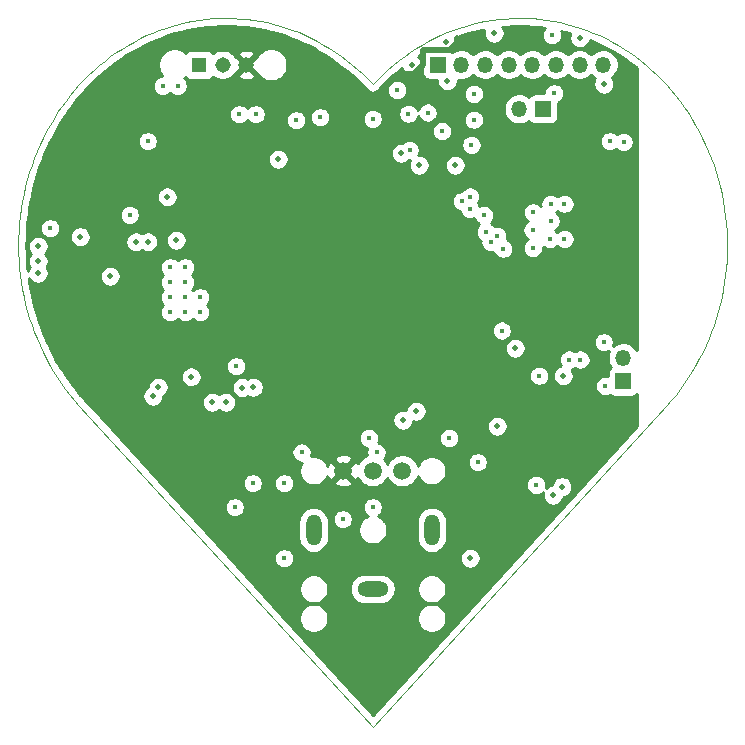
<source format=gbr>
%TF.GenerationSoftware,KiCad,Pcbnew,5.1.8*%
%TF.CreationDate,2021-02-28T21:38:59-05:00*%
%TF.ProjectId,ECG,4543472e-6b69-4636-9164-5f7063625858,rev?*%
%TF.SameCoordinates,Original*%
%TF.FileFunction,Copper,L2,Inr*%
%TF.FilePolarity,Positive*%
%FSLAX46Y46*%
G04 Gerber Fmt 4.6, Leading zero omitted, Abs format (unit mm)*
G04 Created by KiCad (PCBNEW 5.1.8) date 2021-02-28 21:38:59*
%MOMM*%
%LPD*%
G01*
G04 APERTURE LIST*
%TA.AperFunction,Profile*%
%ADD10C,0.100000*%
%TD*%
%TA.AperFunction,ComponentPad*%
%ADD11O,1.350000X1.350000*%
%TD*%
%TA.AperFunction,ComponentPad*%
%ADD12R,1.350000X1.350000*%
%TD*%
%TA.AperFunction,ComponentPad*%
%ADD13O,2.616000X1.308000*%
%TD*%
%TA.AperFunction,ComponentPad*%
%ADD14C,1.508000*%
%TD*%
%TA.AperFunction,ComponentPad*%
%ADD15O,1.308000X2.616000*%
%TD*%
%TA.AperFunction,ComponentPad*%
%ADD16C,1.308000*%
%TD*%
%TA.AperFunction,ComponentPad*%
%ADD17R,1.308000X1.308000*%
%TD*%
%TA.AperFunction,ViaPad*%
%ADD18C,0.450000*%
%TD*%
%TA.AperFunction,ViaPad*%
%ADD19C,0.500000*%
%TD*%
%TA.AperFunction,Conductor*%
%ADD20C,0.500000*%
%TD*%
%TA.AperFunction,Conductor*%
%ADD21C,0.254000*%
%TD*%
%TA.AperFunction,Conductor*%
%ADD22C,0.100000*%
%TD*%
G04 APERTURE END LIST*
D10*
X177794600Y-111882900D02*
X178154600Y-111385100D01*
X178154600Y-111385100D02*
X178498200Y-110876200D01*
X178498200Y-110876200D02*
X178825400Y-110356700D01*
X178825400Y-110356700D02*
X179136100Y-109827200D01*
X179136100Y-109827200D02*
X179430000Y-109288000D01*
X179430000Y-109288000D02*
X179707100Y-108739800D01*
X179707100Y-108739800D02*
X179967300Y-108182900D01*
X179967300Y-108182900D02*
X180210400Y-107617900D01*
X126111700Y-112369300D02*
X126503990Y-112843500D01*
X126503990Y-112843500D02*
X126912260Y-113305200D01*
X126912260Y-113305200D02*
X151765000Y-140490000D01*
X151765000Y-140490000D02*
X176617900Y-113305000D01*
X176617900Y-113305000D02*
X177026200Y-112843300D01*
X177026200Y-112843300D02*
X177418400Y-112369100D01*
X177418400Y-112369100D02*
X177794600Y-111882900D01*
X180210400Y-107617900D02*
X180436400Y-107045200D01*
X180436400Y-107045200D02*
X180645100Y-106465400D01*
X180645100Y-106465400D02*
X180836400Y-105878900D01*
X180836400Y-105878900D02*
X181010100Y-105286200D01*
X181010100Y-105286200D02*
X181166200Y-104687800D01*
X181166200Y-104687800D02*
X181304500Y-104084200D01*
X181304500Y-104084200D02*
X181425000Y-103475900D01*
X181425000Y-103475900D02*
X181527400Y-102863400D01*
X181684400Y-97869400D02*
X181619400Y-97240700D01*
X181619400Y-97240700D02*
X181535200Y-96612700D01*
X181535200Y-96612700D02*
X181431700Y-95985900D01*
X181431700Y-95985900D02*
X181308700Y-95360700D01*
X181308700Y-95360700D02*
X181166200Y-94737600D01*
X181166200Y-94737600D02*
X181004800Y-94120000D01*
X181004800Y-94120000D02*
X180825500Y-93511300D01*
X180825500Y-93511300D02*
X180628600Y-92911800D01*
X181527400Y-102863400D02*
X181611700Y-102247100D01*
X181611700Y-102247100D02*
X181677800Y-101627600D01*
X181677800Y-101627600D02*
X181725500Y-101005300D01*
X181725500Y-101005300D02*
X181754700Y-100380700D01*
X181754700Y-100380700D02*
X181765400Y-99754300D01*
X181765400Y-99754300D02*
X181757300Y-99126700D01*
X181757300Y-99126700D02*
X181730300Y-98498200D01*
X181730300Y-98498200D02*
X181684400Y-97869400D01*
X180628600Y-92911800D02*
X180414500Y-92321900D01*
X180414500Y-92321900D02*
X180183400Y-91741900D01*
X180183400Y-91741900D02*
X179935700Y-91172200D01*
X179935700Y-91172200D02*
X179671800Y-90613200D01*
X179671800Y-90613200D02*
X179391900Y-90065160D01*
X122363821Y-94737500D02*
X122221297Y-95360600D01*
X122221297Y-95360600D02*
X122098333Y-95985900D01*
X122098333Y-95985900D02*
X121994812Y-96612700D01*
X121994812Y-96612700D02*
X121910612Y-97240700D01*
X121910612Y-97240700D02*
X121845615Y-97869400D01*
X121845615Y-97869400D02*
X121799701Y-98498200D01*
X121799701Y-98498200D02*
X121772750Y-99126700D01*
X121772750Y-99126700D02*
X121764643Y-99754400D01*
X121764643Y-99754400D02*
X121775260Y-100380800D01*
X121775260Y-100380800D02*
X121804482Y-101005400D01*
X121804482Y-101005400D02*
X121852189Y-101627700D01*
X121852189Y-101627700D02*
X121918261Y-102247200D01*
X121918261Y-102247200D02*
X122002579Y-102863500D01*
X122002579Y-102863500D02*
X122105023Y-103476000D01*
X122105023Y-103476000D02*
X122225473Y-104084300D01*
X122225473Y-104084300D02*
X122363811Y-104687900D01*
X122363811Y-104687900D02*
X122519916Y-105286300D01*
X122519916Y-105286300D02*
X122693668Y-105879000D01*
X122693668Y-105879000D02*
X122884950Y-106465500D01*
X122884950Y-106465500D02*
X123093640Y-107045400D01*
X123093640Y-107045400D02*
X123319620Y-107618000D01*
X123319620Y-107618000D02*
X123562770Y-108183100D01*
X123562770Y-108183100D02*
X123822960Y-108739900D01*
X123822960Y-108739900D02*
X124100090Y-109288200D01*
X124100090Y-109288200D02*
X124394030Y-109827400D01*
X124394030Y-109827400D02*
X124704660Y-110356900D01*
X124704660Y-110356900D02*
X125031860Y-110876400D01*
X125031860Y-110876400D02*
X125375520Y-111385200D01*
X125375520Y-111385200D02*
X125735500Y-111883100D01*
X125735500Y-111883100D02*
X126111700Y-112369300D01*
X179391900Y-90065160D02*
X179096400Y-89528520D01*
X179096400Y-89528520D02*
X178785600Y-89003590D01*
X178785600Y-89003590D02*
X178459800Y-88490760D01*
X178459800Y-88490760D02*
X178119400Y-87990360D01*
X178119400Y-87990360D02*
X177764600Y-87502760D01*
X177764600Y-87502760D02*
X177395900Y-87028310D01*
X177395900Y-87028310D02*
X177013600Y-86567380D01*
X177013600Y-86567380D02*
X176617900Y-86120310D01*
X176617900Y-86120310D02*
X176209100Y-85687470D01*
X176209100Y-85687470D02*
X175787700Y-85269220D01*
X175787700Y-85269220D02*
X175354000Y-84865910D01*
X175354000Y-84865910D02*
X174908200Y-84477900D01*
X174908200Y-84477900D02*
X174450800Y-84105540D01*
X174450800Y-84105540D02*
X173981900Y-83749200D01*
X173981900Y-83749200D02*
X173502000Y-83409230D01*
X173502000Y-83409230D02*
X173011400Y-83085990D01*
X173011400Y-83085990D02*
X172510400Y-82779830D01*
X172510400Y-82779830D02*
X171999300Y-82491120D01*
X171999300Y-82491120D02*
X171478500Y-82220210D01*
X171478500Y-82220210D02*
X170948300Y-81967450D01*
X170948300Y-81967450D02*
X170409000Y-81733220D01*
X170409000Y-81733220D02*
X169860900Y-81517850D01*
X169860900Y-81517850D02*
X169304400Y-81321716D01*
X169304400Y-81321716D02*
X168739800Y-81145168D01*
X168739800Y-81145168D02*
X168170200Y-80989277D01*
X168170200Y-80989277D02*
X167598600Y-80854781D01*
X167598600Y-80854781D02*
X167025500Y-80741550D01*
X167025500Y-80741550D02*
X166451400Y-80649454D01*
X166451400Y-80649454D02*
X165876700Y-80578361D01*
X165876700Y-80578361D02*
X165301800Y-80528141D01*
X165301800Y-80528141D02*
X164727200Y-80498664D01*
X164727200Y-80498664D02*
X164153400Y-80489797D01*
X164153400Y-80489797D02*
X163580800Y-80501411D01*
X163580800Y-80501411D02*
X163009800Y-80533374D01*
X163009800Y-80533374D02*
X162440900Y-80585555D01*
X162440900Y-80585555D02*
X161874500Y-80657825D01*
X161874500Y-80657825D02*
X161311100Y-80750052D01*
X161311100Y-80750052D02*
X160751100Y-80862106D01*
X160751100Y-80862106D02*
X160195000Y-80993854D01*
X160195000Y-80993854D02*
X159643200Y-81145168D01*
X159643200Y-81145168D02*
X159096100Y-81315915D01*
X159096100Y-81315915D02*
X158554300Y-81505970D01*
X158554300Y-81505970D02*
X158018100Y-81715190D01*
X158018100Y-81715190D02*
X157488000Y-81943450D01*
X157488000Y-81943450D02*
X156964500Y-82190630D01*
X156964500Y-82190630D02*
X156447900Y-82456580D01*
X156447900Y-82456580D02*
X155938800Y-82741190D01*
X155938800Y-82741190D02*
X155437600Y-83044310D01*
X155437600Y-83044310D02*
X154944700Y-83365820D01*
X154944700Y-83365820D02*
X154460600Y-83705590D01*
X154460600Y-83705590D02*
X153985700Y-84063480D01*
X153985700Y-84063480D02*
X153520400Y-84439360D01*
X153520400Y-84439360D02*
X153065300Y-84833120D01*
X153065300Y-84833120D02*
X152620800Y-85244600D01*
X152620800Y-85244600D02*
X152187200Y-85673690D01*
X152187200Y-85673690D02*
X151765200Y-86120250D01*
X151765200Y-86120250D02*
X151343100Y-85673670D01*
X151343100Y-85673670D02*
X150909500Y-85244570D01*
X150909500Y-85244570D02*
X150465000Y-84833070D01*
X150465000Y-84833070D02*
X150009900Y-84439310D01*
X150009900Y-84439310D02*
X149544700Y-84063410D01*
X149544700Y-84063410D02*
X149069800Y-83705500D01*
X149069800Y-83705500D02*
X148585600Y-83365730D01*
X148585600Y-83365730D02*
X148092800Y-83044200D01*
X148092800Y-83044200D02*
X147591500Y-82741070D01*
X147591500Y-82741070D02*
X147082400Y-82456460D01*
X147082400Y-82456460D02*
X146565900Y-82190490D01*
X146565900Y-82190490D02*
X146042300Y-81943310D01*
X146042300Y-81943310D02*
X145512200Y-81715040D01*
X145512200Y-81715040D02*
X144976000Y-81505810D01*
X144976000Y-81505810D02*
X144434200Y-81315753D01*
X144434200Y-81315753D02*
X143887100Y-81144999D01*
X143887100Y-81144999D02*
X143335300Y-80993681D01*
X143335300Y-80993681D02*
X142779200Y-80861928D01*
X142779200Y-80861928D02*
X142219200Y-80749871D01*
X142219200Y-80749871D02*
X141655800Y-80657641D01*
X141655800Y-80657641D02*
X141089400Y-80585370D01*
X141089400Y-80585370D02*
X140520400Y-80533187D01*
X140520400Y-80533187D02*
X139949400Y-80501223D01*
X139949400Y-80501223D02*
X139376800Y-80489610D01*
X139376800Y-80489610D02*
X138803000Y-80498477D01*
X138803000Y-80498477D02*
X138228400Y-80527957D01*
X138228400Y-80527957D02*
X137653500Y-80578180D01*
X137653500Y-80578180D02*
X137078800Y-80649276D01*
X137078800Y-80649276D02*
X136504600Y-80741376D01*
X136504600Y-80741376D02*
X135931600Y-80854612D01*
X135931600Y-80854612D02*
X135359900Y-80989114D01*
X135359900Y-80989114D02*
X134790300Y-81145012D01*
X134790300Y-81145012D02*
X134225700Y-81321564D01*
X134225700Y-81321564D02*
X133669200Y-81517700D01*
X133669200Y-81517700D02*
X133121100Y-81733070D01*
X133121100Y-81733070D02*
X132581800Y-81967320D01*
X132581800Y-81967320D02*
X132051600Y-82220070D01*
X132051600Y-82220070D02*
X131530770Y-82490990D01*
X131530770Y-82490990D02*
X131019700Y-82779710D01*
X131019700Y-82779710D02*
X130518690Y-83085870D01*
X130518690Y-83085870D02*
X130028080Y-83409110D01*
X130028080Y-83409110D02*
X129548180Y-83749090D01*
X129548180Y-83749090D02*
X129079340Y-84105430D01*
X129079340Y-84105430D02*
X128621860Y-84477790D01*
X128621860Y-84477790D02*
X128176090Y-84865810D01*
X128176090Y-84865810D02*
X127742340Y-85269120D01*
X127742340Y-85269120D02*
X127320940Y-85687380D01*
X127320940Y-85687380D02*
X126912230Y-86120220D01*
X126912230Y-86120220D02*
X126516520Y-86567290D01*
X126516520Y-86567290D02*
X126134140Y-87028230D01*
X126134140Y-87028230D02*
X125765430Y-87502680D01*
X125765430Y-87502680D02*
X125410700Y-87990280D01*
X125410700Y-87990280D02*
X125070280Y-88490680D01*
X125070280Y-88490680D02*
X124744500Y-89003520D01*
X124744500Y-89003520D02*
X124433690Y-89528450D01*
X124433690Y-89528450D02*
X124138180Y-90065100D01*
X124138180Y-90065100D02*
X123858280Y-90613100D01*
X123858280Y-90613100D02*
X123594330Y-91172100D01*
X123594330Y-91172100D02*
X123346660Y-91741800D01*
X123346660Y-91741800D02*
X123115580Y-92321800D01*
X123115580Y-92321800D02*
X122901430Y-92911700D01*
X122901430Y-92911700D02*
X122704541Y-93511200D01*
X122704541Y-93511200D02*
X122525227Y-94119900D01*
X122525227Y-94119900D02*
X122363821Y-94737500D01*
X122363821Y-94737500D02*
X122363821Y-94737500D01*
X122363821Y-94737500D02*
X122363821Y-94737500D01*
D11*
%TO.N,/Micro/UART_RX*%
%TO.C,J4*%
X172974000Y-109252000D03*
D12*
%TO.N,/Micro/UART_TX*%
X172974000Y-111252000D03*
%TD*%
D11*
%TO.N,Net-(J3-Pad8)*%
%TO.C,J3*%
X171276800Y-84429600D03*
%TO.N,Net-(J3-Pad7)*%
X169276800Y-84429600D03*
%TO.N,Net-(J3-Pad6)*%
X167276800Y-84429600D03*
%TO.N,Net-(J3-Pad5)*%
X165276800Y-84429600D03*
%TO.N,Net-(J3-Pad4)*%
X163276800Y-84429600D03*
%TO.N,Net-(J3-Pad3)*%
X161276800Y-84429600D03*
%TO.N,Net-(J3-Pad2)*%
X159276800Y-84429600D03*
D12*
%TO.N,Net-(J3-Pad1)*%
X157276800Y-84429600D03*
%TD*%
D11*
%TO.N,/Micro/NFC-*%
%TO.C,J2*%
X164166800Y-88188800D03*
D12*
%TO.N,/Micro/NFC+*%
X166166800Y-88188800D03*
%TD*%
D13*
%TO.N,/Probes/P1in*%
%TO.C,J1*%
X151765000Y-128825000D03*
D14*
%TO.N,GND*%
X149265000Y-118825000D03*
%TO.N,Net-(C14-Pad1)*%
X151765000Y-118825000D03*
%TO.N,Vbatt*%
X154265000Y-118825000D03*
D15*
%TO.N,/Probes/P2in*%
X156765000Y-123825000D03*
%TO.N,/Probes/P3in*%
X146765000Y-123825000D03*
%TD*%
D16*
%TO.N,GND*%
%TO.C,S1*%
X141065000Y-84455000D03*
%TO.N,SHDN*%
X139065000Y-84455000D03*
D17*
%TO.N,Net-(R20-Pad1)*%
X137065000Y-84455000D03*
%TD*%
D18*
%TO.N,Vbatt*%
X137160000Y-105410000D03*
X134620000Y-105410000D03*
X135890000Y-105410000D03*
X135890000Y-101600000D03*
X135890000Y-102870000D03*
X135890000Y-104140000D03*
X134620000Y-104140000D03*
X134620000Y-102870000D03*
X134620000Y-101600000D03*
D19*
X132715000Y-99441000D03*
X127000000Y-99000000D03*
X131699000Y-99441000D03*
D18*
X137160000Y-104140000D03*
X162687000Y-106949000D03*
%TO.N,GND*%
X158623000Y-106299000D03*
X148717000Y-112014000D03*
X164084000Y-92456000D03*
X128905000Y-105791000D03*
X160909000Y-100584000D03*
X159258000Y-100711000D03*
X159004000Y-103759000D03*
X161036000Y-104140000D03*
X157480000Y-104394000D03*
X157099000Y-103124000D03*
X157226000Y-101346000D03*
X157607000Y-99568000D03*
X159639000Y-98425000D03*
X160147000Y-102362000D03*
X157734000Y-108585000D03*
X156210000Y-109982000D03*
X155067000Y-104394000D03*
X123317000Y-96647000D03*
X160655000Y-110871000D03*
X168402000Y-94488000D03*
X169418000Y-93980000D03*
X170815000Y-93980000D03*
X172593000Y-93853000D03*
X173609000Y-94488000D03*
X172974000Y-95250000D03*
X171704000Y-94742000D03*
X170561000Y-95631000D03*
X169672000Y-94996000D03*
X169164000Y-95631000D03*
X173863000Y-96901000D03*
X173863000Y-98552000D03*
X173863000Y-99949000D03*
X173863000Y-101219000D03*
X173863000Y-102997000D03*
X171069000Y-102743000D03*
X172974000Y-102235000D03*
X173863000Y-102108000D03*
X173863000Y-95631000D03*
X171958000Y-95631000D03*
X170561000Y-94742000D03*
X167386000Y-95123000D03*
X173101000Y-84455000D03*
X173609000Y-85471000D03*
X172339000Y-85852000D03*
X170307000Y-82677000D03*
X143002000Y-95504000D03*
X143891000Y-95758000D03*
X143129000Y-94615000D03*
X140409250Y-101293250D03*
X142748000Y-86487000D03*
X141224000Y-86360000D03*
X139827000Y-86614000D03*
X141097000Y-82169000D03*
X143002000Y-82423000D03*
X144907000Y-82931000D03*
X137033000Y-82042000D03*
X135255000Y-82296000D03*
X137922000Y-81534000D03*
X141986000Y-82804000D03*
X140462000Y-81534000D03*
X140335000Y-82804000D03*
X149606000Y-85344000D03*
X149352000Y-86233000D03*
X144018000Y-86741000D03*
X143764000Y-87757000D03*
X143002000Y-87249000D03*
X149860000Y-101092000D03*
X134874000Y-120015000D03*
X134112000Y-119888000D03*
X129794000Y-114935000D03*
X128778000Y-113665000D03*
X130175000Y-113411000D03*
X146939000Y-116078000D03*
X132080000Y-110744000D03*
X131064000Y-105918000D03*
X130683000Y-104140000D03*
X126492000Y-89916000D03*
X126492000Y-92075000D03*
X128143000Y-91948000D03*
X129667000Y-91948000D03*
X130556000Y-90805000D03*
X128778000Y-91059000D03*
X127127000Y-90932000D03*
X127762000Y-89789000D03*
X129159000Y-86868000D03*
X127508000Y-88646000D03*
X132715000Y-87630000D03*
X132969000Y-88773000D03*
X130048000Y-95377000D03*
X129032000Y-95250000D03*
X128270000Y-95885000D03*
X127381000Y-95758000D03*
X129286000Y-96012000D03*
X130429000Y-96012000D03*
X151130000Y-137160000D03*
X152400000Y-137160000D03*
X153670000Y-135890000D03*
X154940000Y-134620000D03*
X156210000Y-133350000D03*
X153670000Y-133350000D03*
X151130000Y-133350000D03*
X148590000Y-133350000D03*
X147320000Y-133350000D03*
X148590000Y-134620000D03*
X149860000Y-134620000D03*
X151130000Y-135890000D03*
X152400000Y-134620000D03*
X149860000Y-135890000D03*
X149860000Y-132080000D03*
X152400000Y-132080000D03*
X154940000Y-132080000D03*
X153670000Y-130810000D03*
X151130000Y-130810000D03*
X148590000Y-130810000D03*
X144780000Y-129540000D03*
X143510000Y-128270000D03*
X142240000Y-127000000D03*
X140970000Y-125730000D03*
X139700000Y-124460000D03*
X138430000Y-123190000D03*
X142240000Y-123190000D03*
X142240000Y-124460000D03*
X148590000Y-128270000D03*
X154940000Y-129540000D03*
X154940000Y-127000000D03*
X157480000Y-127000000D03*
X158750000Y-128270000D03*
X160020000Y-129540000D03*
X158750000Y-130810000D03*
X161290000Y-128270000D03*
X162560000Y-127000000D03*
X163830000Y-125730000D03*
X154940000Y-124460000D03*
X153670000Y-125730000D03*
X154940000Y-121920000D03*
X153670000Y-123190000D03*
X166370000Y-121920000D03*
X166370000Y-123190000D03*
X168910000Y-120650000D03*
X167640000Y-121920000D03*
D19*
X155702000Y-117348000D03*
X157226000Y-117348000D03*
X153289000Y-117348000D03*
X131889500Y-117411500D03*
X130746500Y-116268500D03*
D18*
X160401000Y-111887000D03*
X173990000Y-105283000D03*
X173990000Y-106426000D03*
X173990000Y-108204000D03*
X173990000Y-107315000D03*
X173990000Y-88138000D03*
X173990000Y-89408000D03*
X173990000Y-90678000D03*
X173990000Y-92202000D03*
X173990000Y-93345000D03*
X173990000Y-86741000D03*
X123571000Y-103886000D03*
X123698000Y-105283000D03*
X130937000Y-108331000D03*
X130937000Y-107061000D03*
X131064000Y-100457000D03*
X131064000Y-102108000D03*
X134366000Y-107188000D03*
X136779000Y-122428000D03*
X157734000Y-121158000D03*
X160909000Y-121158000D03*
D19*
X158877000Y-82169000D03*
X154051000Y-85217000D03*
D18*
X172021500Y-117284500D03*
X170434000Y-118935500D03*
X157988000Y-112395000D03*
X125222000Y-103886000D03*
X125095000Y-105283000D03*
X129540000Y-103632000D03*
X131699000Y-107696000D03*
X125349000Y-109347000D03*
X173355000Y-113792000D03*
X173355000Y-115189000D03*
X173355000Y-112649000D03*
X164338000Y-94361000D03*
X163703000Y-94742000D03*
X165227000Y-94107000D03*
X137414000Y-96647000D03*
X136398000Y-97536000D03*
X138430000Y-97536000D03*
X136652000Y-96012000D03*
X137414000Y-97663000D03*
D19*
X164211000Y-110109000D03*
X164211000Y-111760000D03*
X163703000Y-121158000D03*
X163703000Y-123571000D03*
X161163000Y-123571000D03*
X147193000Y-120904000D03*
X129540000Y-109347000D03*
X128270000Y-111252000D03*
X137795000Y-108204000D03*
X138684000Y-108966000D03*
X138684000Y-107061000D03*
X136779000Y-107061000D03*
D18*
X143002000Y-115189000D03*
X140970000Y-115189000D03*
X137541000Y-114300000D03*
X140208000Y-114046000D03*
D19*
%TO.N,2.5V*%
X139319000Y-113030000D03*
X138176000Y-113030000D03*
X154305000Y-114554000D03*
X143764000Y-92456000D03*
X136398000Y-110871000D03*
X135128000Y-99314000D03*
X134366000Y-95631000D03*
D18*
%TO.N,Net-(C5-Pad1)*%
X152090000Y-117277000D03*
X145740000Y-117277000D03*
X149225000Y-122936000D03*
%TO.N,Net-(C5-Pad2)*%
X141605000Y-119888000D03*
X144272000Y-119888000D03*
%TO.N,Net-(C6-Pad1)*%
X151434920Y-116065420D03*
X158229420Y-116065420D03*
X160655000Y-118110000D03*
D19*
%TO.N,Net-(C7-Pad1)*%
X155448000Y-113792000D03*
D18*
%TO.N,/Filters_And_Gain/Vin*%
X140208000Y-109982000D03*
%TO.N,/Filters_And_Gain/Vn*%
X145288000Y-89154000D03*
%TO.N,Net-(C14-Pad1)*%
X165608000Y-120015000D03*
X151765000Y-121920000D03*
%TO.N,Net-(D2-Pad1)*%
X132715000Y-90932000D03*
%TO.N,Net-(D3-Pad1)*%
X147320000Y-88900000D03*
%TO.N,Net-(D3-Pad2)*%
X151765000Y-89027000D03*
X154787600Y-88595200D03*
%TO.N,/Probes/P1in*%
X144272000Y-126238000D03*
D19*
%TO.N,/Probes/P2in*%
X160020000Y-126238000D03*
D18*
%TO.N,/Probes/P3in*%
X140081000Y-121920000D03*
D19*
%TO.N,Net-(R20-Pad1)*%
X162306000Y-115062000D03*
%TO.N,3.3V*%
X169291000Y-82169000D03*
X171323000Y-86106000D03*
X155067000Y-84455000D03*
D18*
X141859000Y-88646000D03*
X140462000Y-88646000D03*
D19*
X141668500Y-111760000D03*
X140736320Y-111775240D03*
X133159500Y-112522000D03*
X133604000Y-111760000D03*
D18*
X133985000Y-86233000D03*
X135255000Y-86233000D03*
D19*
X167050966Y-120904000D03*
X167789983Y-120164983D03*
X158089600Y-85801200D03*
X162052000Y-81788000D03*
X129540000Y-102362000D03*
X123444000Y-102108000D03*
X123444000Y-101092000D03*
X123444000Y-99822000D03*
X154178000Y-91948000D03*
X155702000Y-92964000D03*
X158750000Y-92964000D03*
X157988000Y-82550000D03*
X163830000Y-108458000D03*
D18*
%TO.N,Net-(D1-Pad1)*%
X156413200Y-88493600D03*
X153837600Y-86595200D03*
%TO.N,/Micro/UART_TX*%
X168402000Y-109410500D03*
%TO.N,/Micro/UART_RX*%
X169354500Y-109410500D03*
%TO.N,Net-(J5-Pad4)*%
X171323000Y-107950000D03*
X165862000Y-110776000D03*
D19*
%TO.N,Net-(J5-Pad2)*%
X167894000Y-110776000D03*
D18*
X171450000Y-111647446D03*
%TO.N,Net-(L1-Pad1)*%
X131191000Y-97155000D03*
X124460000Y-98298000D03*
%TO.N,Signal*%
X154889200Y-91643200D03*
X160324800Y-86918800D03*
X160324800Y-89103200D03*
X167132000Y-86868000D03*
%TO.N,Net-(R19-Pad1)*%
X160121600Y-91236800D03*
X171831000Y-90932000D03*
%TO.N,Net-(R22-Pad2)*%
X173009560Y-90967560D03*
X166928800Y-81940400D03*
%TO.N,Net-(J3-Pad8)*%
X165331140Y-99951540D03*
X162814000Y-100025200D03*
%TO.N,Net-(J3-Pad7)*%
X166776400Y-99212400D03*
X162306000Y-98958400D03*
%TO.N,Net-(J3-Pad6)*%
X167995600Y-99212400D03*
X161747200Y-99459601D03*
%TO.N,Net-(J3-Pad5)*%
X165303200Y-98450400D03*
X161340800Y-98602800D03*
%TO.N,Net-(J3-Pad4)*%
X166827200Y-97688400D03*
X161188400Y-97180400D03*
%TO.N,Net-(J3-Pad3)*%
X165328600Y-96951800D03*
X159969200Y-96672400D03*
%TO.N,Net-(J3-Pad2)*%
X166827200Y-96215200D03*
X160020214Y-95605814D03*
%TO.N,Net-(J3-Pad1)*%
X167995600Y-96215200D03*
X159308800Y-96012000D03*
X157632400Y-90068400D03*
%TD*%
D20*
%TO.N,GND*%
X155270554Y-85217000D02*
X154051000Y-85217000D01*
X156050414Y-84437140D02*
X155270554Y-85217000D01*
X156050414Y-83202401D02*
X156050414Y-84437140D01*
X158877000Y-82626554D02*
X158301153Y-83202401D01*
X158301153Y-83202401D02*
X156050414Y-83202401D01*
X158877000Y-82169000D02*
X158877000Y-82626554D01*
%TD*%
D21*
%TO.N,GND*%
X139923310Y-81185834D02*
X140469954Y-81216435D01*
X141014749Y-81266398D01*
X141557078Y-81335598D01*
X142096632Y-81423923D01*
X142633005Y-81531253D01*
X143165714Y-81657464D01*
X143694415Y-81802448D01*
X144218724Y-81966089D01*
X144738048Y-82148262D01*
X145252169Y-82348876D01*
X145760564Y-82567800D01*
X146262799Y-82804895D01*
X146758380Y-83060093D01*
X147247056Y-83333285D01*
X147728326Y-83624304D01*
X148201627Y-83933113D01*
X148666820Y-84259547D01*
X149123194Y-84603495D01*
X149570428Y-84964878D01*
X150008125Y-85343582D01*
X150435792Y-85739500D01*
X150853143Y-86152519D01*
X151257577Y-86580410D01*
X151292441Y-86620524D01*
X151330482Y-86649984D01*
X151366822Y-86681562D01*
X151383736Y-86691225D01*
X151399123Y-86703141D01*
X151442181Y-86724614D01*
X151483984Y-86748496D01*
X151502451Y-86754671D01*
X151519874Y-86763360D01*
X151566309Y-86776024D01*
X151611953Y-86791287D01*
X151631265Y-86793740D01*
X151650053Y-86798864D01*
X151698081Y-86802227D01*
X151745810Y-86808289D01*
X151765226Y-86806928D01*
X151784655Y-86808288D01*
X151832408Y-86802218D01*
X151880412Y-86798852D01*
X151899195Y-86793728D01*
X151918511Y-86791272D01*
X151964156Y-86776004D01*
X152010588Y-86763336D01*
X152028011Y-86754645D01*
X152046475Y-86748469D01*
X152088266Y-86724589D01*
X152131333Y-86703106D01*
X152146724Y-86691185D01*
X152163630Y-86681524D01*
X152199961Y-86649948D01*
X152238007Y-86620478D01*
X152272870Y-86580357D01*
X152338888Y-86510497D01*
X152977600Y-86510497D01*
X152977600Y-86679903D01*
X153010649Y-86846053D01*
X153075478Y-87002563D01*
X153169595Y-87143418D01*
X153289382Y-87263205D01*
X153430237Y-87357322D01*
X153586747Y-87422151D01*
X153752897Y-87455200D01*
X153922303Y-87455200D01*
X154088453Y-87422151D01*
X154244963Y-87357322D01*
X154385818Y-87263205D01*
X154505605Y-87143418D01*
X154599722Y-87002563D01*
X154664551Y-86846053D01*
X154666929Y-86834097D01*
X159464800Y-86834097D01*
X159464800Y-87003503D01*
X159497849Y-87169653D01*
X159562678Y-87326163D01*
X159656795Y-87467018D01*
X159776582Y-87586805D01*
X159917437Y-87680922D01*
X160073947Y-87745751D01*
X160240097Y-87778800D01*
X160409503Y-87778800D01*
X160575653Y-87745751D01*
X160732163Y-87680922D01*
X160873018Y-87586805D01*
X160992805Y-87467018D01*
X161086922Y-87326163D01*
X161151751Y-87169653D01*
X161184800Y-87003503D01*
X161184800Y-86834097D01*
X161151751Y-86667947D01*
X161086922Y-86511437D01*
X160992805Y-86370582D01*
X160873018Y-86250795D01*
X160732163Y-86156678D01*
X160575653Y-86091849D01*
X160409503Y-86058800D01*
X160240097Y-86058800D01*
X160073947Y-86091849D01*
X159917437Y-86156678D01*
X159776582Y-86250795D01*
X159656795Y-86370582D01*
X159562678Y-86511437D01*
X159497849Y-86667947D01*
X159464800Y-86834097D01*
X154666929Y-86834097D01*
X154697600Y-86679903D01*
X154697600Y-86510497D01*
X154664551Y-86344347D01*
X154599722Y-86187837D01*
X154505605Y-86046982D01*
X154385818Y-85927195D01*
X154244963Y-85833078D01*
X154088453Y-85768249D01*
X153922303Y-85735200D01*
X153752897Y-85735200D01*
X153586747Y-85768249D01*
X153430237Y-85833078D01*
X153289382Y-85927195D01*
X153169595Y-86046982D01*
X153075478Y-86187837D01*
X153010649Y-86344347D01*
X152977600Y-86510497D01*
X152338888Y-86510497D01*
X152677185Y-86152513D01*
X153094518Y-85739520D01*
X153522193Y-85343615D01*
X153959855Y-84964943D01*
X154229936Y-84746765D01*
X154282723Y-84874205D01*
X154379576Y-85019155D01*
X154502845Y-85142424D01*
X154647795Y-85239277D01*
X154808855Y-85305990D01*
X154979835Y-85340000D01*
X155154165Y-85340000D01*
X155325145Y-85305990D01*
X155486205Y-85239277D01*
X155631155Y-85142424D01*
X155754424Y-85019155D01*
X155851277Y-84874205D01*
X155917990Y-84713145D01*
X155952000Y-84542165D01*
X155952000Y-84367835D01*
X155917990Y-84196855D01*
X155851277Y-84035795D01*
X155754424Y-83890845D01*
X155631155Y-83767576D01*
X155607166Y-83751547D01*
X155802059Y-83624422D01*
X156022683Y-83490991D01*
X156012298Y-83510420D01*
X155975988Y-83630118D01*
X155963728Y-83754600D01*
X155963728Y-85104600D01*
X155975988Y-85229082D01*
X156012298Y-85348780D01*
X156071263Y-85459094D01*
X156150615Y-85555785D01*
X156247306Y-85635137D01*
X156357620Y-85694102D01*
X156477318Y-85730412D01*
X156601800Y-85742672D01*
X157204600Y-85742672D01*
X157204600Y-85888365D01*
X157238610Y-86059345D01*
X157305323Y-86220405D01*
X157402176Y-86365355D01*
X157525445Y-86488624D01*
X157670395Y-86585477D01*
X157831455Y-86652190D01*
X158002435Y-86686200D01*
X158176765Y-86686200D01*
X158347745Y-86652190D01*
X158508805Y-86585477D01*
X158653755Y-86488624D01*
X158777024Y-86365355D01*
X158873877Y-86220405D01*
X158940590Y-86059345D01*
X158974600Y-85888365D01*
X158974600Y-85714035D01*
X158972761Y-85704788D01*
X159147776Y-85739600D01*
X159405824Y-85739600D01*
X159658913Y-85689258D01*
X159897318Y-85590507D01*
X160111877Y-85447144D01*
X160276800Y-85282221D01*
X160441723Y-85447144D01*
X160656282Y-85590507D01*
X160894687Y-85689258D01*
X161147776Y-85739600D01*
X161405824Y-85739600D01*
X161658913Y-85689258D01*
X161897318Y-85590507D01*
X162111877Y-85447144D01*
X162276800Y-85282221D01*
X162441723Y-85447144D01*
X162656282Y-85590507D01*
X162894687Y-85689258D01*
X163147776Y-85739600D01*
X163405824Y-85739600D01*
X163658913Y-85689258D01*
X163897318Y-85590507D01*
X164111877Y-85447144D01*
X164276800Y-85282221D01*
X164441723Y-85447144D01*
X164656282Y-85590507D01*
X164894687Y-85689258D01*
X165147776Y-85739600D01*
X165405824Y-85739600D01*
X165658913Y-85689258D01*
X165897318Y-85590507D01*
X166111877Y-85447144D01*
X166276800Y-85282221D01*
X166441723Y-85447144D01*
X166656282Y-85590507D01*
X166894687Y-85689258D01*
X167147776Y-85739600D01*
X167405824Y-85739600D01*
X167658913Y-85689258D01*
X167897318Y-85590507D01*
X168111877Y-85447144D01*
X168276800Y-85282221D01*
X168441723Y-85447144D01*
X168656282Y-85590507D01*
X168894687Y-85689258D01*
X169147776Y-85739600D01*
X169405824Y-85739600D01*
X169658913Y-85689258D01*
X169897318Y-85590507D01*
X170111877Y-85447144D01*
X170276800Y-85282221D01*
X170441723Y-85447144D01*
X170619488Y-85565922D01*
X170538723Y-85686795D01*
X170472010Y-85847855D01*
X170438000Y-86018835D01*
X170438000Y-86193165D01*
X170472010Y-86364145D01*
X170538723Y-86525205D01*
X170635576Y-86670155D01*
X170758845Y-86793424D01*
X170903795Y-86890277D01*
X171064855Y-86956990D01*
X171235835Y-86991000D01*
X171410165Y-86991000D01*
X171581145Y-86956990D01*
X171742205Y-86890277D01*
X171887155Y-86793424D01*
X172010424Y-86670155D01*
X172107277Y-86525205D01*
X172173990Y-86364145D01*
X172208000Y-86193165D01*
X172208000Y-86018835D01*
X172173990Y-85847855D01*
X172107277Y-85686795D01*
X172010424Y-85541845D01*
X171994291Y-85525712D01*
X172111877Y-85447144D01*
X172294344Y-85264677D01*
X172437707Y-85050118D01*
X172536458Y-84811713D01*
X172586800Y-84558624D01*
X172586800Y-84300576D01*
X172536458Y-84047487D01*
X172437707Y-83809082D01*
X172294344Y-83594523D01*
X172111877Y-83412056D01*
X171897318Y-83268693D01*
X171658913Y-83169942D01*
X171405824Y-83119600D01*
X171147776Y-83119600D01*
X170894687Y-83169942D01*
X170656282Y-83268693D01*
X170441723Y-83412056D01*
X170276800Y-83576979D01*
X170111877Y-83412056D01*
X169897318Y-83268693D01*
X169658913Y-83169942D01*
X169405824Y-83119600D01*
X169147776Y-83119600D01*
X168894687Y-83169942D01*
X168656282Y-83268693D01*
X168441723Y-83412056D01*
X168276800Y-83576979D01*
X168111877Y-83412056D01*
X167897318Y-83268693D01*
X167658913Y-83169942D01*
X167405824Y-83119600D01*
X167147776Y-83119600D01*
X166894687Y-83169942D01*
X166656282Y-83268693D01*
X166441723Y-83412056D01*
X166276800Y-83576979D01*
X166111877Y-83412056D01*
X165897318Y-83268693D01*
X165658913Y-83169942D01*
X165405824Y-83119600D01*
X165147776Y-83119600D01*
X164894687Y-83169942D01*
X164656282Y-83268693D01*
X164441723Y-83412056D01*
X164276800Y-83576979D01*
X164111877Y-83412056D01*
X163897318Y-83268693D01*
X163658913Y-83169942D01*
X163405824Y-83119600D01*
X163147776Y-83119600D01*
X162894687Y-83169942D01*
X162656282Y-83268693D01*
X162441723Y-83412056D01*
X162276800Y-83576979D01*
X162111877Y-83412056D01*
X161897318Y-83268693D01*
X161658913Y-83169942D01*
X161405824Y-83119600D01*
X161147776Y-83119600D01*
X160894687Y-83169942D01*
X160656282Y-83268693D01*
X160441723Y-83412056D01*
X160276800Y-83576979D01*
X160111877Y-83412056D01*
X159897318Y-83268693D01*
X159658913Y-83169942D01*
X159405824Y-83119600D01*
X159147776Y-83119600D01*
X158894687Y-83169942D01*
X158656282Y-83268693D01*
X158474287Y-83390297D01*
X158420837Y-83325168D01*
X158552155Y-83237424D01*
X158675424Y-83114155D01*
X158772277Y-82969205D01*
X158838990Y-82808145D01*
X158873000Y-82637165D01*
X158873000Y-82462835D01*
X158838990Y-82291855D01*
X158781341Y-82152678D01*
X158792222Y-82148432D01*
X159311578Y-81966250D01*
X159835865Y-81802623D01*
X160364600Y-81657634D01*
X160897293Y-81531432D01*
X161227746Y-81465309D01*
X161201010Y-81529855D01*
X161167000Y-81700835D01*
X161167000Y-81875165D01*
X161201010Y-82046145D01*
X161267723Y-82207205D01*
X161364576Y-82352155D01*
X161487845Y-82475424D01*
X161632795Y-82572277D01*
X161793855Y-82638990D01*
X161964835Y-82673000D01*
X162139165Y-82673000D01*
X162310145Y-82638990D01*
X162471205Y-82572277D01*
X162616155Y-82475424D01*
X162739424Y-82352155D01*
X162836277Y-82207205D01*
X162902990Y-82046145D01*
X162937000Y-81875165D01*
X162937000Y-81700835D01*
X162902990Y-81529855D01*
X162836277Y-81368795D01*
X162753403Y-81244766D01*
X163060254Y-81216621D01*
X163606886Y-81186022D01*
X164155041Y-81174904D01*
X164704366Y-81183393D01*
X165254433Y-81211612D01*
X165804824Y-81259691D01*
X166328504Y-81324473D01*
X166260795Y-81392182D01*
X166166678Y-81533037D01*
X166101849Y-81689547D01*
X166068800Y-81855697D01*
X166068800Y-82025103D01*
X166101849Y-82191253D01*
X166166678Y-82347763D01*
X166260795Y-82488618D01*
X166380582Y-82608405D01*
X166521437Y-82702522D01*
X166677947Y-82767351D01*
X166844097Y-82800400D01*
X167013503Y-82800400D01*
X167179653Y-82767351D01*
X167336163Y-82702522D01*
X167477018Y-82608405D01*
X167596805Y-82488618D01*
X167690922Y-82347763D01*
X167755751Y-82191253D01*
X167788800Y-82025103D01*
X167788800Y-81855697D01*
X167755751Y-81689547D01*
X167712572Y-81585305D01*
X168001279Y-81653237D01*
X168491181Y-81787316D01*
X168440010Y-81910855D01*
X168406000Y-82081835D01*
X168406000Y-82256165D01*
X168440010Y-82427145D01*
X168506723Y-82588205D01*
X168603576Y-82733155D01*
X168726845Y-82856424D01*
X168871795Y-82953277D01*
X169032855Y-83019990D01*
X169203835Y-83054000D01*
X169378165Y-83054000D01*
X169549145Y-83019990D01*
X169710205Y-82953277D01*
X169855155Y-82856424D01*
X169978424Y-82733155D01*
X170075277Y-82588205D01*
X170141990Y-82427145D01*
X170153539Y-82369085D01*
X170664385Y-82590957D01*
X171172974Y-82833415D01*
X171672701Y-83093364D01*
X172163257Y-83370469D01*
X172644282Y-83664423D01*
X173115472Y-83974876D01*
X173576569Y-84301525D01*
X174027257Y-84644026D01*
X174117000Y-84717084D01*
X174117000Y-108604682D01*
X173991544Y-108416923D01*
X173809077Y-108234456D01*
X173594518Y-108091093D01*
X173356113Y-107992342D01*
X173103024Y-107942000D01*
X172844976Y-107942000D01*
X172591887Y-107992342D01*
X172353482Y-108091093D01*
X172138923Y-108234456D01*
X172133988Y-108239391D01*
X172149951Y-108200853D01*
X172183000Y-108034703D01*
X172183000Y-107865297D01*
X172149951Y-107699147D01*
X172085122Y-107542637D01*
X171991005Y-107401782D01*
X171871218Y-107281995D01*
X171730363Y-107187878D01*
X171573853Y-107123049D01*
X171407703Y-107090000D01*
X171238297Y-107090000D01*
X171072147Y-107123049D01*
X170915637Y-107187878D01*
X170774782Y-107281995D01*
X170654995Y-107401782D01*
X170560878Y-107542637D01*
X170496049Y-107699147D01*
X170463000Y-107865297D01*
X170463000Y-108034703D01*
X170496049Y-108200853D01*
X170560878Y-108357363D01*
X170654995Y-108498218D01*
X170774782Y-108618005D01*
X170915637Y-108712122D01*
X171072147Y-108776951D01*
X171238297Y-108810000D01*
X171407703Y-108810000D01*
X171573853Y-108776951D01*
X171730363Y-108712122D01*
X171798568Y-108666549D01*
X171714342Y-108869887D01*
X171664000Y-109122976D01*
X171664000Y-109381024D01*
X171714342Y-109634113D01*
X171813093Y-109872518D01*
X171934697Y-110054513D01*
X171847815Y-110125815D01*
X171768463Y-110222506D01*
X171709498Y-110332820D01*
X171673188Y-110452518D01*
X171660928Y-110577000D01*
X171660928Y-110812553D01*
X171534703Y-110787446D01*
X171365297Y-110787446D01*
X171199147Y-110820495D01*
X171042637Y-110885324D01*
X170901782Y-110979441D01*
X170781995Y-111099228D01*
X170687878Y-111240083D01*
X170623049Y-111396593D01*
X170590000Y-111562743D01*
X170590000Y-111732149D01*
X170623049Y-111898299D01*
X170687878Y-112054809D01*
X170781995Y-112195664D01*
X170901782Y-112315451D01*
X171042637Y-112409568D01*
X171199147Y-112474397D01*
X171365297Y-112507446D01*
X171534703Y-112507446D01*
X171700853Y-112474397D01*
X171857363Y-112409568D01*
X171873179Y-112399000D01*
X171944506Y-112457537D01*
X172054820Y-112516502D01*
X172174518Y-112552812D01*
X172299000Y-112565072D01*
X173649000Y-112565072D01*
X173773482Y-112552812D01*
X173893180Y-112516502D01*
X174003494Y-112457537D01*
X174100185Y-112378185D01*
X174117000Y-112357696D01*
X174117000Y-115025370D01*
X151765001Y-139474795D01*
X144203138Y-131203363D01*
X145530000Y-131203363D01*
X145530000Y-131446637D01*
X145577460Y-131685236D01*
X145670557Y-131909992D01*
X145805713Y-132112267D01*
X145977733Y-132284287D01*
X146180008Y-132419443D01*
X146404764Y-132512540D01*
X146643363Y-132560000D01*
X146886637Y-132560000D01*
X147125236Y-132512540D01*
X147349992Y-132419443D01*
X147552267Y-132284287D01*
X147724287Y-132112267D01*
X147859443Y-131909992D01*
X147952540Y-131685236D01*
X148000000Y-131446637D01*
X148000000Y-131203363D01*
X155530000Y-131203363D01*
X155530000Y-131446637D01*
X155577460Y-131685236D01*
X155670557Y-131909992D01*
X155805713Y-132112267D01*
X155977733Y-132284287D01*
X156180008Y-132419443D01*
X156404764Y-132512540D01*
X156643363Y-132560000D01*
X156886637Y-132560000D01*
X157125236Y-132512540D01*
X157349992Y-132419443D01*
X157552267Y-132284287D01*
X157724287Y-132112267D01*
X157859443Y-131909992D01*
X157952540Y-131685236D01*
X158000000Y-131446637D01*
X158000000Y-131203363D01*
X157952540Y-130964764D01*
X157859443Y-130740008D01*
X157724287Y-130537733D01*
X157552267Y-130365713D01*
X157349992Y-130230557D01*
X157125236Y-130137460D01*
X156886637Y-130090000D01*
X156643363Y-130090000D01*
X156404764Y-130137460D01*
X156180008Y-130230557D01*
X155977733Y-130365713D01*
X155805713Y-130537733D01*
X155670557Y-130740008D01*
X155577460Y-130964764D01*
X155530000Y-131203363D01*
X148000000Y-131203363D01*
X147952540Y-130964764D01*
X147859443Y-130740008D01*
X147724287Y-130537733D01*
X147552267Y-130365713D01*
X147349992Y-130230557D01*
X147125236Y-130137460D01*
X146886637Y-130090000D01*
X146643363Y-130090000D01*
X146404764Y-130137460D01*
X146180008Y-130230557D01*
X145977733Y-130365713D01*
X145805713Y-130537733D01*
X145670557Y-130740008D01*
X145577460Y-130964764D01*
X145530000Y-131203363D01*
X144203138Y-131203363D01*
X141917602Y-128703363D01*
X145530000Y-128703363D01*
X145530000Y-128946637D01*
X145577460Y-129185236D01*
X145670557Y-129409992D01*
X145805713Y-129612267D01*
X145977733Y-129784287D01*
X146180008Y-129919443D01*
X146404764Y-130012540D01*
X146643363Y-130060000D01*
X146886637Y-130060000D01*
X147125236Y-130012540D01*
X147349992Y-129919443D01*
X147552267Y-129784287D01*
X147724287Y-129612267D01*
X147859443Y-129409992D01*
X147952540Y-129185236D01*
X148000000Y-128946637D01*
X148000000Y-128825000D01*
X149815764Y-128825000D01*
X149840652Y-129077688D01*
X149914358Y-129320665D01*
X150034051Y-129544595D01*
X150195130Y-129740870D01*
X150391405Y-129901949D01*
X150615335Y-130021642D01*
X150858312Y-130095348D01*
X151047686Y-130114000D01*
X152482314Y-130114000D01*
X152671688Y-130095348D01*
X152914665Y-130021642D01*
X153138595Y-129901949D01*
X153334870Y-129740870D01*
X153495949Y-129544595D01*
X153615642Y-129320665D01*
X153689348Y-129077688D01*
X153714236Y-128825000D01*
X153702256Y-128703363D01*
X155530000Y-128703363D01*
X155530000Y-128946637D01*
X155577460Y-129185236D01*
X155670557Y-129409992D01*
X155805713Y-129612267D01*
X155977733Y-129784287D01*
X156180008Y-129919443D01*
X156404764Y-130012540D01*
X156643363Y-130060000D01*
X156886637Y-130060000D01*
X157125236Y-130012540D01*
X157349992Y-129919443D01*
X157552267Y-129784287D01*
X157724287Y-129612267D01*
X157859443Y-129409992D01*
X157952540Y-129185236D01*
X158000000Y-128946637D01*
X158000000Y-128703363D01*
X157952540Y-128464764D01*
X157859443Y-128240008D01*
X157724287Y-128037733D01*
X157552267Y-127865713D01*
X157349992Y-127730557D01*
X157125236Y-127637460D01*
X156886637Y-127590000D01*
X156643363Y-127590000D01*
X156404764Y-127637460D01*
X156180008Y-127730557D01*
X155977733Y-127865713D01*
X155805713Y-128037733D01*
X155670557Y-128240008D01*
X155577460Y-128464764D01*
X155530000Y-128703363D01*
X153702256Y-128703363D01*
X153689348Y-128572312D01*
X153615642Y-128329335D01*
X153495949Y-128105405D01*
X153334870Y-127909130D01*
X153138595Y-127748051D01*
X152914665Y-127628358D01*
X152671688Y-127554652D01*
X152482314Y-127536000D01*
X151047686Y-127536000D01*
X150858312Y-127554652D01*
X150615335Y-127628358D01*
X150391405Y-127748051D01*
X150195130Y-127909130D01*
X150034051Y-128105405D01*
X149914358Y-128329335D01*
X149840652Y-128572312D01*
X149815764Y-128825000D01*
X148000000Y-128825000D01*
X148000000Y-128703363D01*
X147952540Y-128464764D01*
X147859443Y-128240008D01*
X147724287Y-128037733D01*
X147552267Y-127865713D01*
X147349992Y-127730557D01*
X147125236Y-127637460D01*
X146886637Y-127590000D01*
X146643363Y-127590000D01*
X146404764Y-127637460D01*
X146180008Y-127730557D01*
X145977733Y-127865713D01*
X145805713Y-128037733D01*
X145670557Y-128240008D01*
X145577460Y-128464764D01*
X145530000Y-128703363D01*
X141917602Y-128703363D01*
X139586293Y-126153297D01*
X143412000Y-126153297D01*
X143412000Y-126322703D01*
X143445049Y-126488853D01*
X143509878Y-126645363D01*
X143603995Y-126786218D01*
X143723782Y-126906005D01*
X143864637Y-127000122D01*
X144021147Y-127064951D01*
X144187297Y-127098000D01*
X144356703Y-127098000D01*
X144522853Y-127064951D01*
X144679363Y-127000122D01*
X144820218Y-126906005D01*
X144940005Y-126786218D01*
X145034122Y-126645363D01*
X145098951Y-126488853D01*
X145132000Y-126322703D01*
X145132000Y-126153297D01*
X145131511Y-126150835D01*
X159135000Y-126150835D01*
X159135000Y-126325165D01*
X159169010Y-126496145D01*
X159235723Y-126657205D01*
X159332576Y-126802155D01*
X159455845Y-126925424D01*
X159600795Y-127022277D01*
X159761855Y-127088990D01*
X159932835Y-127123000D01*
X160107165Y-127123000D01*
X160278145Y-127088990D01*
X160439205Y-127022277D01*
X160584155Y-126925424D01*
X160707424Y-126802155D01*
X160804277Y-126657205D01*
X160870990Y-126496145D01*
X160905000Y-126325165D01*
X160905000Y-126150835D01*
X160870990Y-125979855D01*
X160804277Y-125818795D01*
X160707424Y-125673845D01*
X160584155Y-125550576D01*
X160439205Y-125453723D01*
X160278145Y-125387010D01*
X160107165Y-125353000D01*
X159932835Y-125353000D01*
X159761855Y-125387010D01*
X159600795Y-125453723D01*
X159455845Y-125550576D01*
X159332576Y-125673845D01*
X159235723Y-125818795D01*
X159169010Y-125979855D01*
X159135000Y-126150835D01*
X145131511Y-126150835D01*
X145098951Y-125987147D01*
X145034122Y-125830637D01*
X144940005Y-125689782D01*
X144820218Y-125569995D01*
X144679363Y-125475878D01*
X144522853Y-125411049D01*
X144356703Y-125378000D01*
X144187297Y-125378000D01*
X144021147Y-125411049D01*
X143864637Y-125475878D01*
X143723782Y-125569995D01*
X143603995Y-125689782D01*
X143509878Y-125830637D01*
X143445049Y-125987147D01*
X143412000Y-126153297D01*
X139586293Y-126153297D01*
X136801952Y-123107687D01*
X145476000Y-123107687D01*
X145476000Y-124542314D01*
X145494652Y-124731688D01*
X145568358Y-124974665D01*
X145688052Y-125198595D01*
X145849131Y-125394870D01*
X146045406Y-125555949D01*
X146269336Y-125675642D01*
X146512313Y-125749348D01*
X146765000Y-125774236D01*
X147017688Y-125749348D01*
X147260665Y-125675642D01*
X147484595Y-125555949D01*
X147680870Y-125394870D01*
X147841949Y-125198595D01*
X147961642Y-124974665D01*
X148035348Y-124731688D01*
X148054000Y-124542314D01*
X148054000Y-123107686D01*
X148035348Y-122918312D01*
X148015020Y-122851297D01*
X148365000Y-122851297D01*
X148365000Y-123020703D01*
X148398049Y-123186853D01*
X148462878Y-123343363D01*
X148556995Y-123484218D01*
X148676782Y-123604005D01*
X148817637Y-123698122D01*
X148974147Y-123762951D01*
X149140297Y-123796000D01*
X149309703Y-123796000D01*
X149475853Y-123762951D01*
X149619710Y-123703363D01*
X150530000Y-123703363D01*
X150530000Y-123946637D01*
X150577460Y-124185236D01*
X150670557Y-124409992D01*
X150805713Y-124612267D01*
X150977733Y-124784287D01*
X151180008Y-124919443D01*
X151404764Y-125012540D01*
X151643363Y-125060000D01*
X151886637Y-125060000D01*
X152125236Y-125012540D01*
X152349992Y-124919443D01*
X152552267Y-124784287D01*
X152724287Y-124612267D01*
X152859443Y-124409992D01*
X152952540Y-124185236D01*
X153000000Y-123946637D01*
X153000000Y-123703363D01*
X152952540Y-123464764D01*
X152859443Y-123240008D01*
X152771029Y-123107687D01*
X155476000Y-123107687D01*
X155476000Y-124542314D01*
X155494652Y-124731688D01*
X155568358Y-124974665D01*
X155688052Y-125198595D01*
X155849131Y-125394870D01*
X156045406Y-125555949D01*
X156269336Y-125675642D01*
X156512313Y-125749348D01*
X156765000Y-125774236D01*
X157017688Y-125749348D01*
X157260665Y-125675642D01*
X157484595Y-125555949D01*
X157680870Y-125394870D01*
X157841949Y-125198595D01*
X157961642Y-124974665D01*
X158035348Y-124731688D01*
X158054000Y-124542314D01*
X158054000Y-123107686D01*
X158035348Y-122918312D01*
X157961642Y-122675335D01*
X157841949Y-122451405D01*
X157680870Y-122255130D01*
X157484594Y-122094051D01*
X157260664Y-121974358D01*
X157017687Y-121900652D01*
X156765000Y-121875764D01*
X156512312Y-121900652D01*
X156269335Y-121974358D01*
X156045405Y-122094051D01*
X155849130Y-122255130D01*
X155688051Y-122451406D01*
X155568358Y-122675336D01*
X155494652Y-122918313D01*
X155476000Y-123107687D01*
X152771029Y-123107687D01*
X152724287Y-123037733D01*
X152552267Y-122865713D01*
X152349992Y-122730557D01*
X152195590Y-122666602D01*
X152313218Y-122588005D01*
X152433005Y-122468218D01*
X152527122Y-122327363D01*
X152591951Y-122170853D01*
X152625000Y-122004703D01*
X152625000Y-121835297D01*
X152591951Y-121669147D01*
X152527122Y-121512637D01*
X152433005Y-121371782D01*
X152313218Y-121251995D01*
X152172363Y-121157878D01*
X152015853Y-121093049D01*
X151849703Y-121060000D01*
X151680297Y-121060000D01*
X151514147Y-121093049D01*
X151357637Y-121157878D01*
X151216782Y-121251995D01*
X151096995Y-121371782D01*
X151002878Y-121512637D01*
X150938049Y-121669147D01*
X150905000Y-121835297D01*
X150905000Y-122004703D01*
X150938049Y-122170853D01*
X151002878Y-122327363D01*
X151096995Y-122468218D01*
X151216782Y-122588005D01*
X151334410Y-122666602D01*
X151180008Y-122730557D01*
X150977733Y-122865713D01*
X150805713Y-123037733D01*
X150670557Y-123240008D01*
X150577460Y-123464764D01*
X150530000Y-123703363D01*
X149619710Y-123703363D01*
X149632363Y-123698122D01*
X149773218Y-123604005D01*
X149893005Y-123484218D01*
X149987122Y-123343363D01*
X150051951Y-123186853D01*
X150085000Y-123020703D01*
X150085000Y-122851297D01*
X150051951Y-122685147D01*
X149987122Y-122528637D01*
X149893005Y-122387782D01*
X149773218Y-122267995D01*
X149632363Y-122173878D01*
X149475853Y-122109049D01*
X149309703Y-122076000D01*
X149140297Y-122076000D01*
X148974147Y-122109049D01*
X148817637Y-122173878D01*
X148676782Y-122267995D01*
X148556995Y-122387782D01*
X148462878Y-122528637D01*
X148398049Y-122685147D01*
X148365000Y-122851297D01*
X148015020Y-122851297D01*
X147961642Y-122675335D01*
X147841949Y-122451405D01*
X147680870Y-122255130D01*
X147484594Y-122094051D01*
X147260664Y-121974358D01*
X147017687Y-121900652D01*
X146765000Y-121875764D01*
X146512312Y-121900652D01*
X146269335Y-121974358D01*
X146045405Y-122094051D01*
X145849130Y-122255130D01*
X145688051Y-122451406D01*
X145568358Y-122675336D01*
X145494652Y-122918313D01*
X145476000Y-123107687D01*
X136801952Y-123107687D01*
X135638714Y-121835297D01*
X139221000Y-121835297D01*
X139221000Y-122004703D01*
X139254049Y-122170853D01*
X139318878Y-122327363D01*
X139412995Y-122468218D01*
X139532782Y-122588005D01*
X139673637Y-122682122D01*
X139830147Y-122746951D01*
X139996297Y-122780000D01*
X140165703Y-122780000D01*
X140331853Y-122746951D01*
X140488363Y-122682122D01*
X140629218Y-122588005D01*
X140749005Y-122468218D01*
X140843122Y-122327363D01*
X140907951Y-122170853D01*
X140941000Y-122004703D01*
X140941000Y-121835297D01*
X140907951Y-121669147D01*
X140843122Y-121512637D01*
X140749005Y-121371782D01*
X140629218Y-121251995D01*
X140488363Y-121157878D01*
X140331853Y-121093049D01*
X140165703Y-121060000D01*
X139996297Y-121060000D01*
X139830147Y-121093049D01*
X139673637Y-121157878D01*
X139532782Y-121251995D01*
X139412995Y-121371782D01*
X139318878Y-121512637D01*
X139254049Y-121669147D01*
X139221000Y-121835297D01*
X135638714Y-121835297D01*
X133781030Y-119803297D01*
X140745000Y-119803297D01*
X140745000Y-119972703D01*
X140778049Y-120138853D01*
X140842878Y-120295363D01*
X140936995Y-120436218D01*
X141056782Y-120556005D01*
X141197637Y-120650122D01*
X141354147Y-120714951D01*
X141520297Y-120748000D01*
X141689703Y-120748000D01*
X141855853Y-120714951D01*
X142012363Y-120650122D01*
X142153218Y-120556005D01*
X142273005Y-120436218D01*
X142367122Y-120295363D01*
X142431951Y-120138853D01*
X142465000Y-119972703D01*
X142465000Y-119803297D01*
X143412000Y-119803297D01*
X143412000Y-119972703D01*
X143445049Y-120138853D01*
X143509878Y-120295363D01*
X143603995Y-120436218D01*
X143723782Y-120556005D01*
X143864637Y-120650122D01*
X144021147Y-120714951D01*
X144187297Y-120748000D01*
X144356703Y-120748000D01*
X144522853Y-120714951D01*
X144679363Y-120650122D01*
X144820218Y-120556005D01*
X144940005Y-120436218D01*
X145034122Y-120295363D01*
X145098951Y-120138853D01*
X145132000Y-119972703D01*
X145132000Y-119803297D01*
X145098951Y-119637147D01*
X145034122Y-119480637D01*
X144940005Y-119339782D01*
X144820218Y-119219995D01*
X144679363Y-119125878D01*
X144522853Y-119061049D01*
X144356703Y-119028000D01*
X144187297Y-119028000D01*
X144021147Y-119061049D01*
X143864637Y-119125878D01*
X143723782Y-119219995D01*
X143603995Y-119339782D01*
X143509878Y-119480637D01*
X143445049Y-119637147D01*
X143412000Y-119803297D01*
X142465000Y-119803297D01*
X142431951Y-119637147D01*
X142367122Y-119480637D01*
X142273005Y-119339782D01*
X142153218Y-119219995D01*
X142012363Y-119125878D01*
X141855853Y-119061049D01*
X141689703Y-119028000D01*
X141520297Y-119028000D01*
X141354147Y-119061049D01*
X141197637Y-119125878D01*
X141056782Y-119219995D01*
X140936995Y-119339782D01*
X140842878Y-119480637D01*
X140778049Y-119637147D01*
X140745000Y-119803297D01*
X133781030Y-119803297D01*
X131394016Y-117192297D01*
X144880000Y-117192297D01*
X144880000Y-117361703D01*
X144913049Y-117527853D01*
X144977878Y-117684363D01*
X145071995Y-117825218D01*
X145191782Y-117945005D01*
X145332637Y-118039122D01*
X145489147Y-118103951D01*
X145655297Y-118137000D01*
X145739385Y-118137000D01*
X145670557Y-118240008D01*
X145577460Y-118464764D01*
X145530000Y-118703363D01*
X145530000Y-118946637D01*
X145577460Y-119185236D01*
X145670557Y-119409992D01*
X145805713Y-119612267D01*
X145977733Y-119784287D01*
X146180008Y-119919443D01*
X146404764Y-120012540D01*
X146643363Y-120060000D01*
X146886637Y-120060000D01*
X147125236Y-120012540D01*
X147349992Y-119919443D01*
X147551422Y-119784851D01*
X148484754Y-119784851D01*
X148550765Y-120024127D01*
X148798426Y-120140426D01*
X149064018Y-120206174D01*
X149337334Y-120218845D01*
X149607870Y-120177951D01*
X149865229Y-120085063D01*
X149979235Y-120024127D01*
X150045246Y-119784851D01*
X149265000Y-119004605D01*
X148484754Y-119784851D01*
X147551422Y-119784851D01*
X147552267Y-119784287D01*
X147724287Y-119612267D01*
X147859443Y-119409992D01*
X147934252Y-119229387D01*
X148004937Y-119425229D01*
X148065873Y-119539235D01*
X148305149Y-119605246D01*
X149085395Y-118825000D01*
X149444605Y-118825000D01*
X150224851Y-119605246D01*
X150464127Y-119539235D01*
X150513687Y-119433696D01*
X150534084Y-119482938D01*
X150686093Y-119710436D01*
X150879564Y-119903907D01*
X151107062Y-120055916D01*
X151359844Y-120160622D01*
X151628195Y-120214000D01*
X151901805Y-120214000D01*
X152170156Y-120160622D01*
X152422938Y-120055916D01*
X152650436Y-119903907D01*
X152843907Y-119710436D01*
X152995916Y-119482938D01*
X153015000Y-119436865D01*
X153034084Y-119482938D01*
X153186093Y-119710436D01*
X153379564Y-119903907D01*
X153607062Y-120055916D01*
X153859844Y-120160622D01*
X154128195Y-120214000D01*
X154401805Y-120214000D01*
X154670156Y-120160622D01*
X154922938Y-120055916D01*
X155150436Y-119903907D01*
X155343907Y-119710436D01*
X155495916Y-119482938D01*
X155598344Y-119235655D01*
X155670557Y-119409992D01*
X155805713Y-119612267D01*
X155977733Y-119784287D01*
X156180008Y-119919443D01*
X156404764Y-120012540D01*
X156643363Y-120060000D01*
X156886637Y-120060000D01*
X157125236Y-120012540D01*
X157323788Y-119930297D01*
X164748000Y-119930297D01*
X164748000Y-120099703D01*
X164781049Y-120265853D01*
X164845878Y-120422363D01*
X164939995Y-120563218D01*
X165059782Y-120683005D01*
X165200637Y-120777122D01*
X165357147Y-120841951D01*
X165523297Y-120875000D01*
X165692703Y-120875000D01*
X165858853Y-120841951D01*
X166015363Y-120777122D01*
X166156218Y-120683005D01*
X166204649Y-120634574D01*
X166199976Y-120645855D01*
X166165966Y-120816835D01*
X166165966Y-120991165D01*
X166199976Y-121162145D01*
X166266689Y-121323205D01*
X166363542Y-121468155D01*
X166486811Y-121591424D01*
X166631761Y-121688277D01*
X166792821Y-121754990D01*
X166963801Y-121789000D01*
X167138131Y-121789000D01*
X167309111Y-121754990D01*
X167470171Y-121688277D01*
X167615121Y-121591424D01*
X167738390Y-121468155D01*
X167835243Y-121323205D01*
X167901956Y-121162145D01*
X167926207Y-121040224D01*
X168048128Y-121015973D01*
X168209188Y-120949260D01*
X168354138Y-120852407D01*
X168477407Y-120729138D01*
X168574260Y-120584188D01*
X168640973Y-120423128D01*
X168674983Y-120252148D01*
X168674983Y-120077818D01*
X168640973Y-119906838D01*
X168574260Y-119745778D01*
X168477407Y-119600828D01*
X168354138Y-119477559D01*
X168209188Y-119380706D01*
X168048128Y-119313993D01*
X167877148Y-119279983D01*
X167702818Y-119279983D01*
X167531838Y-119313993D01*
X167370778Y-119380706D01*
X167225828Y-119477559D01*
X167102559Y-119600828D01*
X167005706Y-119745778D01*
X166938993Y-119906838D01*
X166914742Y-120028759D01*
X166792821Y-120053010D01*
X166631761Y-120119723D01*
X166486811Y-120216576D01*
X166433125Y-120270262D01*
X166434951Y-120265853D01*
X166468000Y-120099703D01*
X166468000Y-119930297D01*
X166434951Y-119764147D01*
X166370122Y-119607637D01*
X166276005Y-119466782D01*
X166156218Y-119346995D01*
X166015363Y-119252878D01*
X165858853Y-119188049D01*
X165692703Y-119155000D01*
X165523297Y-119155000D01*
X165357147Y-119188049D01*
X165200637Y-119252878D01*
X165059782Y-119346995D01*
X164939995Y-119466782D01*
X164845878Y-119607637D01*
X164781049Y-119764147D01*
X164748000Y-119930297D01*
X157323788Y-119930297D01*
X157349992Y-119919443D01*
X157552267Y-119784287D01*
X157724287Y-119612267D01*
X157859443Y-119409992D01*
X157952540Y-119185236D01*
X158000000Y-118946637D01*
X158000000Y-118703363D01*
X157952540Y-118464764D01*
X157859443Y-118240008D01*
X157724287Y-118037733D01*
X157711851Y-118025297D01*
X159795000Y-118025297D01*
X159795000Y-118194703D01*
X159828049Y-118360853D01*
X159892878Y-118517363D01*
X159986995Y-118658218D01*
X160106782Y-118778005D01*
X160247637Y-118872122D01*
X160404147Y-118936951D01*
X160570297Y-118970000D01*
X160739703Y-118970000D01*
X160905853Y-118936951D01*
X161062363Y-118872122D01*
X161203218Y-118778005D01*
X161323005Y-118658218D01*
X161417122Y-118517363D01*
X161481951Y-118360853D01*
X161515000Y-118194703D01*
X161515000Y-118025297D01*
X161481951Y-117859147D01*
X161417122Y-117702637D01*
X161323005Y-117561782D01*
X161203218Y-117441995D01*
X161062363Y-117347878D01*
X160905853Y-117283049D01*
X160739703Y-117250000D01*
X160570297Y-117250000D01*
X160404147Y-117283049D01*
X160247637Y-117347878D01*
X160106782Y-117441995D01*
X159986995Y-117561782D01*
X159892878Y-117702637D01*
X159828049Y-117859147D01*
X159795000Y-118025297D01*
X157711851Y-118025297D01*
X157552267Y-117865713D01*
X157349992Y-117730557D01*
X157125236Y-117637460D01*
X156886637Y-117590000D01*
X156643363Y-117590000D01*
X156404764Y-117637460D01*
X156180008Y-117730557D01*
X155977733Y-117865713D01*
X155805713Y-118037733D01*
X155670557Y-118240008D01*
X155598344Y-118414345D01*
X155495916Y-118167062D01*
X155343907Y-117939564D01*
X155150436Y-117746093D01*
X154922938Y-117594084D01*
X154670156Y-117489378D01*
X154401805Y-117436000D01*
X154128195Y-117436000D01*
X153859844Y-117489378D01*
X153607062Y-117594084D01*
X153379564Y-117746093D01*
X153186093Y-117939564D01*
X153034084Y-118167062D01*
X153015000Y-118213135D01*
X152995916Y-118167062D01*
X152843907Y-117939564D01*
X152743783Y-117839440D01*
X152758005Y-117825218D01*
X152852122Y-117684363D01*
X152916951Y-117527853D01*
X152950000Y-117361703D01*
X152950000Y-117192297D01*
X152916951Y-117026147D01*
X152852122Y-116869637D01*
X152758005Y-116728782D01*
X152638218Y-116608995D01*
X152497363Y-116514878D01*
X152340853Y-116450049D01*
X152216689Y-116425351D01*
X152261871Y-116316273D01*
X152294920Y-116150123D01*
X152294920Y-115980717D01*
X157369420Y-115980717D01*
X157369420Y-116150123D01*
X157402469Y-116316273D01*
X157467298Y-116472783D01*
X157561415Y-116613638D01*
X157681202Y-116733425D01*
X157822057Y-116827542D01*
X157978567Y-116892371D01*
X158144717Y-116925420D01*
X158314123Y-116925420D01*
X158480273Y-116892371D01*
X158636783Y-116827542D01*
X158777638Y-116733425D01*
X158897425Y-116613638D01*
X158991542Y-116472783D01*
X159056371Y-116316273D01*
X159089420Y-116150123D01*
X159089420Y-115980717D01*
X159056371Y-115814567D01*
X158991542Y-115658057D01*
X158897425Y-115517202D01*
X158777638Y-115397415D01*
X158636783Y-115303298D01*
X158480273Y-115238469D01*
X158314123Y-115205420D01*
X158144717Y-115205420D01*
X157978567Y-115238469D01*
X157822057Y-115303298D01*
X157681202Y-115397415D01*
X157561415Y-115517202D01*
X157467298Y-115658057D01*
X157402469Y-115814567D01*
X157369420Y-115980717D01*
X152294920Y-115980717D01*
X152261871Y-115814567D01*
X152197042Y-115658057D01*
X152102925Y-115517202D01*
X151983138Y-115397415D01*
X151842283Y-115303298D01*
X151685773Y-115238469D01*
X151519623Y-115205420D01*
X151350217Y-115205420D01*
X151184067Y-115238469D01*
X151027557Y-115303298D01*
X150886702Y-115397415D01*
X150766915Y-115517202D01*
X150672798Y-115658057D01*
X150607969Y-115814567D01*
X150574920Y-115980717D01*
X150574920Y-116150123D01*
X150607969Y-116316273D01*
X150672798Y-116472783D01*
X150766915Y-116613638D01*
X150886702Y-116733425D01*
X151027557Y-116827542D01*
X151184067Y-116892371D01*
X151308231Y-116917069D01*
X151263049Y-117026147D01*
X151230000Y-117192297D01*
X151230000Y-117361703D01*
X151263049Y-117527853D01*
X151263621Y-117529235D01*
X151107062Y-117594084D01*
X150879564Y-117746093D01*
X150686093Y-117939564D01*
X150534084Y-118167062D01*
X150516678Y-118209084D01*
X150464127Y-118110765D01*
X150224851Y-118044754D01*
X149444605Y-118825000D01*
X149085395Y-118825000D01*
X148305149Y-118044754D01*
X148065873Y-118110765D01*
X147949574Y-118358426D01*
X147934207Y-118420503D01*
X147859443Y-118240008D01*
X147724287Y-118037733D01*
X147552267Y-117865713D01*
X147551423Y-117865149D01*
X148484754Y-117865149D01*
X149265000Y-118645395D01*
X150045246Y-117865149D01*
X149979235Y-117625873D01*
X149731574Y-117509574D01*
X149465982Y-117443826D01*
X149192666Y-117431155D01*
X148922130Y-117472049D01*
X148664771Y-117564937D01*
X148550765Y-117625873D01*
X148484754Y-117865149D01*
X147551423Y-117865149D01*
X147349992Y-117730557D01*
X147125236Y-117637460D01*
X146886637Y-117590000D01*
X146643363Y-117590000D01*
X146532036Y-117612144D01*
X146566951Y-117527853D01*
X146600000Y-117361703D01*
X146600000Y-117192297D01*
X146566951Y-117026147D01*
X146502122Y-116869637D01*
X146408005Y-116728782D01*
X146288218Y-116608995D01*
X146147363Y-116514878D01*
X145990853Y-116450049D01*
X145824703Y-116417000D01*
X145655297Y-116417000D01*
X145489147Y-116450049D01*
X145332637Y-116514878D01*
X145191782Y-116608995D01*
X145071995Y-116728782D01*
X144977878Y-116869637D01*
X144913049Y-117026147D01*
X144880000Y-117192297D01*
X131394016Y-117192297D01*
X128902358Y-114466835D01*
X153420000Y-114466835D01*
X153420000Y-114641165D01*
X153454010Y-114812145D01*
X153520723Y-114973205D01*
X153617576Y-115118155D01*
X153740845Y-115241424D01*
X153885795Y-115338277D01*
X154046855Y-115404990D01*
X154217835Y-115439000D01*
X154392165Y-115439000D01*
X154563145Y-115404990D01*
X154724205Y-115338277D01*
X154869155Y-115241424D01*
X154992424Y-115118155D01*
X155088187Y-114974835D01*
X161421000Y-114974835D01*
X161421000Y-115149165D01*
X161455010Y-115320145D01*
X161521723Y-115481205D01*
X161618576Y-115626155D01*
X161741845Y-115749424D01*
X161886795Y-115846277D01*
X162047855Y-115912990D01*
X162218835Y-115947000D01*
X162393165Y-115947000D01*
X162564145Y-115912990D01*
X162725205Y-115846277D01*
X162870155Y-115749424D01*
X162993424Y-115626155D01*
X163090277Y-115481205D01*
X163156990Y-115320145D01*
X163191000Y-115149165D01*
X163191000Y-114974835D01*
X163156990Y-114803855D01*
X163090277Y-114642795D01*
X162993424Y-114497845D01*
X162870155Y-114374576D01*
X162725205Y-114277723D01*
X162564145Y-114211010D01*
X162393165Y-114177000D01*
X162218835Y-114177000D01*
X162047855Y-114211010D01*
X161886795Y-114277723D01*
X161741845Y-114374576D01*
X161618576Y-114497845D01*
X161521723Y-114642795D01*
X161455010Y-114803855D01*
X161421000Y-114974835D01*
X155088187Y-114974835D01*
X155089277Y-114973205D01*
X155155990Y-114812145D01*
X155189654Y-114642907D01*
X155189855Y-114642990D01*
X155360835Y-114677000D01*
X155535165Y-114677000D01*
X155706145Y-114642990D01*
X155867205Y-114576277D01*
X156012155Y-114479424D01*
X156135424Y-114356155D01*
X156232277Y-114211205D01*
X156298990Y-114050145D01*
X156333000Y-113879165D01*
X156333000Y-113704835D01*
X156298990Y-113533855D01*
X156232277Y-113372795D01*
X156135424Y-113227845D01*
X156012155Y-113104576D01*
X155867205Y-113007723D01*
X155706145Y-112941010D01*
X155535165Y-112907000D01*
X155360835Y-112907000D01*
X155189855Y-112941010D01*
X155028795Y-113007723D01*
X154883845Y-113104576D01*
X154760576Y-113227845D01*
X154663723Y-113372795D01*
X154597010Y-113533855D01*
X154563346Y-113703093D01*
X154563145Y-113703010D01*
X154392165Y-113669000D01*
X154217835Y-113669000D01*
X154046855Y-113703010D01*
X153885795Y-113769723D01*
X153740845Y-113866576D01*
X153617576Y-113989845D01*
X153520723Y-114134795D01*
X153454010Y-114295855D01*
X153420000Y-114466835D01*
X128902358Y-114466835D01*
X127421700Y-112847240D01*
X127057020Y-112434835D01*
X132274500Y-112434835D01*
X132274500Y-112609165D01*
X132308510Y-112780145D01*
X132375223Y-112941205D01*
X132472076Y-113086155D01*
X132595345Y-113209424D01*
X132740295Y-113306277D01*
X132901355Y-113372990D01*
X133072335Y-113407000D01*
X133246665Y-113407000D01*
X133417645Y-113372990D01*
X133578705Y-113306277D01*
X133723655Y-113209424D01*
X133846924Y-113086155D01*
X133942687Y-112942835D01*
X137291000Y-112942835D01*
X137291000Y-113117165D01*
X137325010Y-113288145D01*
X137391723Y-113449205D01*
X137488576Y-113594155D01*
X137611845Y-113717424D01*
X137756795Y-113814277D01*
X137917855Y-113880990D01*
X138088835Y-113915000D01*
X138263165Y-113915000D01*
X138434145Y-113880990D01*
X138595205Y-113814277D01*
X138740155Y-113717424D01*
X138747500Y-113710079D01*
X138754845Y-113717424D01*
X138899795Y-113814277D01*
X139060855Y-113880990D01*
X139231835Y-113915000D01*
X139406165Y-113915000D01*
X139577145Y-113880990D01*
X139738205Y-113814277D01*
X139883155Y-113717424D01*
X140006424Y-113594155D01*
X140103277Y-113449205D01*
X140169990Y-113288145D01*
X140204000Y-113117165D01*
X140204000Y-112942835D01*
X140169990Y-112771855D01*
X140103277Y-112610795D01*
X140006424Y-112465845D01*
X139883155Y-112342576D01*
X139738205Y-112245723D01*
X139577145Y-112179010D01*
X139406165Y-112145000D01*
X139231835Y-112145000D01*
X139060855Y-112179010D01*
X138899795Y-112245723D01*
X138754845Y-112342576D01*
X138747500Y-112349921D01*
X138740155Y-112342576D01*
X138595205Y-112245723D01*
X138434145Y-112179010D01*
X138263165Y-112145000D01*
X138088835Y-112145000D01*
X137917855Y-112179010D01*
X137756795Y-112245723D01*
X137611845Y-112342576D01*
X137488576Y-112465845D01*
X137391723Y-112610795D01*
X137325010Y-112771855D01*
X137291000Y-112942835D01*
X133942687Y-112942835D01*
X133943777Y-112941205D01*
X134010490Y-112780145D01*
X134044500Y-112609165D01*
X134044500Y-112530048D01*
X134168155Y-112447424D01*
X134291424Y-112324155D01*
X134388277Y-112179205D01*
X134454990Y-112018145D01*
X134489000Y-111847165D01*
X134489000Y-111672835D01*
X134454990Y-111501855D01*
X134388277Y-111340795D01*
X134291424Y-111195845D01*
X134168155Y-111072576D01*
X134023205Y-110975723D01*
X133862145Y-110909010D01*
X133691165Y-110875000D01*
X133516835Y-110875000D01*
X133345855Y-110909010D01*
X133184795Y-110975723D01*
X133039845Y-111072576D01*
X132916576Y-111195845D01*
X132819723Y-111340795D01*
X132753010Y-111501855D01*
X132719000Y-111672835D01*
X132719000Y-111751952D01*
X132595345Y-111834576D01*
X132472076Y-111957845D01*
X132375223Y-112102795D01*
X132308510Y-112263855D01*
X132274500Y-112434835D01*
X127057020Y-112434835D01*
X127024613Y-112398188D01*
X126646630Y-111941282D01*
X126284075Y-111472717D01*
X125937047Y-110992731D01*
X125795952Y-110783835D01*
X135513000Y-110783835D01*
X135513000Y-110958165D01*
X135547010Y-111129145D01*
X135613723Y-111290205D01*
X135710576Y-111435155D01*
X135833845Y-111558424D01*
X135978795Y-111655277D01*
X136139855Y-111721990D01*
X136310835Y-111756000D01*
X136485165Y-111756000D01*
X136656145Y-111721990D01*
X136738023Y-111688075D01*
X139851320Y-111688075D01*
X139851320Y-111862405D01*
X139885330Y-112033385D01*
X139952043Y-112194445D01*
X140048896Y-112339395D01*
X140172165Y-112462664D01*
X140317115Y-112559517D01*
X140478175Y-112626230D01*
X140649155Y-112660240D01*
X140823485Y-112660240D01*
X140994465Y-112626230D01*
X141155525Y-112559517D01*
X141213814Y-112520569D01*
X141249295Y-112544277D01*
X141410355Y-112610990D01*
X141581335Y-112645000D01*
X141755665Y-112645000D01*
X141926645Y-112610990D01*
X142087705Y-112544277D01*
X142232655Y-112447424D01*
X142355924Y-112324155D01*
X142452777Y-112179205D01*
X142519490Y-112018145D01*
X142553500Y-111847165D01*
X142553500Y-111672835D01*
X142519490Y-111501855D01*
X142452777Y-111340795D01*
X142355924Y-111195845D01*
X142232655Y-111072576D01*
X142087705Y-110975723D01*
X141926645Y-110909010D01*
X141755665Y-110875000D01*
X141581335Y-110875000D01*
X141410355Y-110909010D01*
X141249295Y-110975723D01*
X141191006Y-111014671D01*
X141155525Y-110990963D01*
X140994465Y-110924250D01*
X140823485Y-110890240D01*
X140649155Y-110890240D01*
X140478175Y-110924250D01*
X140317115Y-110990963D01*
X140172165Y-111087816D01*
X140048896Y-111211085D01*
X139952043Y-111356035D01*
X139885330Y-111517095D01*
X139851320Y-111688075D01*
X136738023Y-111688075D01*
X136817205Y-111655277D01*
X136962155Y-111558424D01*
X137085424Y-111435155D01*
X137182277Y-111290205D01*
X137248990Y-111129145D01*
X137283000Y-110958165D01*
X137283000Y-110783835D01*
X137248990Y-110612855D01*
X137182277Y-110451795D01*
X137085424Y-110306845D01*
X136962155Y-110183576D01*
X136817205Y-110086723D01*
X136656145Y-110020010D01*
X136485165Y-109986000D01*
X136310835Y-109986000D01*
X136139855Y-110020010D01*
X135978795Y-110086723D01*
X135833845Y-110183576D01*
X135710576Y-110306845D01*
X135613723Y-110451795D01*
X135547010Y-110612855D01*
X135513000Y-110783835D01*
X125795952Y-110783835D01*
X125605636Y-110502067D01*
X125290037Y-110000987D01*
X125229208Y-109897297D01*
X139348000Y-109897297D01*
X139348000Y-110066703D01*
X139381049Y-110232853D01*
X139445878Y-110389363D01*
X139539995Y-110530218D01*
X139659782Y-110650005D01*
X139800637Y-110744122D01*
X139957147Y-110808951D01*
X140123297Y-110842000D01*
X140292703Y-110842000D01*
X140458853Y-110808951D01*
X140615363Y-110744122D01*
X140694420Y-110691297D01*
X165002000Y-110691297D01*
X165002000Y-110860703D01*
X165035049Y-111026853D01*
X165099878Y-111183363D01*
X165193995Y-111324218D01*
X165313782Y-111444005D01*
X165454637Y-111538122D01*
X165611147Y-111602951D01*
X165777297Y-111636000D01*
X165946703Y-111636000D01*
X166112853Y-111602951D01*
X166269363Y-111538122D01*
X166410218Y-111444005D01*
X166530005Y-111324218D01*
X166624122Y-111183363D01*
X166688951Y-111026853D01*
X166722000Y-110860703D01*
X166722000Y-110691297D01*
X166721511Y-110688835D01*
X167009000Y-110688835D01*
X167009000Y-110863165D01*
X167043010Y-111034145D01*
X167109723Y-111195205D01*
X167206576Y-111340155D01*
X167329845Y-111463424D01*
X167474795Y-111560277D01*
X167635855Y-111626990D01*
X167806835Y-111661000D01*
X167981165Y-111661000D01*
X168152145Y-111626990D01*
X168313205Y-111560277D01*
X168458155Y-111463424D01*
X168581424Y-111340155D01*
X168678277Y-111195205D01*
X168744990Y-111034145D01*
X168779000Y-110863165D01*
X168779000Y-110688835D01*
X168744990Y-110517855D01*
X168678277Y-110356795D01*
X168604906Y-110246988D01*
X168652853Y-110237451D01*
X168809363Y-110172622D01*
X168878250Y-110126593D01*
X168947137Y-110172622D01*
X169103647Y-110237451D01*
X169269797Y-110270500D01*
X169439203Y-110270500D01*
X169605353Y-110237451D01*
X169761863Y-110172622D01*
X169902718Y-110078505D01*
X170022505Y-109958718D01*
X170116622Y-109817863D01*
X170181451Y-109661353D01*
X170214500Y-109495203D01*
X170214500Y-109325797D01*
X170181451Y-109159647D01*
X170116622Y-109003137D01*
X170022505Y-108862282D01*
X169902718Y-108742495D01*
X169761863Y-108648378D01*
X169605353Y-108583549D01*
X169439203Y-108550500D01*
X169269797Y-108550500D01*
X169103647Y-108583549D01*
X168947137Y-108648378D01*
X168878250Y-108694407D01*
X168809363Y-108648378D01*
X168652853Y-108583549D01*
X168486703Y-108550500D01*
X168317297Y-108550500D01*
X168151147Y-108583549D01*
X167994637Y-108648378D01*
X167853782Y-108742495D01*
X167733995Y-108862282D01*
X167639878Y-109003137D01*
X167575049Y-109159647D01*
X167542000Y-109325797D01*
X167542000Y-109495203D01*
X167575049Y-109661353D01*
X167639878Y-109817863D01*
X167702601Y-109911733D01*
X167635855Y-109925010D01*
X167474795Y-109991723D01*
X167329845Y-110088576D01*
X167206576Y-110211845D01*
X167109723Y-110356795D01*
X167043010Y-110517855D01*
X167009000Y-110688835D01*
X166721511Y-110688835D01*
X166688951Y-110525147D01*
X166624122Y-110368637D01*
X166530005Y-110227782D01*
X166410218Y-110107995D01*
X166269363Y-110013878D01*
X166112853Y-109949049D01*
X165946703Y-109916000D01*
X165777297Y-109916000D01*
X165611147Y-109949049D01*
X165454637Y-110013878D01*
X165313782Y-110107995D01*
X165193995Y-110227782D01*
X165099878Y-110368637D01*
X165035049Y-110525147D01*
X165002000Y-110691297D01*
X140694420Y-110691297D01*
X140756218Y-110650005D01*
X140876005Y-110530218D01*
X140970122Y-110389363D01*
X141034951Y-110232853D01*
X141068000Y-110066703D01*
X141068000Y-109897297D01*
X141034951Y-109731147D01*
X140970122Y-109574637D01*
X140876005Y-109433782D01*
X140756218Y-109313995D01*
X140615363Y-109219878D01*
X140458853Y-109155049D01*
X140292703Y-109122000D01*
X140123297Y-109122000D01*
X139957147Y-109155049D01*
X139800637Y-109219878D01*
X139659782Y-109313995D01*
X139539995Y-109433782D01*
X139445878Y-109574637D01*
X139381049Y-109731147D01*
X139348000Y-109897297D01*
X125229208Y-109897297D01*
X124990320Y-109490090D01*
X124706635Y-108969703D01*
X124439090Y-108440368D01*
X124406598Y-108370835D01*
X162945000Y-108370835D01*
X162945000Y-108545165D01*
X162979010Y-108716145D01*
X163045723Y-108877205D01*
X163142576Y-109022155D01*
X163265845Y-109145424D01*
X163410795Y-109242277D01*
X163571855Y-109308990D01*
X163742835Y-109343000D01*
X163917165Y-109343000D01*
X164088145Y-109308990D01*
X164249205Y-109242277D01*
X164394155Y-109145424D01*
X164517424Y-109022155D01*
X164614277Y-108877205D01*
X164680990Y-108716145D01*
X164715000Y-108545165D01*
X164715000Y-108370835D01*
X164680990Y-108199855D01*
X164614277Y-108038795D01*
X164517424Y-107893845D01*
X164394155Y-107770576D01*
X164249205Y-107673723D01*
X164088145Y-107607010D01*
X163917165Y-107573000D01*
X163742835Y-107573000D01*
X163571855Y-107607010D01*
X163410795Y-107673723D01*
X163265845Y-107770576D01*
X163142576Y-107893845D01*
X163045723Y-108038795D01*
X162979010Y-108199855D01*
X162945000Y-108370835D01*
X124406598Y-108370835D01*
X124187827Y-107902673D01*
X123952965Y-107356834D01*
X123758583Y-106864297D01*
X161827000Y-106864297D01*
X161827000Y-107033703D01*
X161860049Y-107199853D01*
X161924878Y-107356363D01*
X162018995Y-107497218D01*
X162138782Y-107617005D01*
X162279637Y-107711122D01*
X162436147Y-107775951D01*
X162602297Y-107809000D01*
X162771703Y-107809000D01*
X162937853Y-107775951D01*
X163094363Y-107711122D01*
X163235218Y-107617005D01*
X163355005Y-107497218D01*
X163449122Y-107356363D01*
X163513951Y-107199853D01*
X163547000Y-107033703D01*
X163547000Y-106864297D01*
X163513951Y-106698147D01*
X163449122Y-106541637D01*
X163355005Y-106400782D01*
X163235218Y-106280995D01*
X163094363Y-106186878D01*
X162937853Y-106122049D01*
X162771703Y-106089000D01*
X162602297Y-106089000D01*
X162436147Y-106122049D01*
X162279637Y-106186878D01*
X162138782Y-106280995D01*
X162018995Y-106400782D01*
X161924878Y-106541637D01*
X161860049Y-106698147D01*
X161827000Y-106864297D01*
X123758583Y-106864297D01*
X123734641Y-106803633D01*
X123532990Y-106243296D01*
X123348113Y-105676435D01*
X123180139Y-105103446D01*
X123029215Y-104524906D01*
X122895448Y-103941256D01*
X122778958Y-103352956D01*
X122679875Y-102760555D01*
X122642143Y-102484764D01*
X122659723Y-102527205D01*
X122756576Y-102672155D01*
X122879845Y-102795424D01*
X123024795Y-102892277D01*
X123185855Y-102958990D01*
X123356835Y-102993000D01*
X123531165Y-102993000D01*
X123702145Y-102958990D01*
X123863205Y-102892277D01*
X124008155Y-102795424D01*
X124131424Y-102672155D01*
X124228277Y-102527205D01*
X124294990Y-102366145D01*
X124313152Y-102274835D01*
X128655000Y-102274835D01*
X128655000Y-102449165D01*
X128689010Y-102620145D01*
X128755723Y-102781205D01*
X128852576Y-102926155D01*
X128975845Y-103049424D01*
X129120795Y-103146277D01*
X129281855Y-103212990D01*
X129452835Y-103247000D01*
X129627165Y-103247000D01*
X129798145Y-103212990D01*
X129959205Y-103146277D01*
X130104155Y-103049424D01*
X130227424Y-102926155D01*
X130324277Y-102781205D01*
X130390990Y-102620145D01*
X130425000Y-102449165D01*
X130425000Y-102274835D01*
X130390990Y-102103855D01*
X130324277Y-101942795D01*
X130227424Y-101797845D01*
X130104155Y-101674576D01*
X129959205Y-101577723D01*
X129808495Y-101515297D01*
X133760000Y-101515297D01*
X133760000Y-101684703D01*
X133793049Y-101850853D01*
X133857878Y-102007363D01*
X133951995Y-102148218D01*
X134038777Y-102235000D01*
X133951995Y-102321782D01*
X133857878Y-102462637D01*
X133793049Y-102619147D01*
X133760000Y-102785297D01*
X133760000Y-102954703D01*
X133793049Y-103120853D01*
X133857878Y-103277363D01*
X133951995Y-103418218D01*
X134038777Y-103505000D01*
X133951995Y-103591782D01*
X133857878Y-103732637D01*
X133793049Y-103889147D01*
X133760000Y-104055297D01*
X133760000Y-104224703D01*
X133793049Y-104390853D01*
X133857878Y-104547363D01*
X133951995Y-104688218D01*
X134038777Y-104775000D01*
X133951995Y-104861782D01*
X133857878Y-105002637D01*
X133793049Y-105159147D01*
X133760000Y-105325297D01*
X133760000Y-105494703D01*
X133793049Y-105660853D01*
X133857878Y-105817363D01*
X133951995Y-105958218D01*
X134071782Y-106078005D01*
X134212637Y-106172122D01*
X134369147Y-106236951D01*
X134535297Y-106270000D01*
X134704703Y-106270000D01*
X134870853Y-106236951D01*
X135027363Y-106172122D01*
X135168218Y-106078005D01*
X135255000Y-105991223D01*
X135341782Y-106078005D01*
X135482637Y-106172122D01*
X135639147Y-106236951D01*
X135805297Y-106270000D01*
X135974703Y-106270000D01*
X136140853Y-106236951D01*
X136297363Y-106172122D01*
X136438218Y-106078005D01*
X136525000Y-105991223D01*
X136611782Y-106078005D01*
X136752637Y-106172122D01*
X136909147Y-106236951D01*
X137075297Y-106270000D01*
X137244703Y-106270000D01*
X137410853Y-106236951D01*
X137567363Y-106172122D01*
X137708218Y-106078005D01*
X137828005Y-105958218D01*
X137922122Y-105817363D01*
X137986951Y-105660853D01*
X138020000Y-105494703D01*
X138020000Y-105325297D01*
X137986951Y-105159147D01*
X137922122Y-105002637D01*
X137828005Y-104861782D01*
X137741223Y-104775000D01*
X137828005Y-104688218D01*
X137922122Y-104547363D01*
X137986951Y-104390853D01*
X138020000Y-104224703D01*
X138020000Y-104055297D01*
X137986951Y-103889147D01*
X137922122Y-103732637D01*
X137828005Y-103591782D01*
X137708218Y-103471995D01*
X137567363Y-103377878D01*
X137410853Y-103313049D01*
X137244703Y-103280000D01*
X137075297Y-103280000D01*
X136909147Y-103313049D01*
X136752637Y-103377878D01*
X136611782Y-103471995D01*
X136525000Y-103558777D01*
X136471223Y-103505000D01*
X136558005Y-103418218D01*
X136652122Y-103277363D01*
X136716951Y-103120853D01*
X136750000Y-102954703D01*
X136750000Y-102785297D01*
X136716951Y-102619147D01*
X136652122Y-102462637D01*
X136558005Y-102321782D01*
X136471223Y-102235000D01*
X136558005Y-102148218D01*
X136652122Y-102007363D01*
X136716951Y-101850853D01*
X136750000Y-101684703D01*
X136750000Y-101515297D01*
X136716951Y-101349147D01*
X136652122Y-101192637D01*
X136558005Y-101051782D01*
X136438218Y-100931995D01*
X136297363Y-100837878D01*
X136140853Y-100773049D01*
X135974703Y-100740000D01*
X135805297Y-100740000D01*
X135639147Y-100773049D01*
X135482637Y-100837878D01*
X135341782Y-100931995D01*
X135255000Y-101018777D01*
X135168218Y-100931995D01*
X135027363Y-100837878D01*
X134870853Y-100773049D01*
X134704703Y-100740000D01*
X134535297Y-100740000D01*
X134369147Y-100773049D01*
X134212637Y-100837878D01*
X134071782Y-100931995D01*
X133951995Y-101051782D01*
X133857878Y-101192637D01*
X133793049Y-101349147D01*
X133760000Y-101515297D01*
X129808495Y-101515297D01*
X129798145Y-101511010D01*
X129627165Y-101477000D01*
X129452835Y-101477000D01*
X129281855Y-101511010D01*
X129120795Y-101577723D01*
X128975845Y-101674576D01*
X128852576Y-101797845D01*
X128755723Y-101942795D01*
X128689010Y-102103855D01*
X128655000Y-102274835D01*
X124313152Y-102274835D01*
X124329000Y-102195165D01*
X124329000Y-102020835D01*
X124294990Y-101849855D01*
X124228277Y-101688795D01*
X124168946Y-101600000D01*
X124228277Y-101511205D01*
X124294990Y-101350145D01*
X124329000Y-101179165D01*
X124329000Y-101004835D01*
X124294990Y-100833855D01*
X124228277Y-100672795D01*
X124131424Y-100527845D01*
X124060579Y-100457000D01*
X124131424Y-100386155D01*
X124228277Y-100241205D01*
X124294990Y-100080145D01*
X124329000Y-99909165D01*
X124329000Y-99734835D01*
X124294990Y-99563855D01*
X124228277Y-99402795D01*
X124131424Y-99257845D01*
X124008155Y-99134576D01*
X123863205Y-99037723D01*
X123702145Y-98971010D01*
X123531165Y-98937000D01*
X123356835Y-98937000D01*
X123185855Y-98971010D01*
X123024795Y-99037723D01*
X122879845Y-99134576D01*
X122756576Y-99257845D01*
X122659723Y-99402795D01*
X122593010Y-99563855D01*
X122559000Y-99734835D01*
X122559000Y-99909165D01*
X122593010Y-100080145D01*
X122659723Y-100241205D01*
X122756576Y-100386155D01*
X122827421Y-100457000D01*
X122756576Y-100527845D01*
X122659723Y-100672795D01*
X122593010Y-100833855D01*
X122559000Y-101004835D01*
X122559000Y-101179165D01*
X122593010Y-101350145D01*
X122659723Y-101511205D01*
X122719054Y-101600000D01*
X122659723Y-101688795D01*
X122593010Y-101849855D01*
X122574625Y-101942283D01*
X122534405Y-101565179D01*
X122488255Y-100963176D01*
X122459987Y-100358962D01*
X122449718Y-99753022D01*
X122457560Y-99145794D01*
X122483631Y-98537816D01*
X122507327Y-98213297D01*
X123600000Y-98213297D01*
X123600000Y-98382703D01*
X123633049Y-98548853D01*
X123697878Y-98705363D01*
X123791995Y-98846218D01*
X123911782Y-98966005D01*
X124052637Y-99060122D01*
X124209147Y-99124951D01*
X124375297Y-99158000D01*
X124544703Y-99158000D01*
X124710853Y-99124951D01*
X124867363Y-99060122D01*
X125008218Y-98966005D01*
X125061388Y-98912835D01*
X126115000Y-98912835D01*
X126115000Y-99087165D01*
X126149010Y-99258145D01*
X126215723Y-99419205D01*
X126312576Y-99564155D01*
X126435845Y-99687424D01*
X126580795Y-99784277D01*
X126741855Y-99850990D01*
X126912835Y-99885000D01*
X127087165Y-99885000D01*
X127258145Y-99850990D01*
X127419205Y-99784277D01*
X127564155Y-99687424D01*
X127687424Y-99564155D01*
X127784277Y-99419205D01*
X127811354Y-99353835D01*
X130814000Y-99353835D01*
X130814000Y-99528165D01*
X130848010Y-99699145D01*
X130914723Y-99860205D01*
X131011576Y-100005155D01*
X131134845Y-100128424D01*
X131279795Y-100225277D01*
X131440855Y-100291990D01*
X131611835Y-100326000D01*
X131786165Y-100326000D01*
X131957145Y-100291990D01*
X132118205Y-100225277D01*
X132207000Y-100165946D01*
X132295795Y-100225277D01*
X132456855Y-100291990D01*
X132627835Y-100326000D01*
X132802165Y-100326000D01*
X132973145Y-100291990D01*
X133134205Y-100225277D01*
X133279155Y-100128424D01*
X133402424Y-100005155D01*
X133499277Y-99860205D01*
X133565990Y-99699145D01*
X133600000Y-99528165D01*
X133600000Y-99353835D01*
X133574739Y-99226835D01*
X134243000Y-99226835D01*
X134243000Y-99401165D01*
X134277010Y-99572145D01*
X134343723Y-99733205D01*
X134440576Y-99878155D01*
X134563845Y-100001424D01*
X134708795Y-100098277D01*
X134869855Y-100164990D01*
X135040835Y-100199000D01*
X135215165Y-100199000D01*
X135386145Y-100164990D01*
X135547205Y-100098277D01*
X135692155Y-100001424D01*
X135815424Y-99878155D01*
X135912277Y-99733205D01*
X135978990Y-99572145D01*
X136013000Y-99401165D01*
X136013000Y-99226835D01*
X135978990Y-99055855D01*
X135912277Y-98894795D01*
X135815424Y-98749845D01*
X135692155Y-98626576D01*
X135547205Y-98529723D01*
X135386145Y-98463010D01*
X135215165Y-98429000D01*
X135040835Y-98429000D01*
X134869855Y-98463010D01*
X134708795Y-98529723D01*
X134563845Y-98626576D01*
X134440576Y-98749845D01*
X134343723Y-98894795D01*
X134277010Y-99055855D01*
X134243000Y-99226835D01*
X133574739Y-99226835D01*
X133565990Y-99182855D01*
X133499277Y-99021795D01*
X133402424Y-98876845D01*
X133279155Y-98753576D01*
X133134205Y-98656723D01*
X132973145Y-98590010D01*
X132802165Y-98556000D01*
X132627835Y-98556000D01*
X132456855Y-98590010D01*
X132295795Y-98656723D01*
X132207000Y-98716054D01*
X132118205Y-98656723D01*
X131957145Y-98590010D01*
X131786165Y-98556000D01*
X131611835Y-98556000D01*
X131440855Y-98590010D01*
X131279795Y-98656723D01*
X131134845Y-98753576D01*
X131011576Y-98876845D01*
X130914723Y-99021795D01*
X130848010Y-99182855D01*
X130814000Y-99353835D01*
X127811354Y-99353835D01*
X127850990Y-99258145D01*
X127885000Y-99087165D01*
X127885000Y-98912835D01*
X127850990Y-98741855D01*
X127784277Y-98580795D01*
X127687424Y-98435845D01*
X127564155Y-98312576D01*
X127419205Y-98215723D01*
X127258145Y-98149010D01*
X127087165Y-98115000D01*
X126912835Y-98115000D01*
X126741855Y-98149010D01*
X126580795Y-98215723D01*
X126435845Y-98312576D01*
X126312576Y-98435845D01*
X126215723Y-98580795D01*
X126149010Y-98741855D01*
X126115000Y-98912835D01*
X125061388Y-98912835D01*
X125128005Y-98846218D01*
X125222122Y-98705363D01*
X125286951Y-98548853D01*
X125320000Y-98382703D01*
X125320000Y-98213297D01*
X125286951Y-98047147D01*
X125222122Y-97890637D01*
X125128005Y-97749782D01*
X125008218Y-97629995D01*
X124867363Y-97535878D01*
X124710853Y-97471049D01*
X124544703Y-97438000D01*
X124375297Y-97438000D01*
X124209147Y-97471049D01*
X124052637Y-97535878D01*
X123911782Y-97629995D01*
X123791995Y-97749782D01*
X123697878Y-97890637D01*
X123633049Y-98047147D01*
X123600000Y-98213297D01*
X122507327Y-98213297D01*
X122528044Y-97929579D01*
X122590914Y-97321449D01*
X122624587Y-97070297D01*
X130331000Y-97070297D01*
X130331000Y-97239703D01*
X130364049Y-97405853D01*
X130428878Y-97562363D01*
X130522995Y-97703218D01*
X130642782Y-97823005D01*
X130783637Y-97917122D01*
X130940147Y-97981951D01*
X131106297Y-98015000D01*
X131275703Y-98015000D01*
X131441853Y-97981951D01*
X131598363Y-97917122D01*
X131739218Y-97823005D01*
X131859005Y-97703218D01*
X131953122Y-97562363D01*
X132017951Y-97405853D01*
X132051000Y-97239703D01*
X132051000Y-97070297D01*
X132017951Y-96904147D01*
X131953122Y-96747637D01*
X131859005Y-96606782D01*
X131739218Y-96486995D01*
X131598363Y-96392878D01*
X131441853Y-96328049D01*
X131275703Y-96295000D01*
X131106297Y-96295000D01*
X130940147Y-96328049D01*
X130783637Y-96392878D01*
X130642782Y-96486995D01*
X130522995Y-96606782D01*
X130428878Y-96747637D01*
X130364049Y-96904147D01*
X130331000Y-97070297D01*
X122624587Y-97070297D01*
X122672356Y-96714027D01*
X122772476Y-96107823D01*
X122883382Y-95543835D01*
X133481000Y-95543835D01*
X133481000Y-95718165D01*
X133515010Y-95889145D01*
X133581723Y-96050205D01*
X133678576Y-96195155D01*
X133801845Y-96318424D01*
X133946795Y-96415277D01*
X134107855Y-96481990D01*
X134278835Y-96516000D01*
X134453165Y-96516000D01*
X134624145Y-96481990D01*
X134785205Y-96415277D01*
X134930155Y-96318424D01*
X135053424Y-96195155D01*
X135150277Y-96050205D01*
X135201186Y-95927297D01*
X158448800Y-95927297D01*
X158448800Y-96096703D01*
X158481849Y-96262853D01*
X158546678Y-96419363D01*
X158640795Y-96560218D01*
X158760582Y-96680005D01*
X158901437Y-96774122D01*
X159057947Y-96838951D01*
X159128263Y-96852937D01*
X159142249Y-96923253D01*
X159207078Y-97079763D01*
X159301195Y-97220618D01*
X159420982Y-97340405D01*
X159561837Y-97434522D01*
X159718347Y-97499351D01*
X159884497Y-97532400D01*
X160053903Y-97532400D01*
X160220053Y-97499351D01*
X160364818Y-97439387D01*
X160426278Y-97587763D01*
X160520395Y-97728618D01*
X160640182Y-97848405D01*
X160781037Y-97942522D01*
X160783737Y-97943640D01*
X160672795Y-98054582D01*
X160578678Y-98195437D01*
X160513849Y-98351947D01*
X160480800Y-98518097D01*
X160480800Y-98687503D01*
X160513849Y-98853653D01*
X160578678Y-99010163D01*
X160672795Y-99151018D01*
X160792582Y-99270805D01*
X160894376Y-99338822D01*
X160887200Y-99374898D01*
X160887200Y-99544304D01*
X160920249Y-99710454D01*
X160985078Y-99866964D01*
X161079195Y-100007819D01*
X161198982Y-100127606D01*
X161339837Y-100221723D01*
X161496347Y-100286552D01*
X161662497Y-100319601D01*
X161831903Y-100319601D01*
X161991904Y-100287775D01*
X162051878Y-100432563D01*
X162145995Y-100573418D01*
X162265782Y-100693205D01*
X162406637Y-100787322D01*
X162563147Y-100852151D01*
X162729297Y-100885200D01*
X162898703Y-100885200D01*
X163064853Y-100852151D01*
X163221363Y-100787322D01*
X163362218Y-100693205D01*
X163482005Y-100573418D01*
X163576122Y-100432563D01*
X163640951Y-100276053D01*
X163674000Y-100109903D01*
X163674000Y-99940497D01*
X163640951Y-99774347D01*
X163576122Y-99617837D01*
X163482005Y-99476982D01*
X163362218Y-99357195D01*
X163221363Y-99263078D01*
X163126869Y-99223937D01*
X163132951Y-99209253D01*
X163166000Y-99043103D01*
X163166000Y-98873697D01*
X163132951Y-98707547D01*
X163068122Y-98551037D01*
X162974005Y-98410182D01*
X162929520Y-98365697D01*
X164443200Y-98365697D01*
X164443200Y-98535103D01*
X164476249Y-98701253D01*
X164541078Y-98857763D01*
X164635195Y-98998618D01*
X164754982Y-99118405D01*
X164892518Y-99210305D01*
X164782922Y-99283535D01*
X164663135Y-99403322D01*
X164569018Y-99544177D01*
X164504189Y-99700687D01*
X164471140Y-99866837D01*
X164471140Y-100036243D01*
X164504189Y-100202393D01*
X164569018Y-100358903D01*
X164663135Y-100499758D01*
X164782922Y-100619545D01*
X164923777Y-100713662D01*
X165080287Y-100778491D01*
X165246437Y-100811540D01*
X165415843Y-100811540D01*
X165581993Y-100778491D01*
X165738503Y-100713662D01*
X165879358Y-100619545D01*
X165999145Y-100499758D01*
X166093262Y-100358903D01*
X166158091Y-100202393D01*
X166191140Y-100036243D01*
X166191140Y-99866837D01*
X166185311Y-99837534D01*
X166228182Y-99880405D01*
X166369037Y-99974522D01*
X166525547Y-100039351D01*
X166691697Y-100072400D01*
X166861103Y-100072400D01*
X167027253Y-100039351D01*
X167183763Y-99974522D01*
X167324618Y-99880405D01*
X167386000Y-99819023D01*
X167447382Y-99880405D01*
X167588237Y-99974522D01*
X167744747Y-100039351D01*
X167910897Y-100072400D01*
X168080303Y-100072400D01*
X168246453Y-100039351D01*
X168402963Y-99974522D01*
X168543818Y-99880405D01*
X168663605Y-99760618D01*
X168757722Y-99619763D01*
X168822551Y-99463253D01*
X168855600Y-99297103D01*
X168855600Y-99127697D01*
X168822551Y-98961547D01*
X168757722Y-98805037D01*
X168663605Y-98664182D01*
X168543818Y-98544395D01*
X168402963Y-98450278D01*
X168246453Y-98385449D01*
X168080303Y-98352400D01*
X167910897Y-98352400D01*
X167744747Y-98385449D01*
X167588237Y-98450278D01*
X167447382Y-98544395D01*
X167386000Y-98605777D01*
X167324618Y-98544395D01*
X167203429Y-98463418D01*
X167234563Y-98450522D01*
X167375418Y-98356405D01*
X167495205Y-98236618D01*
X167589322Y-98095763D01*
X167654151Y-97939253D01*
X167687200Y-97773103D01*
X167687200Y-97603697D01*
X167654151Y-97437547D01*
X167589322Y-97281037D01*
X167495205Y-97140182D01*
X167375418Y-97020395D01*
X167272759Y-96951800D01*
X167375418Y-96883205D01*
X167411400Y-96847223D01*
X167447382Y-96883205D01*
X167588237Y-96977322D01*
X167744747Y-97042151D01*
X167910897Y-97075200D01*
X168080303Y-97075200D01*
X168246453Y-97042151D01*
X168402963Y-96977322D01*
X168543818Y-96883205D01*
X168663605Y-96763418D01*
X168757722Y-96622563D01*
X168822551Y-96466053D01*
X168855600Y-96299903D01*
X168855600Y-96130497D01*
X168822551Y-95964347D01*
X168757722Y-95807837D01*
X168663605Y-95666982D01*
X168543818Y-95547195D01*
X168402963Y-95453078D01*
X168246453Y-95388249D01*
X168080303Y-95355200D01*
X167910897Y-95355200D01*
X167744747Y-95388249D01*
X167588237Y-95453078D01*
X167447382Y-95547195D01*
X167411400Y-95583177D01*
X167375418Y-95547195D01*
X167234563Y-95453078D01*
X167078053Y-95388249D01*
X166911903Y-95355200D01*
X166742497Y-95355200D01*
X166576347Y-95388249D01*
X166419837Y-95453078D01*
X166278982Y-95547195D01*
X166159195Y-95666982D01*
X166065078Y-95807837D01*
X166000249Y-95964347D01*
X165967200Y-96130497D01*
X165967200Y-96299903D01*
X165985642Y-96392619D01*
X165876818Y-96283795D01*
X165735963Y-96189678D01*
X165579453Y-96124849D01*
X165413303Y-96091800D01*
X165243897Y-96091800D01*
X165077747Y-96124849D01*
X164921237Y-96189678D01*
X164780382Y-96283795D01*
X164660595Y-96403582D01*
X164566478Y-96544437D01*
X164501649Y-96700947D01*
X164468600Y-96867097D01*
X164468600Y-97036503D01*
X164501649Y-97202653D01*
X164566478Y-97359163D01*
X164660595Y-97500018D01*
X164780382Y-97619805D01*
X164889348Y-97692614D01*
X164754982Y-97782395D01*
X164635195Y-97902182D01*
X164541078Y-98043037D01*
X164476249Y-98199547D01*
X164443200Y-98365697D01*
X162929520Y-98365697D01*
X162854218Y-98290395D01*
X162713363Y-98196278D01*
X162556853Y-98131449D01*
X162390703Y-98098400D01*
X162221297Y-98098400D01*
X162059577Y-98130568D01*
X162008805Y-98054582D01*
X161889018Y-97934795D01*
X161748163Y-97840678D01*
X161745463Y-97839560D01*
X161856405Y-97728618D01*
X161950522Y-97587763D01*
X162015351Y-97431253D01*
X162048400Y-97265103D01*
X162048400Y-97095697D01*
X162015351Y-96929547D01*
X161950522Y-96773037D01*
X161856405Y-96632182D01*
X161736618Y-96512395D01*
X161595763Y-96418278D01*
X161439253Y-96353449D01*
X161273103Y-96320400D01*
X161103697Y-96320400D01*
X160937547Y-96353449D01*
X160792782Y-96413413D01*
X160731322Y-96265037D01*
X160669595Y-96172656D01*
X160688219Y-96154032D01*
X160782336Y-96013177D01*
X160847165Y-95856667D01*
X160880214Y-95690517D01*
X160880214Y-95521111D01*
X160847165Y-95354961D01*
X160782336Y-95198451D01*
X160688219Y-95057596D01*
X160568432Y-94937809D01*
X160427577Y-94843692D01*
X160271067Y-94778863D01*
X160104917Y-94745814D01*
X159935511Y-94745814D01*
X159769361Y-94778863D01*
X159612851Y-94843692D01*
X159471996Y-94937809D01*
X159352209Y-95057596D01*
X159289130Y-95152000D01*
X159224097Y-95152000D01*
X159057947Y-95185049D01*
X158901437Y-95249878D01*
X158760582Y-95343995D01*
X158640795Y-95463782D01*
X158546678Y-95604637D01*
X158481849Y-95761147D01*
X158448800Y-95927297D01*
X135201186Y-95927297D01*
X135216990Y-95889145D01*
X135251000Y-95718165D01*
X135251000Y-95543835D01*
X135216990Y-95372855D01*
X135150277Y-95211795D01*
X135053424Y-95066845D01*
X134930155Y-94943576D01*
X134785205Y-94846723D01*
X134624145Y-94780010D01*
X134453165Y-94746000D01*
X134278835Y-94746000D01*
X134107855Y-94780010D01*
X133946795Y-94846723D01*
X133801845Y-94943576D01*
X133678576Y-95066845D01*
X133581723Y-95211795D01*
X133515010Y-95372855D01*
X133481000Y-95543835D01*
X122883382Y-95543835D01*
X122891392Y-95503102D01*
X123026253Y-94913504D01*
X123038909Y-94871783D01*
X123040225Y-94858421D01*
X123185293Y-94303338D01*
X123358648Y-93714867D01*
X123548930Y-93135487D01*
X123755860Y-92565477D01*
X123834205Y-92368835D01*
X142879000Y-92368835D01*
X142879000Y-92543165D01*
X142913010Y-92714145D01*
X142979723Y-92875205D01*
X143076576Y-93020155D01*
X143199845Y-93143424D01*
X143344795Y-93240277D01*
X143505855Y-93306990D01*
X143676835Y-93341000D01*
X143851165Y-93341000D01*
X144022145Y-93306990D01*
X144183205Y-93240277D01*
X144328155Y-93143424D01*
X144451424Y-93020155D01*
X144548277Y-92875205D01*
X144614990Y-92714145D01*
X144649000Y-92543165D01*
X144649000Y-92368835D01*
X144614990Y-92197855D01*
X144548277Y-92036795D01*
X144451424Y-91891845D01*
X144420414Y-91860835D01*
X153293000Y-91860835D01*
X153293000Y-92035165D01*
X153327010Y-92206145D01*
X153393723Y-92367205D01*
X153490576Y-92512155D01*
X153613845Y-92635424D01*
X153758795Y-92732277D01*
X153919855Y-92798990D01*
X154090835Y-92833000D01*
X154265165Y-92833000D01*
X154436145Y-92798990D01*
X154597205Y-92732277D01*
X154742155Y-92635424D01*
X154865424Y-92512155D01*
X154871408Y-92503200D01*
X154945516Y-92503200D01*
X154917723Y-92544795D01*
X154851010Y-92705855D01*
X154817000Y-92876835D01*
X154817000Y-93051165D01*
X154851010Y-93222145D01*
X154917723Y-93383205D01*
X155014576Y-93528155D01*
X155137845Y-93651424D01*
X155282795Y-93748277D01*
X155443855Y-93814990D01*
X155614835Y-93849000D01*
X155789165Y-93849000D01*
X155960145Y-93814990D01*
X156121205Y-93748277D01*
X156266155Y-93651424D01*
X156389424Y-93528155D01*
X156486277Y-93383205D01*
X156552990Y-93222145D01*
X156587000Y-93051165D01*
X156587000Y-92876835D01*
X157865000Y-92876835D01*
X157865000Y-93051165D01*
X157899010Y-93222145D01*
X157965723Y-93383205D01*
X158062576Y-93528155D01*
X158185845Y-93651424D01*
X158330795Y-93748277D01*
X158491855Y-93814990D01*
X158662835Y-93849000D01*
X158837165Y-93849000D01*
X159008145Y-93814990D01*
X159169205Y-93748277D01*
X159314155Y-93651424D01*
X159437424Y-93528155D01*
X159534277Y-93383205D01*
X159600990Y-93222145D01*
X159635000Y-93051165D01*
X159635000Y-92876835D01*
X159600990Y-92705855D01*
X159534277Y-92544795D01*
X159437424Y-92399845D01*
X159314155Y-92276576D01*
X159169205Y-92179723D01*
X159008145Y-92113010D01*
X158837165Y-92079000D01*
X158662835Y-92079000D01*
X158491855Y-92113010D01*
X158330795Y-92179723D01*
X158185845Y-92276576D01*
X158062576Y-92399845D01*
X157965723Y-92544795D01*
X157899010Y-92705855D01*
X157865000Y-92876835D01*
X156587000Y-92876835D01*
X156552990Y-92705855D01*
X156486277Y-92544795D01*
X156389424Y-92399845D01*
X156266155Y-92276576D01*
X156121205Y-92179723D01*
X155960145Y-92113010D01*
X155789165Y-92079000D01*
X155632321Y-92079000D01*
X155651322Y-92050563D01*
X155716151Y-91894053D01*
X155749200Y-91727903D01*
X155749200Y-91558497D01*
X155716151Y-91392347D01*
X155651322Y-91235837D01*
X155595369Y-91152097D01*
X159261600Y-91152097D01*
X159261600Y-91321503D01*
X159294649Y-91487653D01*
X159359478Y-91644163D01*
X159453595Y-91785018D01*
X159573382Y-91904805D01*
X159714237Y-91998922D01*
X159870747Y-92063751D01*
X160036897Y-92096800D01*
X160206303Y-92096800D01*
X160372453Y-92063751D01*
X160528963Y-91998922D01*
X160669818Y-91904805D01*
X160789605Y-91785018D01*
X160883722Y-91644163D01*
X160948551Y-91487653D01*
X160981600Y-91321503D01*
X160981600Y-91152097D01*
X160948551Y-90985947D01*
X160891120Y-90847297D01*
X170971000Y-90847297D01*
X170971000Y-91016703D01*
X171004049Y-91182853D01*
X171068878Y-91339363D01*
X171162995Y-91480218D01*
X171282782Y-91600005D01*
X171423637Y-91694122D01*
X171580147Y-91758951D01*
X171746297Y-91792000D01*
X171915703Y-91792000D01*
X172081853Y-91758951D01*
X172238363Y-91694122D01*
X172379218Y-91600005D01*
X172402500Y-91576723D01*
X172461342Y-91635565D01*
X172602197Y-91729682D01*
X172758707Y-91794511D01*
X172924857Y-91827560D01*
X173094263Y-91827560D01*
X173260413Y-91794511D01*
X173416923Y-91729682D01*
X173557778Y-91635565D01*
X173677565Y-91515778D01*
X173771682Y-91374923D01*
X173836511Y-91218413D01*
X173869560Y-91052263D01*
X173869560Y-90882857D01*
X173836511Y-90716707D01*
X173771682Y-90560197D01*
X173677565Y-90419342D01*
X173557778Y-90299555D01*
X173416923Y-90205438D01*
X173260413Y-90140609D01*
X173094263Y-90107560D01*
X172924857Y-90107560D01*
X172758707Y-90140609D01*
X172602197Y-90205438D01*
X172461342Y-90299555D01*
X172438060Y-90322837D01*
X172379218Y-90263995D01*
X172238363Y-90169878D01*
X172081853Y-90105049D01*
X171915703Y-90072000D01*
X171746297Y-90072000D01*
X171580147Y-90105049D01*
X171423637Y-90169878D01*
X171282782Y-90263995D01*
X171162995Y-90383782D01*
X171068878Y-90524637D01*
X171004049Y-90681147D01*
X170971000Y-90847297D01*
X160891120Y-90847297D01*
X160883722Y-90829437D01*
X160789605Y-90688582D01*
X160669818Y-90568795D01*
X160528963Y-90474678D01*
X160372453Y-90409849D01*
X160206303Y-90376800D01*
X160036897Y-90376800D01*
X159870747Y-90409849D01*
X159714237Y-90474678D01*
X159573382Y-90568795D01*
X159453595Y-90688582D01*
X159359478Y-90829437D01*
X159294649Y-90985947D01*
X159261600Y-91152097D01*
X155595369Y-91152097D01*
X155557205Y-91094982D01*
X155437418Y-90975195D01*
X155296563Y-90881078D01*
X155140053Y-90816249D01*
X154973903Y-90783200D01*
X154804497Y-90783200D01*
X154638347Y-90816249D01*
X154481837Y-90881078D01*
X154340982Y-90975195D01*
X154253177Y-91063000D01*
X154090835Y-91063000D01*
X153919855Y-91097010D01*
X153758795Y-91163723D01*
X153613845Y-91260576D01*
X153490576Y-91383845D01*
X153393723Y-91528795D01*
X153327010Y-91689855D01*
X153293000Y-91860835D01*
X144420414Y-91860835D01*
X144328155Y-91768576D01*
X144183205Y-91671723D01*
X144022145Y-91605010D01*
X143851165Y-91571000D01*
X143676835Y-91571000D01*
X143505855Y-91605010D01*
X143344795Y-91671723D01*
X143199845Y-91768576D01*
X143076576Y-91891845D01*
X142979723Y-92036795D01*
X142913010Y-92197855D01*
X142879000Y-92368835D01*
X123834205Y-92368835D01*
X123979096Y-92005166D01*
X124218290Y-91454963D01*
X124473160Y-90915194D01*
X124507839Y-90847297D01*
X131855000Y-90847297D01*
X131855000Y-91016703D01*
X131888049Y-91182853D01*
X131952878Y-91339363D01*
X132046995Y-91480218D01*
X132166782Y-91600005D01*
X132307637Y-91694122D01*
X132464147Y-91758951D01*
X132630297Y-91792000D01*
X132799703Y-91792000D01*
X132965853Y-91758951D01*
X133122363Y-91694122D01*
X133263218Y-91600005D01*
X133383005Y-91480218D01*
X133477122Y-91339363D01*
X133541951Y-91182853D01*
X133575000Y-91016703D01*
X133575000Y-90847297D01*
X133541951Y-90681147D01*
X133477122Y-90524637D01*
X133383005Y-90383782D01*
X133263218Y-90263995D01*
X133122363Y-90169878D01*
X132965853Y-90105049D01*
X132799703Y-90072000D01*
X132630297Y-90072000D01*
X132464147Y-90105049D01*
X132307637Y-90169878D01*
X132166782Y-90263995D01*
X132046995Y-90383782D01*
X131952878Y-90524637D01*
X131888049Y-90681147D01*
X131855000Y-90847297D01*
X124507839Y-90847297D01*
X124743364Y-90386177D01*
X125028584Y-89868215D01*
X125328460Y-89361752D01*
X125642711Y-88867062D01*
X125850721Y-88561297D01*
X139602000Y-88561297D01*
X139602000Y-88730703D01*
X139635049Y-88896853D01*
X139699878Y-89053363D01*
X139793995Y-89194218D01*
X139913782Y-89314005D01*
X140054637Y-89408122D01*
X140211147Y-89472951D01*
X140377297Y-89506000D01*
X140546703Y-89506000D01*
X140712853Y-89472951D01*
X140869363Y-89408122D01*
X141010218Y-89314005D01*
X141130005Y-89194218D01*
X141160500Y-89148579D01*
X141190995Y-89194218D01*
X141310782Y-89314005D01*
X141451637Y-89408122D01*
X141608147Y-89472951D01*
X141774297Y-89506000D01*
X141943703Y-89506000D01*
X142109853Y-89472951D01*
X142266363Y-89408122D01*
X142407218Y-89314005D01*
X142527005Y-89194218D01*
X142610475Y-89069297D01*
X144428000Y-89069297D01*
X144428000Y-89238703D01*
X144461049Y-89404853D01*
X144525878Y-89561363D01*
X144619995Y-89702218D01*
X144739782Y-89822005D01*
X144880637Y-89916122D01*
X145037147Y-89980951D01*
X145203297Y-90014000D01*
X145372703Y-90014000D01*
X145525047Y-89983697D01*
X156772400Y-89983697D01*
X156772400Y-90153103D01*
X156805449Y-90319253D01*
X156870278Y-90475763D01*
X156964395Y-90616618D01*
X157084182Y-90736405D01*
X157225037Y-90830522D01*
X157381547Y-90895351D01*
X157547697Y-90928400D01*
X157717103Y-90928400D01*
X157883253Y-90895351D01*
X158039763Y-90830522D01*
X158180618Y-90736405D01*
X158300405Y-90616618D01*
X158394522Y-90475763D01*
X158459351Y-90319253D01*
X158492400Y-90153103D01*
X158492400Y-89983697D01*
X158459351Y-89817547D01*
X158394522Y-89661037D01*
X158300405Y-89520182D01*
X158180618Y-89400395D01*
X158039763Y-89306278D01*
X157883253Y-89241449D01*
X157717103Y-89208400D01*
X157547697Y-89208400D01*
X157381547Y-89241449D01*
X157225037Y-89306278D01*
X157084182Y-89400395D01*
X156964395Y-89520182D01*
X156870278Y-89661037D01*
X156805449Y-89817547D01*
X156772400Y-89983697D01*
X145525047Y-89983697D01*
X145538853Y-89980951D01*
X145695363Y-89916122D01*
X145836218Y-89822005D01*
X145956005Y-89702218D01*
X146050122Y-89561363D01*
X146114951Y-89404853D01*
X146148000Y-89238703D01*
X146148000Y-89069297D01*
X146114951Y-88903147D01*
X146078563Y-88815297D01*
X146460000Y-88815297D01*
X146460000Y-88984703D01*
X146493049Y-89150853D01*
X146557878Y-89307363D01*
X146651995Y-89448218D01*
X146771782Y-89568005D01*
X146912637Y-89662122D01*
X147069147Y-89726951D01*
X147235297Y-89760000D01*
X147404703Y-89760000D01*
X147570853Y-89726951D01*
X147727363Y-89662122D01*
X147868218Y-89568005D01*
X147988005Y-89448218D01*
X148082122Y-89307363D01*
X148146951Y-89150853D01*
X148180000Y-88984703D01*
X148180000Y-88942297D01*
X150905000Y-88942297D01*
X150905000Y-89111703D01*
X150938049Y-89277853D01*
X151002878Y-89434363D01*
X151096995Y-89575218D01*
X151216782Y-89695005D01*
X151357637Y-89789122D01*
X151514147Y-89853951D01*
X151680297Y-89887000D01*
X151849703Y-89887000D01*
X152015853Y-89853951D01*
X152172363Y-89789122D01*
X152313218Y-89695005D01*
X152433005Y-89575218D01*
X152527122Y-89434363D01*
X152591951Y-89277853D01*
X152625000Y-89111703D01*
X152625000Y-88942297D01*
X152591951Y-88776147D01*
X152527122Y-88619637D01*
X152454197Y-88510497D01*
X153927600Y-88510497D01*
X153927600Y-88679903D01*
X153960649Y-88846053D01*
X154025478Y-89002563D01*
X154119595Y-89143418D01*
X154239382Y-89263205D01*
X154380237Y-89357322D01*
X154536747Y-89422151D01*
X154702897Y-89455200D01*
X154872303Y-89455200D01*
X155038453Y-89422151D01*
X155194963Y-89357322D01*
X155335818Y-89263205D01*
X155455605Y-89143418D01*
X155549722Y-89002563D01*
X155614551Y-88846053D01*
X155619022Y-88823574D01*
X155651078Y-88900963D01*
X155745195Y-89041818D01*
X155864982Y-89161605D01*
X156005837Y-89255722D01*
X156162347Y-89320551D01*
X156328497Y-89353600D01*
X156497903Y-89353600D01*
X156664053Y-89320551D01*
X156820563Y-89255722D01*
X156961418Y-89161605D01*
X157081205Y-89041818D01*
X157096787Y-89018497D01*
X159464800Y-89018497D01*
X159464800Y-89187903D01*
X159497849Y-89354053D01*
X159562678Y-89510563D01*
X159656795Y-89651418D01*
X159776582Y-89771205D01*
X159917437Y-89865322D01*
X160073947Y-89930151D01*
X160240097Y-89963200D01*
X160409503Y-89963200D01*
X160575653Y-89930151D01*
X160732163Y-89865322D01*
X160873018Y-89771205D01*
X160992805Y-89651418D01*
X161086922Y-89510563D01*
X161151751Y-89354053D01*
X161184800Y-89187903D01*
X161184800Y-89018497D01*
X161151751Y-88852347D01*
X161086922Y-88695837D01*
X160992805Y-88554982D01*
X160873018Y-88435195D01*
X160732163Y-88341078D01*
X160575653Y-88276249D01*
X160409503Y-88243200D01*
X160240097Y-88243200D01*
X160073947Y-88276249D01*
X159917437Y-88341078D01*
X159776582Y-88435195D01*
X159656795Y-88554982D01*
X159562678Y-88695837D01*
X159497849Y-88852347D01*
X159464800Y-89018497D01*
X157096787Y-89018497D01*
X157175322Y-88900963D01*
X157240151Y-88744453D01*
X157273200Y-88578303D01*
X157273200Y-88408897D01*
X157240151Y-88242747D01*
X157175322Y-88086237D01*
X157157642Y-88059776D01*
X162856800Y-88059776D01*
X162856800Y-88317824D01*
X162907142Y-88570913D01*
X163005893Y-88809318D01*
X163149256Y-89023877D01*
X163331723Y-89206344D01*
X163546282Y-89349707D01*
X163784687Y-89448458D01*
X164037776Y-89498800D01*
X164295824Y-89498800D01*
X164548913Y-89448458D01*
X164787318Y-89349707D01*
X164969313Y-89228103D01*
X165040615Y-89314985D01*
X165137306Y-89394337D01*
X165247620Y-89453302D01*
X165367318Y-89489612D01*
X165491800Y-89501872D01*
X166841800Y-89501872D01*
X166966282Y-89489612D01*
X167085980Y-89453302D01*
X167196294Y-89394337D01*
X167292985Y-89314985D01*
X167372337Y-89218294D01*
X167431302Y-89107980D01*
X167467612Y-88988282D01*
X167479872Y-88863800D01*
X167479872Y-87654764D01*
X167539363Y-87630122D01*
X167680218Y-87536005D01*
X167800005Y-87416218D01*
X167894122Y-87275363D01*
X167958951Y-87118853D01*
X167992000Y-86952703D01*
X167992000Y-86783297D01*
X167958951Y-86617147D01*
X167894122Y-86460637D01*
X167800005Y-86319782D01*
X167680218Y-86199995D01*
X167539363Y-86105878D01*
X167382853Y-86041049D01*
X167216703Y-86008000D01*
X167047297Y-86008000D01*
X166881147Y-86041049D01*
X166724637Y-86105878D01*
X166583782Y-86199995D01*
X166463995Y-86319782D01*
X166369878Y-86460637D01*
X166305049Y-86617147D01*
X166272000Y-86783297D01*
X166272000Y-86875728D01*
X165491800Y-86875728D01*
X165367318Y-86887988D01*
X165247620Y-86924298D01*
X165137306Y-86983263D01*
X165040615Y-87062615D01*
X164969313Y-87149497D01*
X164787318Y-87027893D01*
X164548913Y-86929142D01*
X164295824Y-86878800D01*
X164037776Y-86878800D01*
X163784687Y-86929142D01*
X163546282Y-87027893D01*
X163331723Y-87171256D01*
X163149256Y-87353723D01*
X163005893Y-87568282D01*
X162907142Y-87806687D01*
X162856800Y-88059776D01*
X157157642Y-88059776D01*
X157081205Y-87945382D01*
X156961418Y-87825595D01*
X156820563Y-87731478D01*
X156664053Y-87666649D01*
X156497903Y-87633600D01*
X156328497Y-87633600D01*
X156162347Y-87666649D01*
X156005837Y-87731478D01*
X155864982Y-87825595D01*
X155745195Y-87945382D01*
X155651078Y-88086237D01*
X155586249Y-88242747D01*
X155581778Y-88265226D01*
X155549722Y-88187837D01*
X155455605Y-88046982D01*
X155335818Y-87927195D01*
X155194963Y-87833078D01*
X155038453Y-87768249D01*
X154872303Y-87735200D01*
X154702897Y-87735200D01*
X154536747Y-87768249D01*
X154380237Y-87833078D01*
X154239382Y-87927195D01*
X154119595Y-88046982D01*
X154025478Y-88187837D01*
X153960649Y-88344347D01*
X153927600Y-88510497D01*
X152454197Y-88510497D01*
X152433005Y-88478782D01*
X152313218Y-88358995D01*
X152172363Y-88264878D01*
X152015853Y-88200049D01*
X151849703Y-88167000D01*
X151680297Y-88167000D01*
X151514147Y-88200049D01*
X151357637Y-88264878D01*
X151216782Y-88358995D01*
X151096995Y-88478782D01*
X151002878Y-88619637D01*
X150938049Y-88776147D01*
X150905000Y-88942297D01*
X148180000Y-88942297D01*
X148180000Y-88815297D01*
X148146951Y-88649147D01*
X148082122Y-88492637D01*
X147988005Y-88351782D01*
X147868218Y-88231995D01*
X147727363Y-88137878D01*
X147570853Y-88073049D01*
X147404703Y-88040000D01*
X147235297Y-88040000D01*
X147069147Y-88073049D01*
X146912637Y-88137878D01*
X146771782Y-88231995D01*
X146651995Y-88351782D01*
X146557878Y-88492637D01*
X146493049Y-88649147D01*
X146460000Y-88815297D01*
X146078563Y-88815297D01*
X146050122Y-88746637D01*
X145956005Y-88605782D01*
X145836218Y-88485995D01*
X145695363Y-88391878D01*
X145538853Y-88327049D01*
X145372703Y-88294000D01*
X145203297Y-88294000D01*
X145037147Y-88327049D01*
X144880637Y-88391878D01*
X144739782Y-88485995D01*
X144619995Y-88605782D01*
X144525878Y-88746637D01*
X144461049Y-88903147D01*
X144428000Y-89069297D01*
X142610475Y-89069297D01*
X142621122Y-89053363D01*
X142685951Y-88896853D01*
X142719000Y-88730703D01*
X142719000Y-88561297D01*
X142685951Y-88395147D01*
X142621122Y-88238637D01*
X142527005Y-88097782D01*
X142407218Y-87977995D01*
X142266363Y-87883878D01*
X142109853Y-87819049D01*
X141943703Y-87786000D01*
X141774297Y-87786000D01*
X141608147Y-87819049D01*
X141451637Y-87883878D01*
X141310782Y-87977995D01*
X141190995Y-88097782D01*
X141160500Y-88143421D01*
X141130005Y-88097782D01*
X141010218Y-87977995D01*
X140869363Y-87883878D01*
X140712853Y-87819049D01*
X140546703Y-87786000D01*
X140377297Y-87786000D01*
X140211147Y-87819049D01*
X140054637Y-87883878D01*
X139913782Y-87977995D01*
X139793995Y-88097782D01*
X139699878Y-88238637D01*
X139635049Y-88395147D01*
X139602000Y-88561297D01*
X125850721Y-88561297D01*
X125970986Y-88384515D01*
X126312976Y-87914428D01*
X126668338Y-87457155D01*
X127036727Y-87013080D01*
X127417869Y-86582470D01*
X127811387Y-86165720D01*
X127828940Y-86148297D01*
X133125000Y-86148297D01*
X133125000Y-86317703D01*
X133158049Y-86483853D01*
X133222878Y-86640363D01*
X133316995Y-86781218D01*
X133436782Y-86901005D01*
X133577637Y-86995122D01*
X133734147Y-87059951D01*
X133900297Y-87093000D01*
X134069703Y-87093000D01*
X134235853Y-87059951D01*
X134392363Y-86995122D01*
X134533218Y-86901005D01*
X134620000Y-86814223D01*
X134706782Y-86901005D01*
X134847637Y-86995122D01*
X135004147Y-87059951D01*
X135170297Y-87093000D01*
X135339703Y-87093000D01*
X135505853Y-87059951D01*
X135662363Y-86995122D01*
X135803218Y-86901005D01*
X135923005Y-86781218D01*
X136017122Y-86640363D01*
X136081951Y-86483853D01*
X136115000Y-86317703D01*
X136115000Y-86148297D01*
X136081951Y-85982147D01*
X136017122Y-85825637D01*
X135923005Y-85684782D01*
X135803218Y-85564995D01*
X135799963Y-85562820D01*
X135847886Y-85530799D01*
X135896117Y-85482568D01*
X135959815Y-85560185D01*
X136056506Y-85639537D01*
X136166820Y-85698502D01*
X136286518Y-85734812D01*
X136411000Y-85747072D01*
X137719000Y-85747072D01*
X137843482Y-85734812D01*
X137963180Y-85698502D01*
X138073494Y-85639537D01*
X138170185Y-85560185D01*
X138249537Y-85463494D01*
X138250758Y-85461209D01*
X138454430Y-85597297D01*
X138689013Y-85694465D01*
X138938045Y-85744000D01*
X139191955Y-85744000D01*
X139440987Y-85694465D01*
X139675570Y-85597297D01*
X139886690Y-85456232D01*
X139999535Y-85343387D01*
X140356218Y-85343387D01*
X140410093Y-85572468D01*
X140640684Y-85678763D01*
X140887581Y-85738028D01*
X141141296Y-85747988D01*
X141392079Y-85708259D01*
X141630293Y-85620368D01*
X141719907Y-85572468D01*
X141773782Y-85343387D01*
X141065000Y-84634605D01*
X140356218Y-85343387D01*
X139999535Y-85343387D01*
X140066232Y-85276690D01*
X140146419Y-85156681D01*
X140176613Y-85163782D01*
X140885395Y-84455000D01*
X141244605Y-84455000D01*
X141953387Y-85163782D01*
X141970223Y-85159823D01*
X142089201Y-85337886D01*
X142282114Y-85530799D01*
X142508957Y-85682371D01*
X142761011Y-85786775D01*
X143028589Y-85840000D01*
X143301411Y-85840000D01*
X143568989Y-85786775D01*
X143821043Y-85682371D01*
X144047886Y-85530799D01*
X144240799Y-85337886D01*
X144392371Y-85111043D01*
X144496775Y-84858989D01*
X144550000Y-84591411D01*
X144550000Y-84318589D01*
X144496775Y-84051011D01*
X144392371Y-83798957D01*
X144240799Y-83572114D01*
X144047886Y-83379201D01*
X143821043Y-83227629D01*
X143568989Y-83123225D01*
X143301411Y-83070000D01*
X143028589Y-83070000D01*
X142761011Y-83123225D01*
X142508957Y-83227629D01*
X142282114Y-83379201D01*
X142089201Y-83572114D01*
X141970223Y-83750177D01*
X141953387Y-83746218D01*
X141244605Y-84455000D01*
X140885395Y-84455000D01*
X140176613Y-83746218D01*
X140146419Y-83753319D01*
X140066232Y-83633310D01*
X139999535Y-83566613D01*
X140356218Y-83566613D01*
X141065000Y-84275395D01*
X141773782Y-83566613D01*
X141719907Y-83337532D01*
X141489316Y-83231237D01*
X141242419Y-83171972D01*
X140988704Y-83162012D01*
X140737921Y-83201741D01*
X140499707Y-83289632D01*
X140410093Y-83337532D01*
X140356218Y-83566613D01*
X139999535Y-83566613D01*
X139886690Y-83453768D01*
X139675570Y-83312703D01*
X139440987Y-83215535D01*
X139191955Y-83166000D01*
X138938045Y-83166000D01*
X138689013Y-83215535D01*
X138454430Y-83312703D01*
X138250758Y-83448791D01*
X138249537Y-83446506D01*
X138170185Y-83349815D01*
X138073494Y-83270463D01*
X137963180Y-83211498D01*
X137843482Y-83175188D01*
X137719000Y-83162928D01*
X136411000Y-83162928D01*
X136286518Y-83175188D01*
X136166820Y-83211498D01*
X136056506Y-83270463D01*
X135959815Y-83349815D01*
X135896117Y-83427432D01*
X135847886Y-83379201D01*
X135621043Y-83227629D01*
X135368989Y-83123225D01*
X135101411Y-83070000D01*
X134828589Y-83070000D01*
X134561011Y-83123225D01*
X134308957Y-83227629D01*
X134082114Y-83379201D01*
X133889201Y-83572114D01*
X133737629Y-83798957D01*
X133633225Y-84051011D01*
X133580000Y-84318589D01*
X133580000Y-84591411D01*
X133633225Y-84858989D01*
X133737629Y-85111043D01*
X133889201Y-85337886D01*
X133924315Y-85373000D01*
X133900297Y-85373000D01*
X133734147Y-85406049D01*
X133577637Y-85470878D01*
X133436782Y-85564995D01*
X133316995Y-85684782D01*
X133222878Y-85825637D01*
X133158049Y-85982147D01*
X133125000Y-86148297D01*
X127828940Y-86148297D01*
X128216959Y-85763170D01*
X128634314Y-85375105D01*
X129063053Y-85001910D01*
X129502911Y-84643893D01*
X129953541Y-84301393D01*
X130414622Y-83974745D01*
X130885826Y-83664291D01*
X131366854Y-83370342D01*
X131857384Y-83093226D01*
X132357135Y-82833271D01*
X132865699Y-82590834D01*
X133382894Y-82366185D01*
X133908364Y-82159707D01*
X134441827Y-81971690D01*
X134983012Y-81802460D01*
X135528801Y-81653079D01*
X136076498Y-81524224D01*
X136625291Y-81415772D01*
X137175138Y-81327579D01*
X137725367Y-81259510D01*
X138275758Y-81211428D01*
X138825844Y-81183206D01*
X139375162Y-81174717D01*
X139923310Y-81185834D01*
%TA.AperFunction,Conductor*%
D22*
G36*
X139923310Y-81185834D02*
G01*
X140469954Y-81216435D01*
X141014749Y-81266398D01*
X141557078Y-81335598D01*
X142096632Y-81423923D01*
X142633005Y-81531253D01*
X143165714Y-81657464D01*
X143694415Y-81802448D01*
X144218724Y-81966089D01*
X144738048Y-82148262D01*
X145252169Y-82348876D01*
X145760564Y-82567800D01*
X146262799Y-82804895D01*
X146758380Y-83060093D01*
X147247056Y-83333285D01*
X147728326Y-83624304D01*
X148201627Y-83933113D01*
X148666820Y-84259547D01*
X149123194Y-84603495D01*
X149570428Y-84964878D01*
X150008125Y-85343582D01*
X150435792Y-85739500D01*
X150853143Y-86152519D01*
X151257577Y-86580410D01*
X151292441Y-86620524D01*
X151330482Y-86649984D01*
X151366822Y-86681562D01*
X151383736Y-86691225D01*
X151399123Y-86703141D01*
X151442181Y-86724614D01*
X151483984Y-86748496D01*
X151502451Y-86754671D01*
X151519874Y-86763360D01*
X151566309Y-86776024D01*
X151611953Y-86791287D01*
X151631265Y-86793740D01*
X151650053Y-86798864D01*
X151698081Y-86802227D01*
X151745810Y-86808289D01*
X151765226Y-86806928D01*
X151784655Y-86808288D01*
X151832408Y-86802218D01*
X151880412Y-86798852D01*
X151899195Y-86793728D01*
X151918511Y-86791272D01*
X151964156Y-86776004D01*
X152010588Y-86763336D01*
X152028011Y-86754645D01*
X152046475Y-86748469D01*
X152088266Y-86724589D01*
X152131333Y-86703106D01*
X152146724Y-86691185D01*
X152163630Y-86681524D01*
X152199961Y-86649948D01*
X152238007Y-86620478D01*
X152272870Y-86580357D01*
X152338888Y-86510497D01*
X152977600Y-86510497D01*
X152977600Y-86679903D01*
X153010649Y-86846053D01*
X153075478Y-87002563D01*
X153169595Y-87143418D01*
X153289382Y-87263205D01*
X153430237Y-87357322D01*
X153586747Y-87422151D01*
X153752897Y-87455200D01*
X153922303Y-87455200D01*
X154088453Y-87422151D01*
X154244963Y-87357322D01*
X154385818Y-87263205D01*
X154505605Y-87143418D01*
X154599722Y-87002563D01*
X154664551Y-86846053D01*
X154666929Y-86834097D01*
X159464800Y-86834097D01*
X159464800Y-87003503D01*
X159497849Y-87169653D01*
X159562678Y-87326163D01*
X159656795Y-87467018D01*
X159776582Y-87586805D01*
X159917437Y-87680922D01*
X160073947Y-87745751D01*
X160240097Y-87778800D01*
X160409503Y-87778800D01*
X160575653Y-87745751D01*
X160732163Y-87680922D01*
X160873018Y-87586805D01*
X160992805Y-87467018D01*
X161086922Y-87326163D01*
X161151751Y-87169653D01*
X161184800Y-87003503D01*
X161184800Y-86834097D01*
X161151751Y-86667947D01*
X161086922Y-86511437D01*
X160992805Y-86370582D01*
X160873018Y-86250795D01*
X160732163Y-86156678D01*
X160575653Y-86091849D01*
X160409503Y-86058800D01*
X160240097Y-86058800D01*
X160073947Y-86091849D01*
X159917437Y-86156678D01*
X159776582Y-86250795D01*
X159656795Y-86370582D01*
X159562678Y-86511437D01*
X159497849Y-86667947D01*
X159464800Y-86834097D01*
X154666929Y-86834097D01*
X154697600Y-86679903D01*
X154697600Y-86510497D01*
X154664551Y-86344347D01*
X154599722Y-86187837D01*
X154505605Y-86046982D01*
X154385818Y-85927195D01*
X154244963Y-85833078D01*
X154088453Y-85768249D01*
X153922303Y-85735200D01*
X153752897Y-85735200D01*
X153586747Y-85768249D01*
X153430237Y-85833078D01*
X153289382Y-85927195D01*
X153169595Y-86046982D01*
X153075478Y-86187837D01*
X153010649Y-86344347D01*
X152977600Y-86510497D01*
X152338888Y-86510497D01*
X152677185Y-86152513D01*
X153094518Y-85739520D01*
X153522193Y-85343615D01*
X153959855Y-84964943D01*
X154229936Y-84746765D01*
X154282723Y-84874205D01*
X154379576Y-85019155D01*
X154502845Y-85142424D01*
X154647795Y-85239277D01*
X154808855Y-85305990D01*
X154979835Y-85340000D01*
X155154165Y-85340000D01*
X155325145Y-85305990D01*
X155486205Y-85239277D01*
X155631155Y-85142424D01*
X155754424Y-85019155D01*
X155851277Y-84874205D01*
X155917990Y-84713145D01*
X155952000Y-84542165D01*
X155952000Y-84367835D01*
X155917990Y-84196855D01*
X155851277Y-84035795D01*
X155754424Y-83890845D01*
X155631155Y-83767576D01*
X155607166Y-83751547D01*
X155802059Y-83624422D01*
X156022683Y-83490991D01*
X156012298Y-83510420D01*
X155975988Y-83630118D01*
X155963728Y-83754600D01*
X155963728Y-85104600D01*
X155975988Y-85229082D01*
X156012298Y-85348780D01*
X156071263Y-85459094D01*
X156150615Y-85555785D01*
X156247306Y-85635137D01*
X156357620Y-85694102D01*
X156477318Y-85730412D01*
X156601800Y-85742672D01*
X157204600Y-85742672D01*
X157204600Y-85888365D01*
X157238610Y-86059345D01*
X157305323Y-86220405D01*
X157402176Y-86365355D01*
X157525445Y-86488624D01*
X157670395Y-86585477D01*
X157831455Y-86652190D01*
X158002435Y-86686200D01*
X158176765Y-86686200D01*
X158347745Y-86652190D01*
X158508805Y-86585477D01*
X158653755Y-86488624D01*
X158777024Y-86365355D01*
X158873877Y-86220405D01*
X158940590Y-86059345D01*
X158974600Y-85888365D01*
X158974600Y-85714035D01*
X158972761Y-85704788D01*
X159147776Y-85739600D01*
X159405824Y-85739600D01*
X159658913Y-85689258D01*
X159897318Y-85590507D01*
X160111877Y-85447144D01*
X160276800Y-85282221D01*
X160441723Y-85447144D01*
X160656282Y-85590507D01*
X160894687Y-85689258D01*
X161147776Y-85739600D01*
X161405824Y-85739600D01*
X161658913Y-85689258D01*
X161897318Y-85590507D01*
X162111877Y-85447144D01*
X162276800Y-85282221D01*
X162441723Y-85447144D01*
X162656282Y-85590507D01*
X162894687Y-85689258D01*
X163147776Y-85739600D01*
X163405824Y-85739600D01*
X163658913Y-85689258D01*
X163897318Y-85590507D01*
X164111877Y-85447144D01*
X164276800Y-85282221D01*
X164441723Y-85447144D01*
X164656282Y-85590507D01*
X164894687Y-85689258D01*
X165147776Y-85739600D01*
X165405824Y-85739600D01*
X165658913Y-85689258D01*
X165897318Y-85590507D01*
X166111877Y-85447144D01*
X166276800Y-85282221D01*
X166441723Y-85447144D01*
X166656282Y-85590507D01*
X166894687Y-85689258D01*
X167147776Y-85739600D01*
X167405824Y-85739600D01*
X167658913Y-85689258D01*
X167897318Y-85590507D01*
X168111877Y-85447144D01*
X168276800Y-85282221D01*
X168441723Y-85447144D01*
X168656282Y-85590507D01*
X168894687Y-85689258D01*
X169147776Y-85739600D01*
X169405824Y-85739600D01*
X169658913Y-85689258D01*
X169897318Y-85590507D01*
X170111877Y-85447144D01*
X170276800Y-85282221D01*
X170441723Y-85447144D01*
X170619488Y-85565922D01*
X170538723Y-85686795D01*
X170472010Y-85847855D01*
X170438000Y-86018835D01*
X170438000Y-86193165D01*
X170472010Y-86364145D01*
X170538723Y-86525205D01*
X170635576Y-86670155D01*
X170758845Y-86793424D01*
X170903795Y-86890277D01*
X171064855Y-86956990D01*
X171235835Y-86991000D01*
X171410165Y-86991000D01*
X171581145Y-86956990D01*
X171742205Y-86890277D01*
X171887155Y-86793424D01*
X172010424Y-86670155D01*
X172107277Y-86525205D01*
X172173990Y-86364145D01*
X172208000Y-86193165D01*
X172208000Y-86018835D01*
X172173990Y-85847855D01*
X172107277Y-85686795D01*
X172010424Y-85541845D01*
X171994291Y-85525712D01*
X172111877Y-85447144D01*
X172294344Y-85264677D01*
X172437707Y-85050118D01*
X172536458Y-84811713D01*
X172586800Y-84558624D01*
X172586800Y-84300576D01*
X172536458Y-84047487D01*
X172437707Y-83809082D01*
X172294344Y-83594523D01*
X172111877Y-83412056D01*
X171897318Y-83268693D01*
X171658913Y-83169942D01*
X171405824Y-83119600D01*
X171147776Y-83119600D01*
X170894687Y-83169942D01*
X170656282Y-83268693D01*
X170441723Y-83412056D01*
X170276800Y-83576979D01*
X170111877Y-83412056D01*
X169897318Y-83268693D01*
X169658913Y-83169942D01*
X169405824Y-83119600D01*
X169147776Y-83119600D01*
X168894687Y-83169942D01*
X168656282Y-83268693D01*
X168441723Y-83412056D01*
X168276800Y-83576979D01*
X168111877Y-83412056D01*
X167897318Y-83268693D01*
X167658913Y-83169942D01*
X167405824Y-83119600D01*
X167147776Y-83119600D01*
X166894687Y-83169942D01*
X166656282Y-83268693D01*
X166441723Y-83412056D01*
X166276800Y-83576979D01*
X166111877Y-83412056D01*
X165897318Y-83268693D01*
X165658913Y-83169942D01*
X165405824Y-83119600D01*
X165147776Y-83119600D01*
X164894687Y-83169942D01*
X164656282Y-83268693D01*
X164441723Y-83412056D01*
X164276800Y-83576979D01*
X164111877Y-83412056D01*
X163897318Y-83268693D01*
X163658913Y-83169942D01*
X163405824Y-83119600D01*
X163147776Y-83119600D01*
X162894687Y-83169942D01*
X162656282Y-83268693D01*
X162441723Y-83412056D01*
X162276800Y-83576979D01*
X162111877Y-83412056D01*
X161897318Y-83268693D01*
X161658913Y-83169942D01*
X161405824Y-83119600D01*
X161147776Y-83119600D01*
X160894687Y-83169942D01*
X160656282Y-83268693D01*
X160441723Y-83412056D01*
X160276800Y-83576979D01*
X160111877Y-83412056D01*
X159897318Y-83268693D01*
X159658913Y-83169942D01*
X159405824Y-83119600D01*
X159147776Y-83119600D01*
X158894687Y-83169942D01*
X158656282Y-83268693D01*
X158474287Y-83390297D01*
X158420837Y-83325168D01*
X158552155Y-83237424D01*
X158675424Y-83114155D01*
X158772277Y-82969205D01*
X158838990Y-82808145D01*
X158873000Y-82637165D01*
X158873000Y-82462835D01*
X158838990Y-82291855D01*
X158781341Y-82152678D01*
X158792222Y-82148432D01*
X159311578Y-81966250D01*
X159835865Y-81802623D01*
X160364600Y-81657634D01*
X160897293Y-81531432D01*
X161227746Y-81465309D01*
X161201010Y-81529855D01*
X161167000Y-81700835D01*
X161167000Y-81875165D01*
X161201010Y-82046145D01*
X161267723Y-82207205D01*
X161364576Y-82352155D01*
X161487845Y-82475424D01*
X161632795Y-82572277D01*
X161793855Y-82638990D01*
X161964835Y-82673000D01*
X162139165Y-82673000D01*
X162310145Y-82638990D01*
X162471205Y-82572277D01*
X162616155Y-82475424D01*
X162739424Y-82352155D01*
X162836277Y-82207205D01*
X162902990Y-82046145D01*
X162937000Y-81875165D01*
X162937000Y-81700835D01*
X162902990Y-81529855D01*
X162836277Y-81368795D01*
X162753403Y-81244766D01*
X163060254Y-81216621D01*
X163606886Y-81186022D01*
X164155041Y-81174904D01*
X164704366Y-81183393D01*
X165254433Y-81211612D01*
X165804824Y-81259691D01*
X166328504Y-81324473D01*
X166260795Y-81392182D01*
X166166678Y-81533037D01*
X166101849Y-81689547D01*
X166068800Y-81855697D01*
X166068800Y-82025103D01*
X166101849Y-82191253D01*
X166166678Y-82347763D01*
X166260795Y-82488618D01*
X166380582Y-82608405D01*
X166521437Y-82702522D01*
X166677947Y-82767351D01*
X166844097Y-82800400D01*
X167013503Y-82800400D01*
X167179653Y-82767351D01*
X167336163Y-82702522D01*
X167477018Y-82608405D01*
X167596805Y-82488618D01*
X167690922Y-82347763D01*
X167755751Y-82191253D01*
X167788800Y-82025103D01*
X167788800Y-81855697D01*
X167755751Y-81689547D01*
X167712572Y-81585305D01*
X168001279Y-81653237D01*
X168491181Y-81787316D01*
X168440010Y-81910855D01*
X168406000Y-82081835D01*
X168406000Y-82256165D01*
X168440010Y-82427145D01*
X168506723Y-82588205D01*
X168603576Y-82733155D01*
X168726845Y-82856424D01*
X168871795Y-82953277D01*
X169032855Y-83019990D01*
X169203835Y-83054000D01*
X169378165Y-83054000D01*
X169549145Y-83019990D01*
X169710205Y-82953277D01*
X169855155Y-82856424D01*
X169978424Y-82733155D01*
X170075277Y-82588205D01*
X170141990Y-82427145D01*
X170153539Y-82369085D01*
X170664385Y-82590957D01*
X171172974Y-82833415D01*
X171672701Y-83093364D01*
X172163257Y-83370469D01*
X172644282Y-83664423D01*
X173115472Y-83974876D01*
X173576569Y-84301525D01*
X174027257Y-84644026D01*
X174117000Y-84717084D01*
X174117000Y-108604682D01*
X173991544Y-108416923D01*
X173809077Y-108234456D01*
X173594518Y-108091093D01*
X173356113Y-107992342D01*
X173103024Y-107942000D01*
X172844976Y-107942000D01*
X172591887Y-107992342D01*
X172353482Y-108091093D01*
X172138923Y-108234456D01*
X172133988Y-108239391D01*
X172149951Y-108200853D01*
X172183000Y-108034703D01*
X172183000Y-107865297D01*
X172149951Y-107699147D01*
X172085122Y-107542637D01*
X171991005Y-107401782D01*
X171871218Y-107281995D01*
X171730363Y-107187878D01*
X171573853Y-107123049D01*
X171407703Y-107090000D01*
X171238297Y-107090000D01*
X171072147Y-107123049D01*
X170915637Y-107187878D01*
X170774782Y-107281995D01*
X170654995Y-107401782D01*
X170560878Y-107542637D01*
X170496049Y-107699147D01*
X170463000Y-107865297D01*
X170463000Y-108034703D01*
X170496049Y-108200853D01*
X170560878Y-108357363D01*
X170654995Y-108498218D01*
X170774782Y-108618005D01*
X170915637Y-108712122D01*
X171072147Y-108776951D01*
X171238297Y-108810000D01*
X171407703Y-108810000D01*
X171573853Y-108776951D01*
X171730363Y-108712122D01*
X171798568Y-108666549D01*
X171714342Y-108869887D01*
X171664000Y-109122976D01*
X171664000Y-109381024D01*
X171714342Y-109634113D01*
X171813093Y-109872518D01*
X171934697Y-110054513D01*
X171847815Y-110125815D01*
X171768463Y-110222506D01*
X171709498Y-110332820D01*
X171673188Y-110452518D01*
X171660928Y-110577000D01*
X171660928Y-110812553D01*
X171534703Y-110787446D01*
X171365297Y-110787446D01*
X171199147Y-110820495D01*
X171042637Y-110885324D01*
X170901782Y-110979441D01*
X170781995Y-111099228D01*
X170687878Y-111240083D01*
X170623049Y-111396593D01*
X170590000Y-111562743D01*
X170590000Y-111732149D01*
X170623049Y-111898299D01*
X170687878Y-112054809D01*
X170781995Y-112195664D01*
X170901782Y-112315451D01*
X171042637Y-112409568D01*
X171199147Y-112474397D01*
X171365297Y-112507446D01*
X171534703Y-112507446D01*
X171700853Y-112474397D01*
X171857363Y-112409568D01*
X171873179Y-112399000D01*
X171944506Y-112457537D01*
X172054820Y-112516502D01*
X172174518Y-112552812D01*
X172299000Y-112565072D01*
X173649000Y-112565072D01*
X173773482Y-112552812D01*
X173893180Y-112516502D01*
X174003494Y-112457537D01*
X174100185Y-112378185D01*
X174117000Y-112357696D01*
X174117000Y-115025370D01*
X151765001Y-139474795D01*
X144203138Y-131203363D01*
X145530000Y-131203363D01*
X145530000Y-131446637D01*
X145577460Y-131685236D01*
X145670557Y-131909992D01*
X145805713Y-132112267D01*
X145977733Y-132284287D01*
X146180008Y-132419443D01*
X146404764Y-132512540D01*
X146643363Y-132560000D01*
X146886637Y-132560000D01*
X147125236Y-132512540D01*
X147349992Y-132419443D01*
X147552267Y-132284287D01*
X147724287Y-132112267D01*
X147859443Y-131909992D01*
X147952540Y-131685236D01*
X148000000Y-131446637D01*
X148000000Y-131203363D01*
X155530000Y-131203363D01*
X155530000Y-131446637D01*
X155577460Y-131685236D01*
X155670557Y-131909992D01*
X155805713Y-132112267D01*
X155977733Y-132284287D01*
X156180008Y-132419443D01*
X156404764Y-132512540D01*
X156643363Y-132560000D01*
X156886637Y-132560000D01*
X157125236Y-132512540D01*
X157349992Y-132419443D01*
X157552267Y-132284287D01*
X157724287Y-132112267D01*
X157859443Y-131909992D01*
X157952540Y-131685236D01*
X158000000Y-131446637D01*
X158000000Y-131203363D01*
X157952540Y-130964764D01*
X157859443Y-130740008D01*
X157724287Y-130537733D01*
X157552267Y-130365713D01*
X157349992Y-130230557D01*
X157125236Y-130137460D01*
X156886637Y-130090000D01*
X156643363Y-130090000D01*
X156404764Y-130137460D01*
X156180008Y-130230557D01*
X155977733Y-130365713D01*
X155805713Y-130537733D01*
X155670557Y-130740008D01*
X155577460Y-130964764D01*
X155530000Y-131203363D01*
X148000000Y-131203363D01*
X147952540Y-130964764D01*
X147859443Y-130740008D01*
X147724287Y-130537733D01*
X147552267Y-130365713D01*
X147349992Y-130230557D01*
X147125236Y-130137460D01*
X146886637Y-130090000D01*
X146643363Y-130090000D01*
X146404764Y-130137460D01*
X146180008Y-130230557D01*
X145977733Y-130365713D01*
X145805713Y-130537733D01*
X145670557Y-130740008D01*
X145577460Y-130964764D01*
X145530000Y-131203363D01*
X144203138Y-131203363D01*
X141917602Y-128703363D01*
X145530000Y-128703363D01*
X145530000Y-128946637D01*
X145577460Y-129185236D01*
X145670557Y-129409992D01*
X145805713Y-129612267D01*
X145977733Y-129784287D01*
X146180008Y-129919443D01*
X146404764Y-130012540D01*
X146643363Y-130060000D01*
X146886637Y-130060000D01*
X147125236Y-130012540D01*
X147349992Y-129919443D01*
X147552267Y-129784287D01*
X147724287Y-129612267D01*
X147859443Y-129409992D01*
X147952540Y-129185236D01*
X148000000Y-128946637D01*
X148000000Y-128825000D01*
X149815764Y-128825000D01*
X149840652Y-129077688D01*
X149914358Y-129320665D01*
X150034051Y-129544595D01*
X150195130Y-129740870D01*
X150391405Y-129901949D01*
X150615335Y-130021642D01*
X150858312Y-130095348D01*
X151047686Y-130114000D01*
X152482314Y-130114000D01*
X152671688Y-130095348D01*
X152914665Y-130021642D01*
X153138595Y-129901949D01*
X153334870Y-129740870D01*
X153495949Y-129544595D01*
X153615642Y-129320665D01*
X153689348Y-129077688D01*
X153714236Y-128825000D01*
X153702256Y-128703363D01*
X155530000Y-128703363D01*
X155530000Y-128946637D01*
X155577460Y-129185236D01*
X155670557Y-129409992D01*
X155805713Y-129612267D01*
X155977733Y-129784287D01*
X156180008Y-129919443D01*
X156404764Y-130012540D01*
X156643363Y-130060000D01*
X156886637Y-130060000D01*
X157125236Y-130012540D01*
X157349992Y-129919443D01*
X157552267Y-129784287D01*
X157724287Y-129612267D01*
X157859443Y-129409992D01*
X157952540Y-129185236D01*
X158000000Y-128946637D01*
X158000000Y-128703363D01*
X157952540Y-128464764D01*
X157859443Y-128240008D01*
X157724287Y-128037733D01*
X157552267Y-127865713D01*
X157349992Y-127730557D01*
X157125236Y-127637460D01*
X156886637Y-127590000D01*
X156643363Y-127590000D01*
X156404764Y-127637460D01*
X156180008Y-127730557D01*
X155977733Y-127865713D01*
X155805713Y-128037733D01*
X155670557Y-128240008D01*
X155577460Y-128464764D01*
X155530000Y-128703363D01*
X153702256Y-128703363D01*
X153689348Y-128572312D01*
X153615642Y-128329335D01*
X153495949Y-128105405D01*
X153334870Y-127909130D01*
X153138595Y-127748051D01*
X152914665Y-127628358D01*
X152671688Y-127554652D01*
X152482314Y-127536000D01*
X151047686Y-127536000D01*
X150858312Y-127554652D01*
X150615335Y-127628358D01*
X150391405Y-127748051D01*
X150195130Y-127909130D01*
X150034051Y-128105405D01*
X149914358Y-128329335D01*
X149840652Y-128572312D01*
X149815764Y-128825000D01*
X148000000Y-128825000D01*
X148000000Y-128703363D01*
X147952540Y-128464764D01*
X147859443Y-128240008D01*
X147724287Y-128037733D01*
X147552267Y-127865713D01*
X147349992Y-127730557D01*
X147125236Y-127637460D01*
X146886637Y-127590000D01*
X146643363Y-127590000D01*
X146404764Y-127637460D01*
X146180008Y-127730557D01*
X145977733Y-127865713D01*
X145805713Y-128037733D01*
X145670557Y-128240008D01*
X145577460Y-128464764D01*
X145530000Y-128703363D01*
X141917602Y-128703363D01*
X139586293Y-126153297D01*
X143412000Y-126153297D01*
X143412000Y-126322703D01*
X143445049Y-126488853D01*
X143509878Y-126645363D01*
X143603995Y-126786218D01*
X143723782Y-126906005D01*
X143864637Y-127000122D01*
X144021147Y-127064951D01*
X144187297Y-127098000D01*
X144356703Y-127098000D01*
X144522853Y-127064951D01*
X144679363Y-127000122D01*
X144820218Y-126906005D01*
X144940005Y-126786218D01*
X145034122Y-126645363D01*
X145098951Y-126488853D01*
X145132000Y-126322703D01*
X145132000Y-126153297D01*
X145131511Y-126150835D01*
X159135000Y-126150835D01*
X159135000Y-126325165D01*
X159169010Y-126496145D01*
X159235723Y-126657205D01*
X159332576Y-126802155D01*
X159455845Y-126925424D01*
X159600795Y-127022277D01*
X159761855Y-127088990D01*
X159932835Y-127123000D01*
X160107165Y-127123000D01*
X160278145Y-127088990D01*
X160439205Y-127022277D01*
X160584155Y-126925424D01*
X160707424Y-126802155D01*
X160804277Y-126657205D01*
X160870990Y-126496145D01*
X160905000Y-126325165D01*
X160905000Y-126150835D01*
X160870990Y-125979855D01*
X160804277Y-125818795D01*
X160707424Y-125673845D01*
X160584155Y-125550576D01*
X160439205Y-125453723D01*
X160278145Y-125387010D01*
X160107165Y-125353000D01*
X159932835Y-125353000D01*
X159761855Y-125387010D01*
X159600795Y-125453723D01*
X159455845Y-125550576D01*
X159332576Y-125673845D01*
X159235723Y-125818795D01*
X159169010Y-125979855D01*
X159135000Y-126150835D01*
X145131511Y-126150835D01*
X145098951Y-125987147D01*
X145034122Y-125830637D01*
X144940005Y-125689782D01*
X144820218Y-125569995D01*
X144679363Y-125475878D01*
X144522853Y-125411049D01*
X144356703Y-125378000D01*
X144187297Y-125378000D01*
X144021147Y-125411049D01*
X143864637Y-125475878D01*
X143723782Y-125569995D01*
X143603995Y-125689782D01*
X143509878Y-125830637D01*
X143445049Y-125987147D01*
X143412000Y-126153297D01*
X139586293Y-126153297D01*
X136801952Y-123107687D01*
X145476000Y-123107687D01*
X145476000Y-124542314D01*
X145494652Y-124731688D01*
X145568358Y-124974665D01*
X145688052Y-125198595D01*
X145849131Y-125394870D01*
X146045406Y-125555949D01*
X146269336Y-125675642D01*
X146512313Y-125749348D01*
X146765000Y-125774236D01*
X147017688Y-125749348D01*
X147260665Y-125675642D01*
X147484595Y-125555949D01*
X147680870Y-125394870D01*
X147841949Y-125198595D01*
X147961642Y-124974665D01*
X148035348Y-124731688D01*
X148054000Y-124542314D01*
X148054000Y-123107686D01*
X148035348Y-122918312D01*
X148015020Y-122851297D01*
X148365000Y-122851297D01*
X148365000Y-123020703D01*
X148398049Y-123186853D01*
X148462878Y-123343363D01*
X148556995Y-123484218D01*
X148676782Y-123604005D01*
X148817637Y-123698122D01*
X148974147Y-123762951D01*
X149140297Y-123796000D01*
X149309703Y-123796000D01*
X149475853Y-123762951D01*
X149619710Y-123703363D01*
X150530000Y-123703363D01*
X150530000Y-123946637D01*
X150577460Y-124185236D01*
X150670557Y-124409992D01*
X150805713Y-124612267D01*
X150977733Y-124784287D01*
X151180008Y-124919443D01*
X151404764Y-125012540D01*
X151643363Y-125060000D01*
X151886637Y-125060000D01*
X152125236Y-125012540D01*
X152349992Y-124919443D01*
X152552267Y-124784287D01*
X152724287Y-124612267D01*
X152859443Y-124409992D01*
X152952540Y-124185236D01*
X153000000Y-123946637D01*
X153000000Y-123703363D01*
X152952540Y-123464764D01*
X152859443Y-123240008D01*
X152771029Y-123107687D01*
X155476000Y-123107687D01*
X155476000Y-124542314D01*
X155494652Y-124731688D01*
X155568358Y-124974665D01*
X155688052Y-125198595D01*
X155849131Y-125394870D01*
X156045406Y-125555949D01*
X156269336Y-125675642D01*
X156512313Y-125749348D01*
X156765000Y-125774236D01*
X157017688Y-125749348D01*
X157260665Y-125675642D01*
X157484595Y-125555949D01*
X157680870Y-125394870D01*
X157841949Y-125198595D01*
X157961642Y-124974665D01*
X158035348Y-124731688D01*
X158054000Y-124542314D01*
X158054000Y-123107686D01*
X158035348Y-122918312D01*
X157961642Y-122675335D01*
X157841949Y-122451405D01*
X157680870Y-122255130D01*
X157484594Y-122094051D01*
X157260664Y-121974358D01*
X157017687Y-121900652D01*
X156765000Y-121875764D01*
X156512312Y-121900652D01*
X156269335Y-121974358D01*
X156045405Y-122094051D01*
X155849130Y-122255130D01*
X155688051Y-122451406D01*
X155568358Y-122675336D01*
X155494652Y-122918313D01*
X155476000Y-123107687D01*
X152771029Y-123107687D01*
X152724287Y-123037733D01*
X152552267Y-122865713D01*
X152349992Y-122730557D01*
X152195590Y-122666602D01*
X152313218Y-122588005D01*
X152433005Y-122468218D01*
X152527122Y-122327363D01*
X152591951Y-122170853D01*
X152625000Y-122004703D01*
X152625000Y-121835297D01*
X152591951Y-121669147D01*
X152527122Y-121512637D01*
X152433005Y-121371782D01*
X152313218Y-121251995D01*
X152172363Y-121157878D01*
X152015853Y-121093049D01*
X151849703Y-121060000D01*
X151680297Y-121060000D01*
X151514147Y-121093049D01*
X151357637Y-121157878D01*
X151216782Y-121251995D01*
X151096995Y-121371782D01*
X151002878Y-121512637D01*
X150938049Y-121669147D01*
X150905000Y-121835297D01*
X150905000Y-122004703D01*
X150938049Y-122170853D01*
X151002878Y-122327363D01*
X151096995Y-122468218D01*
X151216782Y-122588005D01*
X151334410Y-122666602D01*
X151180008Y-122730557D01*
X150977733Y-122865713D01*
X150805713Y-123037733D01*
X150670557Y-123240008D01*
X150577460Y-123464764D01*
X150530000Y-123703363D01*
X149619710Y-123703363D01*
X149632363Y-123698122D01*
X149773218Y-123604005D01*
X149893005Y-123484218D01*
X149987122Y-123343363D01*
X150051951Y-123186853D01*
X150085000Y-123020703D01*
X150085000Y-122851297D01*
X150051951Y-122685147D01*
X149987122Y-122528637D01*
X149893005Y-122387782D01*
X149773218Y-122267995D01*
X149632363Y-122173878D01*
X149475853Y-122109049D01*
X149309703Y-122076000D01*
X149140297Y-122076000D01*
X148974147Y-122109049D01*
X148817637Y-122173878D01*
X148676782Y-122267995D01*
X148556995Y-122387782D01*
X148462878Y-122528637D01*
X148398049Y-122685147D01*
X148365000Y-122851297D01*
X148015020Y-122851297D01*
X147961642Y-122675335D01*
X147841949Y-122451405D01*
X147680870Y-122255130D01*
X147484594Y-122094051D01*
X147260664Y-121974358D01*
X147017687Y-121900652D01*
X146765000Y-121875764D01*
X146512312Y-121900652D01*
X146269335Y-121974358D01*
X146045405Y-122094051D01*
X145849130Y-122255130D01*
X145688051Y-122451406D01*
X145568358Y-122675336D01*
X145494652Y-122918313D01*
X145476000Y-123107687D01*
X136801952Y-123107687D01*
X135638714Y-121835297D01*
X139221000Y-121835297D01*
X139221000Y-122004703D01*
X139254049Y-122170853D01*
X139318878Y-122327363D01*
X139412995Y-122468218D01*
X139532782Y-122588005D01*
X139673637Y-122682122D01*
X139830147Y-122746951D01*
X139996297Y-122780000D01*
X140165703Y-122780000D01*
X140331853Y-122746951D01*
X140488363Y-122682122D01*
X140629218Y-122588005D01*
X140749005Y-122468218D01*
X140843122Y-122327363D01*
X140907951Y-122170853D01*
X140941000Y-122004703D01*
X140941000Y-121835297D01*
X140907951Y-121669147D01*
X140843122Y-121512637D01*
X140749005Y-121371782D01*
X140629218Y-121251995D01*
X140488363Y-121157878D01*
X140331853Y-121093049D01*
X140165703Y-121060000D01*
X139996297Y-121060000D01*
X139830147Y-121093049D01*
X139673637Y-121157878D01*
X139532782Y-121251995D01*
X139412995Y-121371782D01*
X139318878Y-121512637D01*
X139254049Y-121669147D01*
X139221000Y-121835297D01*
X135638714Y-121835297D01*
X133781030Y-119803297D01*
X140745000Y-119803297D01*
X140745000Y-119972703D01*
X140778049Y-120138853D01*
X140842878Y-120295363D01*
X140936995Y-120436218D01*
X141056782Y-120556005D01*
X141197637Y-120650122D01*
X141354147Y-120714951D01*
X141520297Y-120748000D01*
X141689703Y-120748000D01*
X141855853Y-120714951D01*
X142012363Y-120650122D01*
X142153218Y-120556005D01*
X142273005Y-120436218D01*
X142367122Y-120295363D01*
X142431951Y-120138853D01*
X142465000Y-119972703D01*
X142465000Y-119803297D01*
X143412000Y-119803297D01*
X143412000Y-119972703D01*
X143445049Y-120138853D01*
X143509878Y-120295363D01*
X143603995Y-120436218D01*
X143723782Y-120556005D01*
X143864637Y-120650122D01*
X144021147Y-120714951D01*
X144187297Y-120748000D01*
X144356703Y-120748000D01*
X144522853Y-120714951D01*
X144679363Y-120650122D01*
X144820218Y-120556005D01*
X144940005Y-120436218D01*
X145034122Y-120295363D01*
X145098951Y-120138853D01*
X145132000Y-119972703D01*
X145132000Y-119803297D01*
X145098951Y-119637147D01*
X145034122Y-119480637D01*
X144940005Y-119339782D01*
X144820218Y-119219995D01*
X144679363Y-119125878D01*
X144522853Y-119061049D01*
X144356703Y-119028000D01*
X144187297Y-119028000D01*
X144021147Y-119061049D01*
X143864637Y-119125878D01*
X143723782Y-119219995D01*
X143603995Y-119339782D01*
X143509878Y-119480637D01*
X143445049Y-119637147D01*
X143412000Y-119803297D01*
X142465000Y-119803297D01*
X142431951Y-119637147D01*
X142367122Y-119480637D01*
X142273005Y-119339782D01*
X142153218Y-119219995D01*
X142012363Y-119125878D01*
X141855853Y-119061049D01*
X141689703Y-119028000D01*
X141520297Y-119028000D01*
X141354147Y-119061049D01*
X141197637Y-119125878D01*
X141056782Y-119219995D01*
X140936995Y-119339782D01*
X140842878Y-119480637D01*
X140778049Y-119637147D01*
X140745000Y-119803297D01*
X133781030Y-119803297D01*
X131394016Y-117192297D01*
X144880000Y-117192297D01*
X144880000Y-117361703D01*
X144913049Y-117527853D01*
X144977878Y-117684363D01*
X145071995Y-117825218D01*
X145191782Y-117945005D01*
X145332637Y-118039122D01*
X145489147Y-118103951D01*
X145655297Y-118137000D01*
X145739385Y-118137000D01*
X145670557Y-118240008D01*
X145577460Y-118464764D01*
X145530000Y-118703363D01*
X145530000Y-118946637D01*
X145577460Y-119185236D01*
X145670557Y-119409992D01*
X145805713Y-119612267D01*
X145977733Y-119784287D01*
X146180008Y-119919443D01*
X146404764Y-120012540D01*
X146643363Y-120060000D01*
X146886637Y-120060000D01*
X147125236Y-120012540D01*
X147349992Y-119919443D01*
X147551422Y-119784851D01*
X148484754Y-119784851D01*
X148550765Y-120024127D01*
X148798426Y-120140426D01*
X149064018Y-120206174D01*
X149337334Y-120218845D01*
X149607870Y-120177951D01*
X149865229Y-120085063D01*
X149979235Y-120024127D01*
X150045246Y-119784851D01*
X149265000Y-119004605D01*
X148484754Y-119784851D01*
X147551422Y-119784851D01*
X147552267Y-119784287D01*
X147724287Y-119612267D01*
X147859443Y-119409992D01*
X147934252Y-119229387D01*
X148004937Y-119425229D01*
X148065873Y-119539235D01*
X148305149Y-119605246D01*
X149085395Y-118825000D01*
X149444605Y-118825000D01*
X150224851Y-119605246D01*
X150464127Y-119539235D01*
X150513687Y-119433696D01*
X150534084Y-119482938D01*
X150686093Y-119710436D01*
X150879564Y-119903907D01*
X151107062Y-120055916D01*
X151359844Y-120160622D01*
X151628195Y-120214000D01*
X151901805Y-120214000D01*
X152170156Y-120160622D01*
X152422938Y-120055916D01*
X152650436Y-119903907D01*
X152843907Y-119710436D01*
X152995916Y-119482938D01*
X153015000Y-119436865D01*
X153034084Y-119482938D01*
X153186093Y-119710436D01*
X153379564Y-119903907D01*
X153607062Y-120055916D01*
X153859844Y-120160622D01*
X154128195Y-120214000D01*
X154401805Y-120214000D01*
X154670156Y-120160622D01*
X154922938Y-120055916D01*
X155150436Y-119903907D01*
X155343907Y-119710436D01*
X155495916Y-119482938D01*
X155598344Y-119235655D01*
X155670557Y-119409992D01*
X155805713Y-119612267D01*
X155977733Y-119784287D01*
X156180008Y-119919443D01*
X156404764Y-120012540D01*
X156643363Y-120060000D01*
X156886637Y-120060000D01*
X157125236Y-120012540D01*
X157323788Y-119930297D01*
X164748000Y-119930297D01*
X164748000Y-120099703D01*
X164781049Y-120265853D01*
X164845878Y-120422363D01*
X164939995Y-120563218D01*
X165059782Y-120683005D01*
X165200637Y-120777122D01*
X165357147Y-120841951D01*
X165523297Y-120875000D01*
X165692703Y-120875000D01*
X165858853Y-120841951D01*
X166015363Y-120777122D01*
X166156218Y-120683005D01*
X166204649Y-120634574D01*
X166199976Y-120645855D01*
X166165966Y-120816835D01*
X166165966Y-120991165D01*
X166199976Y-121162145D01*
X166266689Y-121323205D01*
X166363542Y-121468155D01*
X166486811Y-121591424D01*
X166631761Y-121688277D01*
X166792821Y-121754990D01*
X166963801Y-121789000D01*
X167138131Y-121789000D01*
X167309111Y-121754990D01*
X167470171Y-121688277D01*
X167615121Y-121591424D01*
X167738390Y-121468155D01*
X167835243Y-121323205D01*
X167901956Y-121162145D01*
X167926207Y-121040224D01*
X168048128Y-121015973D01*
X168209188Y-120949260D01*
X168354138Y-120852407D01*
X168477407Y-120729138D01*
X168574260Y-120584188D01*
X168640973Y-120423128D01*
X168674983Y-120252148D01*
X168674983Y-120077818D01*
X168640973Y-119906838D01*
X168574260Y-119745778D01*
X168477407Y-119600828D01*
X168354138Y-119477559D01*
X168209188Y-119380706D01*
X168048128Y-119313993D01*
X167877148Y-119279983D01*
X167702818Y-119279983D01*
X167531838Y-119313993D01*
X167370778Y-119380706D01*
X167225828Y-119477559D01*
X167102559Y-119600828D01*
X167005706Y-119745778D01*
X166938993Y-119906838D01*
X166914742Y-120028759D01*
X166792821Y-120053010D01*
X166631761Y-120119723D01*
X166486811Y-120216576D01*
X166433125Y-120270262D01*
X166434951Y-120265853D01*
X166468000Y-120099703D01*
X166468000Y-119930297D01*
X166434951Y-119764147D01*
X166370122Y-119607637D01*
X166276005Y-119466782D01*
X166156218Y-119346995D01*
X166015363Y-119252878D01*
X165858853Y-119188049D01*
X165692703Y-119155000D01*
X165523297Y-119155000D01*
X165357147Y-119188049D01*
X165200637Y-119252878D01*
X165059782Y-119346995D01*
X164939995Y-119466782D01*
X164845878Y-119607637D01*
X164781049Y-119764147D01*
X164748000Y-119930297D01*
X157323788Y-119930297D01*
X157349992Y-119919443D01*
X157552267Y-119784287D01*
X157724287Y-119612267D01*
X157859443Y-119409992D01*
X157952540Y-119185236D01*
X158000000Y-118946637D01*
X158000000Y-118703363D01*
X157952540Y-118464764D01*
X157859443Y-118240008D01*
X157724287Y-118037733D01*
X157711851Y-118025297D01*
X159795000Y-118025297D01*
X159795000Y-118194703D01*
X159828049Y-118360853D01*
X159892878Y-118517363D01*
X159986995Y-118658218D01*
X160106782Y-118778005D01*
X160247637Y-118872122D01*
X160404147Y-118936951D01*
X160570297Y-118970000D01*
X160739703Y-118970000D01*
X160905853Y-118936951D01*
X161062363Y-118872122D01*
X161203218Y-118778005D01*
X161323005Y-118658218D01*
X161417122Y-118517363D01*
X161481951Y-118360853D01*
X161515000Y-118194703D01*
X161515000Y-118025297D01*
X161481951Y-117859147D01*
X161417122Y-117702637D01*
X161323005Y-117561782D01*
X161203218Y-117441995D01*
X161062363Y-117347878D01*
X160905853Y-117283049D01*
X160739703Y-117250000D01*
X160570297Y-117250000D01*
X160404147Y-117283049D01*
X160247637Y-117347878D01*
X160106782Y-117441995D01*
X159986995Y-117561782D01*
X159892878Y-117702637D01*
X159828049Y-117859147D01*
X159795000Y-118025297D01*
X157711851Y-118025297D01*
X157552267Y-117865713D01*
X157349992Y-117730557D01*
X157125236Y-117637460D01*
X156886637Y-117590000D01*
X156643363Y-117590000D01*
X156404764Y-117637460D01*
X156180008Y-117730557D01*
X155977733Y-117865713D01*
X155805713Y-118037733D01*
X155670557Y-118240008D01*
X155598344Y-118414345D01*
X155495916Y-118167062D01*
X155343907Y-117939564D01*
X155150436Y-117746093D01*
X154922938Y-117594084D01*
X154670156Y-117489378D01*
X154401805Y-117436000D01*
X154128195Y-117436000D01*
X153859844Y-117489378D01*
X153607062Y-117594084D01*
X153379564Y-117746093D01*
X153186093Y-117939564D01*
X153034084Y-118167062D01*
X153015000Y-118213135D01*
X152995916Y-118167062D01*
X152843907Y-117939564D01*
X152743783Y-117839440D01*
X152758005Y-117825218D01*
X152852122Y-117684363D01*
X152916951Y-117527853D01*
X152950000Y-117361703D01*
X152950000Y-117192297D01*
X152916951Y-117026147D01*
X152852122Y-116869637D01*
X152758005Y-116728782D01*
X152638218Y-116608995D01*
X152497363Y-116514878D01*
X152340853Y-116450049D01*
X152216689Y-116425351D01*
X152261871Y-116316273D01*
X152294920Y-116150123D01*
X152294920Y-115980717D01*
X157369420Y-115980717D01*
X157369420Y-116150123D01*
X157402469Y-116316273D01*
X157467298Y-116472783D01*
X157561415Y-116613638D01*
X157681202Y-116733425D01*
X157822057Y-116827542D01*
X157978567Y-116892371D01*
X158144717Y-116925420D01*
X158314123Y-116925420D01*
X158480273Y-116892371D01*
X158636783Y-116827542D01*
X158777638Y-116733425D01*
X158897425Y-116613638D01*
X158991542Y-116472783D01*
X159056371Y-116316273D01*
X159089420Y-116150123D01*
X159089420Y-115980717D01*
X159056371Y-115814567D01*
X158991542Y-115658057D01*
X158897425Y-115517202D01*
X158777638Y-115397415D01*
X158636783Y-115303298D01*
X158480273Y-115238469D01*
X158314123Y-115205420D01*
X158144717Y-115205420D01*
X157978567Y-115238469D01*
X157822057Y-115303298D01*
X157681202Y-115397415D01*
X157561415Y-115517202D01*
X157467298Y-115658057D01*
X157402469Y-115814567D01*
X157369420Y-115980717D01*
X152294920Y-115980717D01*
X152261871Y-115814567D01*
X152197042Y-115658057D01*
X152102925Y-115517202D01*
X151983138Y-115397415D01*
X151842283Y-115303298D01*
X151685773Y-115238469D01*
X151519623Y-115205420D01*
X151350217Y-115205420D01*
X151184067Y-115238469D01*
X151027557Y-115303298D01*
X150886702Y-115397415D01*
X150766915Y-115517202D01*
X150672798Y-115658057D01*
X150607969Y-115814567D01*
X150574920Y-115980717D01*
X150574920Y-116150123D01*
X150607969Y-116316273D01*
X150672798Y-116472783D01*
X150766915Y-116613638D01*
X150886702Y-116733425D01*
X151027557Y-116827542D01*
X151184067Y-116892371D01*
X151308231Y-116917069D01*
X151263049Y-117026147D01*
X151230000Y-117192297D01*
X151230000Y-117361703D01*
X151263049Y-117527853D01*
X151263621Y-117529235D01*
X151107062Y-117594084D01*
X150879564Y-117746093D01*
X150686093Y-117939564D01*
X150534084Y-118167062D01*
X150516678Y-118209084D01*
X150464127Y-118110765D01*
X150224851Y-118044754D01*
X149444605Y-118825000D01*
X149085395Y-118825000D01*
X148305149Y-118044754D01*
X148065873Y-118110765D01*
X147949574Y-118358426D01*
X147934207Y-118420503D01*
X147859443Y-118240008D01*
X147724287Y-118037733D01*
X147552267Y-117865713D01*
X147551423Y-117865149D01*
X148484754Y-117865149D01*
X149265000Y-118645395D01*
X150045246Y-117865149D01*
X149979235Y-117625873D01*
X149731574Y-117509574D01*
X149465982Y-117443826D01*
X149192666Y-117431155D01*
X148922130Y-117472049D01*
X148664771Y-117564937D01*
X148550765Y-117625873D01*
X148484754Y-117865149D01*
X147551423Y-117865149D01*
X147349992Y-117730557D01*
X147125236Y-117637460D01*
X146886637Y-117590000D01*
X146643363Y-117590000D01*
X146532036Y-117612144D01*
X146566951Y-117527853D01*
X146600000Y-117361703D01*
X146600000Y-117192297D01*
X146566951Y-117026147D01*
X146502122Y-116869637D01*
X146408005Y-116728782D01*
X146288218Y-116608995D01*
X146147363Y-116514878D01*
X145990853Y-116450049D01*
X145824703Y-116417000D01*
X145655297Y-116417000D01*
X145489147Y-116450049D01*
X145332637Y-116514878D01*
X145191782Y-116608995D01*
X145071995Y-116728782D01*
X144977878Y-116869637D01*
X144913049Y-117026147D01*
X144880000Y-117192297D01*
X131394016Y-117192297D01*
X128902358Y-114466835D01*
X153420000Y-114466835D01*
X153420000Y-114641165D01*
X153454010Y-114812145D01*
X153520723Y-114973205D01*
X153617576Y-115118155D01*
X153740845Y-115241424D01*
X153885795Y-115338277D01*
X154046855Y-115404990D01*
X154217835Y-115439000D01*
X154392165Y-115439000D01*
X154563145Y-115404990D01*
X154724205Y-115338277D01*
X154869155Y-115241424D01*
X154992424Y-115118155D01*
X155088187Y-114974835D01*
X161421000Y-114974835D01*
X161421000Y-115149165D01*
X161455010Y-115320145D01*
X161521723Y-115481205D01*
X161618576Y-115626155D01*
X161741845Y-115749424D01*
X161886795Y-115846277D01*
X162047855Y-115912990D01*
X162218835Y-115947000D01*
X162393165Y-115947000D01*
X162564145Y-115912990D01*
X162725205Y-115846277D01*
X162870155Y-115749424D01*
X162993424Y-115626155D01*
X163090277Y-115481205D01*
X163156990Y-115320145D01*
X163191000Y-115149165D01*
X163191000Y-114974835D01*
X163156990Y-114803855D01*
X163090277Y-114642795D01*
X162993424Y-114497845D01*
X162870155Y-114374576D01*
X162725205Y-114277723D01*
X162564145Y-114211010D01*
X162393165Y-114177000D01*
X162218835Y-114177000D01*
X162047855Y-114211010D01*
X161886795Y-114277723D01*
X161741845Y-114374576D01*
X161618576Y-114497845D01*
X161521723Y-114642795D01*
X161455010Y-114803855D01*
X161421000Y-114974835D01*
X155088187Y-114974835D01*
X155089277Y-114973205D01*
X155155990Y-114812145D01*
X155189654Y-114642907D01*
X155189855Y-114642990D01*
X155360835Y-114677000D01*
X155535165Y-114677000D01*
X155706145Y-114642990D01*
X155867205Y-114576277D01*
X156012155Y-114479424D01*
X156135424Y-114356155D01*
X156232277Y-114211205D01*
X156298990Y-114050145D01*
X156333000Y-113879165D01*
X156333000Y-113704835D01*
X156298990Y-113533855D01*
X156232277Y-113372795D01*
X156135424Y-113227845D01*
X156012155Y-113104576D01*
X155867205Y-113007723D01*
X155706145Y-112941010D01*
X155535165Y-112907000D01*
X155360835Y-112907000D01*
X155189855Y-112941010D01*
X155028795Y-113007723D01*
X154883845Y-113104576D01*
X154760576Y-113227845D01*
X154663723Y-113372795D01*
X154597010Y-113533855D01*
X154563346Y-113703093D01*
X154563145Y-113703010D01*
X154392165Y-113669000D01*
X154217835Y-113669000D01*
X154046855Y-113703010D01*
X153885795Y-113769723D01*
X153740845Y-113866576D01*
X153617576Y-113989845D01*
X153520723Y-114134795D01*
X153454010Y-114295855D01*
X153420000Y-114466835D01*
X128902358Y-114466835D01*
X127421700Y-112847240D01*
X127057020Y-112434835D01*
X132274500Y-112434835D01*
X132274500Y-112609165D01*
X132308510Y-112780145D01*
X132375223Y-112941205D01*
X132472076Y-113086155D01*
X132595345Y-113209424D01*
X132740295Y-113306277D01*
X132901355Y-113372990D01*
X133072335Y-113407000D01*
X133246665Y-113407000D01*
X133417645Y-113372990D01*
X133578705Y-113306277D01*
X133723655Y-113209424D01*
X133846924Y-113086155D01*
X133942687Y-112942835D01*
X137291000Y-112942835D01*
X137291000Y-113117165D01*
X137325010Y-113288145D01*
X137391723Y-113449205D01*
X137488576Y-113594155D01*
X137611845Y-113717424D01*
X137756795Y-113814277D01*
X137917855Y-113880990D01*
X138088835Y-113915000D01*
X138263165Y-113915000D01*
X138434145Y-113880990D01*
X138595205Y-113814277D01*
X138740155Y-113717424D01*
X138747500Y-113710079D01*
X138754845Y-113717424D01*
X138899795Y-113814277D01*
X139060855Y-113880990D01*
X139231835Y-113915000D01*
X139406165Y-113915000D01*
X139577145Y-113880990D01*
X139738205Y-113814277D01*
X139883155Y-113717424D01*
X140006424Y-113594155D01*
X140103277Y-113449205D01*
X140169990Y-113288145D01*
X140204000Y-113117165D01*
X140204000Y-112942835D01*
X140169990Y-112771855D01*
X140103277Y-112610795D01*
X140006424Y-112465845D01*
X139883155Y-112342576D01*
X139738205Y-112245723D01*
X139577145Y-112179010D01*
X139406165Y-112145000D01*
X139231835Y-112145000D01*
X139060855Y-112179010D01*
X138899795Y-112245723D01*
X138754845Y-112342576D01*
X138747500Y-112349921D01*
X138740155Y-112342576D01*
X138595205Y-112245723D01*
X138434145Y-112179010D01*
X138263165Y-112145000D01*
X138088835Y-112145000D01*
X137917855Y-112179010D01*
X137756795Y-112245723D01*
X137611845Y-112342576D01*
X137488576Y-112465845D01*
X137391723Y-112610795D01*
X137325010Y-112771855D01*
X137291000Y-112942835D01*
X133942687Y-112942835D01*
X133943777Y-112941205D01*
X134010490Y-112780145D01*
X134044500Y-112609165D01*
X134044500Y-112530048D01*
X134168155Y-112447424D01*
X134291424Y-112324155D01*
X134388277Y-112179205D01*
X134454990Y-112018145D01*
X134489000Y-111847165D01*
X134489000Y-111672835D01*
X134454990Y-111501855D01*
X134388277Y-111340795D01*
X134291424Y-111195845D01*
X134168155Y-111072576D01*
X134023205Y-110975723D01*
X133862145Y-110909010D01*
X133691165Y-110875000D01*
X133516835Y-110875000D01*
X133345855Y-110909010D01*
X133184795Y-110975723D01*
X133039845Y-111072576D01*
X132916576Y-111195845D01*
X132819723Y-111340795D01*
X132753010Y-111501855D01*
X132719000Y-111672835D01*
X132719000Y-111751952D01*
X132595345Y-111834576D01*
X132472076Y-111957845D01*
X132375223Y-112102795D01*
X132308510Y-112263855D01*
X132274500Y-112434835D01*
X127057020Y-112434835D01*
X127024613Y-112398188D01*
X126646630Y-111941282D01*
X126284075Y-111472717D01*
X125937047Y-110992731D01*
X125795952Y-110783835D01*
X135513000Y-110783835D01*
X135513000Y-110958165D01*
X135547010Y-111129145D01*
X135613723Y-111290205D01*
X135710576Y-111435155D01*
X135833845Y-111558424D01*
X135978795Y-111655277D01*
X136139855Y-111721990D01*
X136310835Y-111756000D01*
X136485165Y-111756000D01*
X136656145Y-111721990D01*
X136738023Y-111688075D01*
X139851320Y-111688075D01*
X139851320Y-111862405D01*
X139885330Y-112033385D01*
X139952043Y-112194445D01*
X140048896Y-112339395D01*
X140172165Y-112462664D01*
X140317115Y-112559517D01*
X140478175Y-112626230D01*
X140649155Y-112660240D01*
X140823485Y-112660240D01*
X140994465Y-112626230D01*
X141155525Y-112559517D01*
X141213814Y-112520569D01*
X141249295Y-112544277D01*
X141410355Y-112610990D01*
X141581335Y-112645000D01*
X141755665Y-112645000D01*
X141926645Y-112610990D01*
X142087705Y-112544277D01*
X142232655Y-112447424D01*
X142355924Y-112324155D01*
X142452777Y-112179205D01*
X142519490Y-112018145D01*
X142553500Y-111847165D01*
X142553500Y-111672835D01*
X142519490Y-111501855D01*
X142452777Y-111340795D01*
X142355924Y-111195845D01*
X142232655Y-111072576D01*
X142087705Y-110975723D01*
X141926645Y-110909010D01*
X141755665Y-110875000D01*
X141581335Y-110875000D01*
X141410355Y-110909010D01*
X141249295Y-110975723D01*
X141191006Y-111014671D01*
X141155525Y-110990963D01*
X140994465Y-110924250D01*
X140823485Y-110890240D01*
X140649155Y-110890240D01*
X140478175Y-110924250D01*
X140317115Y-110990963D01*
X140172165Y-111087816D01*
X140048896Y-111211085D01*
X139952043Y-111356035D01*
X139885330Y-111517095D01*
X139851320Y-111688075D01*
X136738023Y-111688075D01*
X136817205Y-111655277D01*
X136962155Y-111558424D01*
X137085424Y-111435155D01*
X137182277Y-111290205D01*
X137248990Y-111129145D01*
X137283000Y-110958165D01*
X137283000Y-110783835D01*
X137248990Y-110612855D01*
X137182277Y-110451795D01*
X137085424Y-110306845D01*
X136962155Y-110183576D01*
X136817205Y-110086723D01*
X136656145Y-110020010D01*
X136485165Y-109986000D01*
X136310835Y-109986000D01*
X136139855Y-110020010D01*
X135978795Y-110086723D01*
X135833845Y-110183576D01*
X135710576Y-110306845D01*
X135613723Y-110451795D01*
X135547010Y-110612855D01*
X135513000Y-110783835D01*
X125795952Y-110783835D01*
X125605636Y-110502067D01*
X125290037Y-110000987D01*
X125229208Y-109897297D01*
X139348000Y-109897297D01*
X139348000Y-110066703D01*
X139381049Y-110232853D01*
X139445878Y-110389363D01*
X139539995Y-110530218D01*
X139659782Y-110650005D01*
X139800637Y-110744122D01*
X139957147Y-110808951D01*
X140123297Y-110842000D01*
X140292703Y-110842000D01*
X140458853Y-110808951D01*
X140615363Y-110744122D01*
X140694420Y-110691297D01*
X165002000Y-110691297D01*
X165002000Y-110860703D01*
X165035049Y-111026853D01*
X165099878Y-111183363D01*
X165193995Y-111324218D01*
X165313782Y-111444005D01*
X165454637Y-111538122D01*
X165611147Y-111602951D01*
X165777297Y-111636000D01*
X165946703Y-111636000D01*
X166112853Y-111602951D01*
X166269363Y-111538122D01*
X166410218Y-111444005D01*
X166530005Y-111324218D01*
X166624122Y-111183363D01*
X166688951Y-111026853D01*
X166722000Y-110860703D01*
X166722000Y-110691297D01*
X166721511Y-110688835D01*
X167009000Y-110688835D01*
X167009000Y-110863165D01*
X167043010Y-111034145D01*
X167109723Y-111195205D01*
X167206576Y-111340155D01*
X167329845Y-111463424D01*
X167474795Y-111560277D01*
X167635855Y-111626990D01*
X167806835Y-111661000D01*
X167981165Y-111661000D01*
X168152145Y-111626990D01*
X168313205Y-111560277D01*
X168458155Y-111463424D01*
X168581424Y-111340155D01*
X168678277Y-111195205D01*
X168744990Y-111034145D01*
X168779000Y-110863165D01*
X168779000Y-110688835D01*
X168744990Y-110517855D01*
X168678277Y-110356795D01*
X168604906Y-110246988D01*
X168652853Y-110237451D01*
X168809363Y-110172622D01*
X168878250Y-110126593D01*
X168947137Y-110172622D01*
X169103647Y-110237451D01*
X169269797Y-110270500D01*
X169439203Y-110270500D01*
X169605353Y-110237451D01*
X169761863Y-110172622D01*
X169902718Y-110078505D01*
X170022505Y-109958718D01*
X170116622Y-109817863D01*
X170181451Y-109661353D01*
X170214500Y-109495203D01*
X170214500Y-109325797D01*
X170181451Y-109159647D01*
X170116622Y-109003137D01*
X170022505Y-108862282D01*
X169902718Y-108742495D01*
X169761863Y-108648378D01*
X169605353Y-108583549D01*
X169439203Y-108550500D01*
X169269797Y-108550500D01*
X169103647Y-108583549D01*
X168947137Y-108648378D01*
X168878250Y-108694407D01*
X168809363Y-108648378D01*
X168652853Y-108583549D01*
X168486703Y-108550500D01*
X168317297Y-108550500D01*
X168151147Y-108583549D01*
X167994637Y-108648378D01*
X167853782Y-108742495D01*
X167733995Y-108862282D01*
X167639878Y-109003137D01*
X167575049Y-109159647D01*
X167542000Y-109325797D01*
X167542000Y-109495203D01*
X167575049Y-109661353D01*
X167639878Y-109817863D01*
X167702601Y-109911733D01*
X167635855Y-109925010D01*
X167474795Y-109991723D01*
X167329845Y-110088576D01*
X167206576Y-110211845D01*
X167109723Y-110356795D01*
X167043010Y-110517855D01*
X167009000Y-110688835D01*
X166721511Y-110688835D01*
X166688951Y-110525147D01*
X166624122Y-110368637D01*
X166530005Y-110227782D01*
X166410218Y-110107995D01*
X166269363Y-110013878D01*
X166112853Y-109949049D01*
X165946703Y-109916000D01*
X165777297Y-109916000D01*
X165611147Y-109949049D01*
X165454637Y-110013878D01*
X165313782Y-110107995D01*
X165193995Y-110227782D01*
X165099878Y-110368637D01*
X165035049Y-110525147D01*
X165002000Y-110691297D01*
X140694420Y-110691297D01*
X140756218Y-110650005D01*
X140876005Y-110530218D01*
X140970122Y-110389363D01*
X141034951Y-110232853D01*
X141068000Y-110066703D01*
X141068000Y-109897297D01*
X141034951Y-109731147D01*
X140970122Y-109574637D01*
X140876005Y-109433782D01*
X140756218Y-109313995D01*
X140615363Y-109219878D01*
X140458853Y-109155049D01*
X140292703Y-109122000D01*
X140123297Y-109122000D01*
X139957147Y-109155049D01*
X139800637Y-109219878D01*
X139659782Y-109313995D01*
X139539995Y-109433782D01*
X139445878Y-109574637D01*
X139381049Y-109731147D01*
X139348000Y-109897297D01*
X125229208Y-109897297D01*
X124990320Y-109490090D01*
X124706635Y-108969703D01*
X124439090Y-108440368D01*
X124406598Y-108370835D01*
X162945000Y-108370835D01*
X162945000Y-108545165D01*
X162979010Y-108716145D01*
X163045723Y-108877205D01*
X163142576Y-109022155D01*
X163265845Y-109145424D01*
X163410795Y-109242277D01*
X163571855Y-109308990D01*
X163742835Y-109343000D01*
X163917165Y-109343000D01*
X164088145Y-109308990D01*
X164249205Y-109242277D01*
X164394155Y-109145424D01*
X164517424Y-109022155D01*
X164614277Y-108877205D01*
X164680990Y-108716145D01*
X164715000Y-108545165D01*
X164715000Y-108370835D01*
X164680990Y-108199855D01*
X164614277Y-108038795D01*
X164517424Y-107893845D01*
X164394155Y-107770576D01*
X164249205Y-107673723D01*
X164088145Y-107607010D01*
X163917165Y-107573000D01*
X163742835Y-107573000D01*
X163571855Y-107607010D01*
X163410795Y-107673723D01*
X163265845Y-107770576D01*
X163142576Y-107893845D01*
X163045723Y-108038795D01*
X162979010Y-108199855D01*
X162945000Y-108370835D01*
X124406598Y-108370835D01*
X124187827Y-107902673D01*
X123952965Y-107356834D01*
X123758583Y-106864297D01*
X161827000Y-106864297D01*
X161827000Y-107033703D01*
X161860049Y-107199853D01*
X161924878Y-107356363D01*
X162018995Y-107497218D01*
X162138782Y-107617005D01*
X162279637Y-107711122D01*
X162436147Y-107775951D01*
X162602297Y-107809000D01*
X162771703Y-107809000D01*
X162937853Y-107775951D01*
X163094363Y-107711122D01*
X163235218Y-107617005D01*
X163355005Y-107497218D01*
X163449122Y-107356363D01*
X163513951Y-107199853D01*
X163547000Y-107033703D01*
X163547000Y-106864297D01*
X163513951Y-106698147D01*
X163449122Y-106541637D01*
X163355005Y-106400782D01*
X163235218Y-106280995D01*
X163094363Y-106186878D01*
X162937853Y-106122049D01*
X162771703Y-106089000D01*
X162602297Y-106089000D01*
X162436147Y-106122049D01*
X162279637Y-106186878D01*
X162138782Y-106280995D01*
X162018995Y-106400782D01*
X161924878Y-106541637D01*
X161860049Y-106698147D01*
X161827000Y-106864297D01*
X123758583Y-106864297D01*
X123734641Y-106803633D01*
X123532990Y-106243296D01*
X123348113Y-105676435D01*
X123180139Y-105103446D01*
X123029215Y-104524906D01*
X122895448Y-103941256D01*
X122778958Y-103352956D01*
X122679875Y-102760555D01*
X122642143Y-102484764D01*
X122659723Y-102527205D01*
X122756576Y-102672155D01*
X122879845Y-102795424D01*
X123024795Y-102892277D01*
X123185855Y-102958990D01*
X123356835Y-102993000D01*
X123531165Y-102993000D01*
X123702145Y-102958990D01*
X123863205Y-102892277D01*
X124008155Y-102795424D01*
X124131424Y-102672155D01*
X124228277Y-102527205D01*
X124294990Y-102366145D01*
X124313152Y-102274835D01*
X128655000Y-102274835D01*
X128655000Y-102449165D01*
X128689010Y-102620145D01*
X128755723Y-102781205D01*
X128852576Y-102926155D01*
X128975845Y-103049424D01*
X129120795Y-103146277D01*
X129281855Y-103212990D01*
X129452835Y-103247000D01*
X129627165Y-103247000D01*
X129798145Y-103212990D01*
X129959205Y-103146277D01*
X130104155Y-103049424D01*
X130227424Y-102926155D01*
X130324277Y-102781205D01*
X130390990Y-102620145D01*
X130425000Y-102449165D01*
X130425000Y-102274835D01*
X130390990Y-102103855D01*
X130324277Y-101942795D01*
X130227424Y-101797845D01*
X130104155Y-101674576D01*
X129959205Y-101577723D01*
X129808495Y-101515297D01*
X133760000Y-101515297D01*
X133760000Y-101684703D01*
X133793049Y-101850853D01*
X133857878Y-102007363D01*
X133951995Y-102148218D01*
X134038777Y-102235000D01*
X133951995Y-102321782D01*
X133857878Y-102462637D01*
X133793049Y-102619147D01*
X133760000Y-102785297D01*
X133760000Y-102954703D01*
X133793049Y-103120853D01*
X133857878Y-103277363D01*
X133951995Y-103418218D01*
X134038777Y-103505000D01*
X133951995Y-103591782D01*
X133857878Y-103732637D01*
X133793049Y-103889147D01*
X133760000Y-104055297D01*
X133760000Y-104224703D01*
X133793049Y-104390853D01*
X133857878Y-104547363D01*
X133951995Y-104688218D01*
X134038777Y-104775000D01*
X133951995Y-104861782D01*
X133857878Y-105002637D01*
X133793049Y-105159147D01*
X133760000Y-105325297D01*
X133760000Y-105494703D01*
X133793049Y-105660853D01*
X133857878Y-105817363D01*
X133951995Y-105958218D01*
X134071782Y-106078005D01*
X134212637Y-106172122D01*
X134369147Y-106236951D01*
X134535297Y-106270000D01*
X134704703Y-106270000D01*
X134870853Y-106236951D01*
X135027363Y-106172122D01*
X135168218Y-106078005D01*
X135255000Y-105991223D01*
X135341782Y-106078005D01*
X135482637Y-106172122D01*
X135639147Y-106236951D01*
X135805297Y-106270000D01*
X135974703Y-106270000D01*
X136140853Y-106236951D01*
X136297363Y-106172122D01*
X136438218Y-106078005D01*
X136525000Y-105991223D01*
X136611782Y-106078005D01*
X136752637Y-106172122D01*
X136909147Y-106236951D01*
X137075297Y-106270000D01*
X137244703Y-106270000D01*
X137410853Y-106236951D01*
X137567363Y-106172122D01*
X137708218Y-106078005D01*
X137828005Y-105958218D01*
X137922122Y-105817363D01*
X137986951Y-105660853D01*
X138020000Y-105494703D01*
X138020000Y-105325297D01*
X137986951Y-105159147D01*
X137922122Y-105002637D01*
X137828005Y-104861782D01*
X137741223Y-104775000D01*
X137828005Y-104688218D01*
X137922122Y-104547363D01*
X137986951Y-104390853D01*
X138020000Y-104224703D01*
X138020000Y-104055297D01*
X137986951Y-103889147D01*
X137922122Y-103732637D01*
X137828005Y-103591782D01*
X137708218Y-103471995D01*
X137567363Y-103377878D01*
X137410853Y-103313049D01*
X137244703Y-103280000D01*
X137075297Y-103280000D01*
X136909147Y-103313049D01*
X136752637Y-103377878D01*
X136611782Y-103471995D01*
X136525000Y-103558777D01*
X136471223Y-103505000D01*
X136558005Y-103418218D01*
X136652122Y-103277363D01*
X136716951Y-103120853D01*
X136750000Y-102954703D01*
X136750000Y-102785297D01*
X136716951Y-102619147D01*
X136652122Y-102462637D01*
X136558005Y-102321782D01*
X136471223Y-102235000D01*
X136558005Y-102148218D01*
X136652122Y-102007363D01*
X136716951Y-101850853D01*
X136750000Y-101684703D01*
X136750000Y-101515297D01*
X136716951Y-101349147D01*
X136652122Y-101192637D01*
X136558005Y-101051782D01*
X136438218Y-100931995D01*
X136297363Y-100837878D01*
X136140853Y-100773049D01*
X135974703Y-100740000D01*
X135805297Y-100740000D01*
X135639147Y-100773049D01*
X135482637Y-100837878D01*
X135341782Y-100931995D01*
X135255000Y-101018777D01*
X135168218Y-100931995D01*
X135027363Y-100837878D01*
X134870853Y-100773049D01*
X134704703Y-100740000D01*
X134535297Y-100740000D01*
X134369147Y-100773049D01*
X134212637Y-100837878D01*
X134071782Y-100931995D01*
X133951995Y-101051782D01*
X133857878Y-101192637D01*
X133793049Y-101349147D01*
X133760000Y-101515297D01*
X129808495Y-101515297D01*
X129798145Y-101511010D01*
X129627165Y-101477000D01*
X129452835Y-101477000D01*
X129281855Y-101511010D01*
X129120795Y-101577723D01*
X128975845Y-101674576D01*
X128852576Y-101797845D01*
X128755723Y-101942795D01*
X128689010Y-102103855D01*
X128655000Y-102274835D01*
X124313152Y-102274835D01*
X124329000Y-102195165D01*
X124329000Y-102020835D01*
X124294990Y-101849855D01*
X124228277Y-101688795D01*
X124168946Y-101600000D01*
X124228277Y-101511205D01*
X124294990Y-101350145D01*
X124329000Y-101179165D01*
X124329000Y-101004835D01*
X124294990Y-100833855D01*
X124228277Y-100672795D01*
X124131424Y-100527845D01*
X124060579Y-100457000D01*
X124131424Y-100386155D01*
X124228277Y-100241205D01*
X124294990Y-100080145D01*
X124329000Y-99909165D01*
X124329000Y-99734835D01*
X124294990Y-99563855D01*
X124228277Y-99402795D01*
X124131424Y-99257845D01*
X124008155Y-99134576D01*
X123863205Y-99037723D01*
X123702145Y-98971010D01*
X123531165Y-98937000D01*
X123356835Y-98937000D01*
X123185855Y-98971010D01*
X123024795Y-99037723D01*
X122879845Y-99134576D01*
X122756576Y-99257845D01*
X122659723Y-99402795D01*
X122593010Y-99563855D01*
X122559000Y-99734835D01*
X122559000Y-99909165D01*
X122593010Y-100080145D01*
X122659723Y-100241205D01*
X122756576Y-100386155D01*
X122827421Y-100457000D01*
X122756576Y-100527845D01*
X122659723Y-100672795D01*
X122593010Y-100833855D01*
X122559000Y-101004835D01*
X122559000Y-101179165D01*
X122593010Y-101350145D01*
X122659723Y-101511205D01*
X122719054Y-101600000D01*
X122659723Y-101688795D01*
X122593010Y-101849855D01*
X122574625Y-101942283D01*
X122534405Y-101565179D01*
X122488255Y-100963176D01*
X122459987Y-100358962D01*
X122449718Y-99753022D01*
X122457560Y-99145794D01*
X122483631Y-98537816D01*
X122507327Y-98213297D01*
X123600000Y-98213297D01*
X123600000Y-98382703D01*
X123633049Y-98548853D01*
X123697878Y-98705363D01*
X123791995Y-98846218D01*
X123911782Y-98966005D01*
X124052637Y-99060122D01*
X124209147Y-99124951D01*
X124375297Y-99158000D01*
X124544703Y-99158000D01*
X124710853Y-99124951D01*
X124867363Y-99060122D01*
X125008218Y-98966005D01*
X125061388Y-98912835D01*
X126115000Y-98912835D01*
X126115000Y-99087165D01*
X126149010Y-99258145D01*
X126215723Y-99419205D01*
X126312576Y-99564155D01*
X126435845Y-99687424D01*
X126580795Y-99784277D01*
X126741855Y-99850990D01*
X126912835Y-99885000D01*
X127087165Y-99885000D01*
X127258145Y-99850990D01*
X127419205Y-99784277D01*
X127564155Y-99687424D01*
X127687424Y-99564155D01*
X127784277Y-99419205D01*
X127811354Y-99353835D01*
X130814000Y-99353835D01*
X130814000Y-99528165D01*
X130848010Y-99699145D01*
X130914723Y-99860205D01*
X131011576Y-100005155D01*
X131134845Y-100128424D01*
X131279795Y-100225277D01*
X131440855Y-100291990D01*
X131611835Y-100326000D01*
X131786165Y-100326000D01*
X131957145Y-100291990D01*
X132118205Y-100225277D01*
X132207000Y-100165946D01*
X132295795Y-100225277D01*
X132456855Y-100291990D01*
X132627835Y-100326000D01*
X132802165Y-100326000D01*
X132973145Y-100291990D01*
X133134205Y-100225277D01*
X133279155Y-100128424D01*
X133402424Y-100005155D01*
X133499277Y-99860205D01*
X133565990Y-99699145D01*
X133600000Y-99528165D01*
X133600000Y-99353835D01*
X133574739Y-99226835D01*
X134243000Y-99226835D01*
X134243000Y-99401165D01*
X134277010Y-99572145D01*
X134343723Y-99733205D01*
X134440576Y-99878155D01*
X134563845Y-100001424D01*
X134708795Y-100098277D01*
X134869855Y-100164990D01*
X135040835Y-100199000D01*
X135215165Y-100199000D01*
X135386145Y-100164990D01*
X135547205Y-100098277D01*
X135692155Y-100001424D01*
X135815424Y-99878155D01*
X135912277Y-99733205D01*
X135978990Y-99572145D01*
X136013000Y-99401165D01*
X136013000Y-99226835D01*
X135978990Y-99055855D01*
X135912277Y-98894795D01*
X135815424Y-98749845D01*
X135692155Y-98626576D01*
X135547205Y-98529723D01*
X135386145Y-98463010D01*
X135215165Y-98429000D01*
X135040835Y-98429000D01*
X134869855Y-98463010D01*
X134708795Y-98529723D01*
X134563845Y-98626576D01*
X134440576Y-98749845D01*
X134343723Y-98894795D01*
X134277010Y-99055855D01*
X134243000Y-99226835D01*
X133574739Y-99226835D01*
X133565990Y-99182855D01*
X133499277Y-99021795D01*
X133402424Y-98876845D01*
X133279155Y-98753576D01*
X133134205Y-98656723D01*
X132973145Y-98590010D01*
X132802165Y-98556000D01*
X132627835Y-98556000D01*
X132456855Y-98590010D01*
X132295795Y-98656723D01*
X132207000Y-98716054D01*
X132118205Y-98656723D01*
X131957145Y-98590010D01*
X131786165Y-98556000D01*
X131611835Y-98556000D01*
X131440855Y-98590010D01*
X131279795Y-98656723D01*
X131134845Y-98753576D01*
X131011576Y-98876845D01*
X130914723Y-99021795D01*
X130848010Y-99182855D01*
X130814000Y-99353835D01*
X127811354Y-99353835D01*
X127850990Y-99258145D01*
X127885000Y-99087165D01*
X127885000Y-98912835D01*
X127850990Y-98741855D01*
X127784277Y-98580795D01*
X127687424Y-98435845D01*
X127564155Y-98312576D01*
X127419205Y-98215723D01*
X127258145Y-98149010D01*
X127087165Y-98115000D01*
X126912835Y-98115000D01*
X126741855Y-98149010D01*
X126580795Y-98215723D01*
X126435845Y-98312576D01*
X126312576Y-98435845D01*
X126215723Y-98580795D01*
X126149010Y-98741855D01*
X126115000Y-98912835D01*
X125061388Y-98912835D01*
X125128005Y-98846218D01*
X125222122Y-98705363D01*
X125286951Y-98548853D01*
X125320000Y-98382703D01*
X125320000Y-98213297D01*
X125286951Y-98047147D01*
X125222122Y-97890637D01*
X125128005Y-97749782D01*
X125008218Y-97629995D01*
X124867363Y-97535878D01*
X124710853Y-97471049D01*
X124544703Y-97438000D01*
X124375297Y-97438000D01*
X124209147Y-97471049D01*
X124052637Y-97535878D01*
X123911782Y-97629995D01*
X123791995Y-97749782D01*
X123697878Y-97890637D01*
X123633049Y-98047147D01*
X123600000Y-98213297D01*
X122507327Y-98213297D01*
X122528044Y-97929579D01*
X122590914Y-97321449D01*
X122624587Y-97070297D01*
X130331000Y-97070297D01*
X130331000Y-97239703D01*
X130364049Y-97405853D01*
X130428878Y-97562363D01*
X130522995Y-97703218D01*
X130642782Y-97823005D01*
X130783637Y-97917122D01*
X130940147Y-97981951D01*
X131106297Y-98015000D01*
X131275703Y-98015000D01*
X131441853Y-97981951D01*
X131598363Y-97917122D01*
X131739218Y-97823005D01*
X131859005Y-97703218D01*
X131953122Y-97562363D01*
X132017951Y-97405853D01*
X132051000Y-97239703D01*
X132051000Y-97070297D01*
X132017951Y-96904147D01*
X131953122Y-96747637D01*
X131859005Y-96606782D01*
X131739218Y-96486995D01*
X131598363Y-96392878D01*
X131441853Y-96328049D01*
X131275703Y-96295000D01*
X131106297Y-96295000D01*
X130940147Y-96328049D01*
X130783637Y-96392878D01*
X130642782Y-96486995D01*
X130522995Y-96606782D01*
X130428878Y-96747637D01*
X130364049Y-96904147D01*
X130331000Y-97070297D01*
X122624587Y-97070297D01*
X122672356Y-96714027D01*
X122772476Y-96107823D01*
X122883382Y-95543835D01*
X133481000Y-95543835D01*
X133481000Y-95718165D01*
X133515010Y-95889145D01*
X133581723Y-96050205D01*
X133678576Y-96195155D01*
X133801845Y-96318424D01*
X133946795Y-96415277D01*
X134107855Y-96481990D01*
X134278835Y-96516000D01*
X134453165Y-96516000D01*
X134624145Y-96481990D01*
X134785205Y-96415277D01*
X134930155Y-96318424D01*
X135053424Y-96195155D01*
X135150277Y-96050205D01*
X135201186Y-95927297D01*
X158448800Y-95927297D01*
X158448800Y-96096703D01*
X158481849Y-96262853D01*
X158546678Y-96419363D01*
X158640795Y-96560218D01*
X158760582Y-96680005D01*
X158901437Y-96774122D01*
X159057947Y-96838951D01*
X159128263Y-96852937D01*
X159142249Y-96923253D01*
X159207078Y-97079763D01*
X159301195Y-97220618D01*
X159420982Y-97340405D01*
X159561837Y-97434522D01*
X159718347Y-97499351D01*
X159884497Y-97532400D01*
X160053903Y-97532400D01*
X160220053Y-97499351D01*
X160364818Y-97439387D01*
X160426278Y-97587763D01*
X160520395Y-97728618D01*
X160640182Y-97848405D01*
X160781037Y-97942522D01*
X160783737Y-97943640D01*
X160672795Y-98054582D01*
X160578678Y-98195437D01*
X160513849Y-98351947D01*
X160480800Y-98518097D01*
X160480800Y-98687503D01*
X160513849Y-98853653D01*
X160578678Y-99010163D01*
X160672795Y-99151018D01*
X160792582Y-99270805D01*
X160894376Y-99338822D01*
X160887200Y-99374898D01*
X160887200Y-99544304D01*
X160920249Y-99710454D01*
X160985078Y-99866964D01*
X161079195Y-100007819D01*
X161198982Y-100127606D01*
X161339837Y-100221723D01*
X161496347Y-100286552D01*
X161662497Y-100319601D01*
X161831903Y-100319601D01*
X161991904Y-100287775D01*
X162051878Y-100432563D01*
X162145995Y-100573418D01*
X162265782Y-100693205D01*
X162406637Y-100787322D01*
X162563147Y-100852151D01*
X162729297Y-100885200D01*
X162898703Y-100885200D01*
X163064853Y-100852151D01*
X163221363Y-100787322D01*
X163362218Y-100693205D01*
X163482005Y-100573418D01*
X163576122Y-100432563D01*
X163640951Y-100276053D01*
X163674000Y-100109903D01*
X163674000Y-99940497D01*
X163640951Y-99774347D01*
X163576122Y-99617837D01*
X163482005Y-99476982D01*
X163362218Y-99357195D01*
X163221363Y-99263078D01*
X163126869Y-99223937D01*
X163132951Y-99209253D01*
X163166000Y-99043103D01*
X163166000Y-98873697D01*
X163132951Y-98707547D01*
X163068122Y-98551037D01*
X162974005Y-98410182D01*
X162929520Y-98365697D01*
X164443200Y-98365697D01*
X164443200Y-98535103D01*
X164476249Y-98701253D01*
X164541078Y-98857763D01*
X164635195Y-98998618D01*
X164754982Y-99118405D01*
X164892518Y-99210305D01*
X164782922Y-99283535D01*
X164663135Y-99403322D01*
X164569018Y-99544177D01*
X164504189Y-99700687D01*
X164471140Y-99866837D01*
X164471140Y-100036243D01*
X164504189Y-100202393D01*
X164569018Y-100358903D01*
X164663135Y-100499758D01*
X164782922Y-100619545D01*
X164923777Y-100713662D01*
X165080287Y-100778491D01*
X165246437Y-100811540D01*
X165415843Y-100811540D01*
X165581993Y-100778491D01*
X165738503Y-100713662D01*
X165879358Y-100619545D01*
X165999145Y-100499758D01*
X166093262Y-100358903D01*
X166158091Y-100202393D01*
X166191140Y-100036243D01*
X166191140Y-99866837D01*
X166185311Y-99837534D01*
X166228182Y-99880405D01*
X166369037Y-99974522D01*
X166525547Y-100039351D01*
X166691697Y-100072400D01*
X166861103Y-100072400D01*
X167027253Y-100039351D01*
X167183763Y-99974522D01*
X167324618Y-99880405D01*
X167386000Y-99819023D01*
X167447382Y-99880405D01*
X167588237Y-99974522D01*
X167744747Y-100039351D01*
X167910897Y-100072400D01*
X168080303Y-100072400D01*
X168246453Y-100039351D01*
X168402963Y-99974522D01*
X168543818Y-99880405D01*
X168663605Y-99760618D01*
X168757722Y-99619763D01*
X168822551Y-99463253D01*
X168855600Y-99297103D01*
X168855600Y-99127697D01*
X168822551Y-98961547D01*
X168757722Y-98805037D01*
X168663605Y-98664182D01*
X168543818Y-98544395D01*
X168402963Y-98450278D01*
X168246453Y-98385449D01*
X168080303Y-98352400D01*
X167910897Y-98352400D01*
X167744747Y-98385449D01*
X167588237Y-98450278D01*
X167447382Y-98544395D01*
X167386000Y-98605777D01*
X167324618Y-98544395D01*
X167203429Y-98463418D01*
X167234563Y-98450522D01*
X167375418Y-98356405D01*
X167495205Y-98236618D01*
X167589322Y-98095763D01*
X167654151Y-97939253D01*
X167687200Y-97773103D01*
X167687200Y-97603697D01*
X167654151Y-97437547D01*
X167589322Y-97281037D01*
X167495205Y-97140182D01*
X167375418Y-97020395D01*
X167272759Y-96951800D01*
X167375418Y-96883205D01*
X167411400Y-96847223D01*
X167447382Y-96883205D01*
X167588237Y-96977322D01*
X167744747Y-97042151D01*
X167910897Y-97075200D01*
X168080303Y-97075200D01*
X168246453Y-97042151D01*
X168402963Y-96977322D01*
X168543818Y-96883205D01*
X168663605Y-96763418D01*
X168757722Y-96622563D01*
X168822551Y-96466053D01*
X168855600Y-96299903D01*
X168855600Y-96130497D01*
X168822551Y-95964347D01*
X168757722Y-95807837D01*
X168663605Y-95666982D01*
X168543818Y-95547195D01*
X168402963Y-95453078D01*
X168246453Y-95388249D01*
X168080303Y-95355200D01*
X167910897Y-95355200D01*
X167744747Y-95388249D01*
X167588237Y-95453078D01*
X167447382Y-95547195D01*
X167411400Y-95583177D01*
X167375418Y-95547195D01*
X167234563Y-95453078D01*
X167078053Y-95388249D01*
X166911903Y-95355200D01*
X166742497Y-95355200D01*
X166576347Y-95388249D01*
X166419837Y-95453078D01*
X166278982Y-95547195D01*
X166159195Y-95666982D01*
X166065078Y-95807837D01*
X166000249Y-95964347D01*
X165967200Y-96130497D01*
X165967200Y-96299903D01*
X165985642Y-96392619D01*
X165876818Y-96283795D01*
X165735963Y-96189678D01*
X165579453Y-96124849D01*
X165413303Y-96091800D01*
X165243897Y-96091800D01*
X165077747Y-96124849D01*
X164921237Y-96189678D01*
X164780382Y-96283795D01*
X164660595Y-96403582D01*
X164566478Y-96544437D01*
X164501649Y-96700947D01*
X164468600Y-96867097D01*
X164468600Y-97036503D01*
X164501649Y-97202653D01*
X164566478Y-97359163D01*
X164660595Y-97500018D01*
X164780382Y-97619805D01*
X164889348Y-97692614D01*
X164754982Y-97782395D01*
X164635195Y-97902182D01*
X164541078Y-98043037D01*
X164476249Y-98199547D01*
X164443200Y-98365697D01*
X162929520Y-98365697D01*
X162854218Y-98290395D01*
X162713363Y-98196278D01*
X162556853Y-98131449D01*
X162390703Y-98098400D01*
X162221297Y-98098400D01*
X162059577Y-98130568D01*
X162008805Y-98054582D01*
X161889018Y-97934795D01*
X161748163Y-97840678D01*
X161745463Y-97839560D01*
X161856405Y-97728618D01*
X161950522Y-97587763D01*
X162015351Y-97431253D01*
X162048400Y-97265103D01*
X162048400Y-97095697D01*
X162015351Y-96929547D01*
X161950522Y-96773037D01*
X161856405Y-96632182D01*
X161736618Y-96512395D01*
X161595763Y-96418278D01*
X161439253Y-96353449D01*
X161273103Y-96320400D01*
X161103697Y-96320400D01*
X160937547Y-96353449D01*
X160792782Y-96413413D01*
X160731322Y-96265037D01*
X160669595Y-96172656D01*
X160688219Y-96154032D01*
X160782336Y-96013177D01*
X160847165Y-95856667D01*
X160880214Y-95690517D01*
X160880214Y-95521111D01*
X160847165Y-95354961D01*
X160782336Y-95198451D01*
X160688219Y-95057596D01*
X160568432Y-94937809D01*
X160427577Y-94843692D01*
X160271067Y-94778863D01*
X160104917Y-94745814D01*
X159935511Y-94745814D01*
X159769361Y-94778863D01*
X159612851Y-94843692D01*
X159471996Y-94937809D01*
X159352209Y-95057596D01*
X159289130Y-95152000D01*
X159224097Y-95152000D01*
X159057947Y-95185049D01*
X158901437Y-95249878D01*
X158760582Y-95343995D01*
X158640795Y-95463782D01*
X158546678Y-95604637D01*
X158481849Y-95761147D01*
X158448800Y-95927297D01*
X135201186Y-95927297D01*
X135216990Y-95889145D01*
X135251000Y-95718165D01*
X135251000Y-95543835D01*
X135216990Y-95372855D01*
X135150277Y-95211795D01*
X135053424Y-95066845D01*
X134930155Y-94943576D01*
X134785205Y-94846723D01*
X134624145Y-94780010D01*
X134453165Y-94746000D01*
X134278835Y-94746000D01*
X134107855Y-94780010D01*
X133946795Y-94846723D01*
X133801845Y-94943576D01*
X133678576Y-95066845D01*
X133581723Y-95211795D01*
X133515010Y-95372855D01*
X133481000Y-95543835D01*
X122883382Y-95543835D01*
X122891392Y-95503102D01*
X123026253Y-94913504D01*
X123038909Y-94871783D01*
X123040225Y-94858421D01*
X123185293Y-94303338D01*
X123358648Y-93714867D01*
X123548930Y-93135487D01*
X123755860Y-92565477D01*
X123834205Y-92368835D01*
X142879000Y-92368835D01*
X142879000Y-92543165D01*
X142913010Y-92714145D01*
X142979723Y-92875205D01*
X143076576Y-93020155D01*
X143199845Y-93143424D01*
X143344795Y-93240277D01*
X143505855Y-93306990D01*
X143676835Y-93341000D01*
X143851165Y-93341000D01*
X144022145Y-93306990D01*
X144183205Y-93240277D01*
X144328155Y-93143424D01*
X144451424Y-93020155D01*
X144548277Y-92875205D01*
X144614990Y-92714145D01*
X144649000Y-92543165D01*
X144649000Y-92368835D01*
X144614990Y-92197855D01*
X144548277Y-92036795D01*
X144451424Y-91891845D01*
X144420414Y-91860835D01*
X153293000Y-91860835D01*
X153293000Y-92035165D01*
X153327010Y-92206145D01*
X153393723Y-92367205D01*
X153490576Y-92512155D01*
X153613845Y-92635424D01*
X153758795Y-92732277D01*
X153919855Y-92798990D01*
X154090835Y-92833000D01*
X154265165Y-92833000D01*
X154436145Y-92798990D01*
X154597205Y-92732277D01*
X154742155Y-92635424D01*
X154865424Y-92512155D01*
X154871408Y-92503200D01*
X154945516Y-92503200D01*
X154917723Y-92544795D01*
X154851010Y-92705855D01*
X154817000Y-92876835D01*
X154817000Y-93051165D01*
X154851010Y-93222145D01*
X154917723Y-93383205D01*
X155014576Y-93528155D01*
X155137845Y-93651424D01*
X155282795Y-93748277D01*
X155443855Y-93814990D01*
X155614835Y-93849000D01*
X155789165Y-93849000D01*
X155960145Y-93814990D01*
X156121205Y-93748277D01*
X156266155Y-93651424D01*
X156389424Y-93528155D01*
X156486277Y-93383205D01*
X156552990Y-93222145D01*
X156587000Y-93051165D01*
X156587000Y-92876835D01*
X157865000Y-92876835D01*
X157865000Y-93051165D01*
X157899010Y-93222145D01*
X157965723Y-93383205D01*
X158062576Y-93528155D01*
X158185845Y-93651424D01*
X158330795Y-93748277D01*
X158491855Y-93814990D01*
X158662835Y-93849000D01*
X158837165Y-93849000D01*
X159008145Y-93814990D01*
X159169205Y-93748277D01*
X159314155Y-93651424D01*
X159437424Y-93528155D01*
X159534277Y-93383205D01*
X159600990Y-93222145D01*
X159635000Y-93051165D01*
X159635000Y-92876835D01*
X159600990Y-92705855D01*
X159534277Y-92544795D01*
X159437424Y-92399845D01*
X159314155Y-92276576D01*
X159169205Y-92179723D01*
X159008145Y-92113010D01*
X158837165Y-92079000D01*
X158662835Y-92079000D01*
X158491855Y-92113010D01*
X158330795Y-92179723D01*
X158185845Y-92276576D01*
X158062576Y-92399845D01*
X157965723Y-92544795D01*
X157899010Y-92705855D01*
X157865000Y-92876835D01*
X156587000Y-92876835D01*
X156552990Y-92705855D01*
X156486277Y-92544795D01*
X156389424Y-92399845D01*
X156266155Y-92276576D01*
X156121205Y-92179723D01*
X155960145Y-92113010D01*
X155789165Y-92079000D01*
X155632321Y-92079000D01*
X155651322Y-92050563D01*
X155716151Y-91894053D01*
X155749200Y-91727903D01*
X155749200Y-91558497D01*
X155716151Y-91392347D01*
X155651322Y-91235837D01*
X155595369Y-91152097D01*
X159261600Y-91152097D01*
X159261600Y-91321503D01*
X159294649Y-91487653D01*
X159359478Y-91644163D01*
X159453595Y-91785018D01*
X159573382Y-91904805D01*
X159714237Y-91998922D01*
X159870747Y-92063751D01*
X160036897Y-92096800D01*
X160206303Y-92096800D01*
X160372453Y-92063751D01*
X160528963Y-91998922D01*
X160669818Y-91904805D01*
X160789605Y-91785018D01*
X160883722Y-91644163D01*
X160948551Y-91487653D01*
X160981600Y-91321503D01*
X160981600Y-91152097D01*
X160948551Y-90985947D01*
X160891120Y-90847297D01*
X170971000Y-90847297D01*
X170971000Y-91016703D01*
X171004049Y-91182853D01*
X171068878Y-91339363D01*
X171162995Y-91480218D01*
X171282782Y-91600005D01*
X171423637Y-91694122D01*
X171580147Y-91758951D01*
X171746297Y-91792000D01*
X171915703Y-91792000D01*
X172081853Y-91758951D01*
X172238363Y-91694122D01*
X172379218Y-91600005D01*
X172402500Y-91576723D01*
X172461342Y-91635565D01*
X172602197Y-91729682D01*
X172758707Y-91794511D01*
X172924857Y-91827560D01*
X173094263Y-91827560D01*
X173260413Y-91794511D01*
X173416923Y-91729682D01*
X173557778Y-91635565D01*
X173677565Y-91515778D01*
X173771682Y-91374923D01*
X173836511Y-91218413D01*
X173869560Y-91052263D01*
X173869560Y-90882857D01*
X173836511Y-90716707D01*
X173771682Y-90560197D01*
X173677565Y-90419342D01*
X173557778Y-90299555D01*
X173416923Y-90205438D01*
X173260413Y-90140609D01*
X173094263Y-90107560D01*
X172924857Y-90107560D01*
X172758707Y-90140609D01*
X172602197Y-90205438D01*
X172461342Y-90299555D01*
X172438060Y-90322837D01*
X172379218Y-90263995D01*
X172238363Y-90169878D01*
X172081853Y-90105049D01*
X171915703Y-90072000D01*
X171746297Y-90072000D01*
X171580147Y-90105049D01*
X171423637Y-90169878D01*
X171282782Y-90263995D01*
X171162995Y-90383782D01*
X171068878Y-90524637D01*
X171004049Y-90681147D01*
X170971000Y-90847297D01*
X160891120Y-90847297D01*
X160883722Y-90829437D01*
X160789605Y-90688582D01*
X160669818Y-90568795D01*
X160528963Y-90474678D01*
X160372453Y-90409849D01*
X160206303Y-90376800D01*
X160036897Y-90376800D01*
X159870747Y-90409849D01*
X159714237Y-90474678D01*
X159573382Y-90568795D01*
X159453595Y-90688582D01*
X159359478Y-90829437D01*
X159294649Y-90985947D01*
X159261600Y-91152097D01*
X155595369Y-91152097D01*
X155557205Y-91094982D01*
X155437418Y-90975195D01*
X155296563Y-90881078D01*
X155140053Y-90816249D01*
X154973903Y-90783200D01*
X154804497Y-90783200D01*
X154638347Y-90816249D01*
X154481837Y-90881078D01*
X154340982Y-90975195D01*
X154253177Y-91063000D01*
X154090835Y-91063000D01*
X153919855Y-91097010D01*
X153758795Y-91163723D01*
X153613845Y-91260576D01*
X153490576Y-91383845D01*
X153393723Y-91528795D01*
X153327010Y-91689855D01*
X153293000Y-91860835D01*
X144420414Y-91860835D01*
X144328155Y-91768576D01*
X144183205Y-91671723D01*
X144022145Y-91605010D01*
X143851165Y-91571000D01*
X143676835Y-91571000D01*
X143505855Y-91605010D01*
X143344795Y-91671723D01*
X143199845Y-91768576D01*
X143076576Y-91891845D01*
X142979723Y-92036795D01*
X142913010Y-92197855D01*
X142879000Y-92368835D01*
X123834205Y-92368835D01*
X123979096Y-92005166D01*
X124218290Y-91454963D01*
X124473160Y-90915194D01*
X124507839Y-90847297D01*
X131855000Y-90847297D01*
X131855000Y-91016703D01*
X131888049Y-91182853D01*
X131952878Y-91339363D01*
X132046995Y-91480218D01*
X132166782Y-91600005D01*
X132307637Y-91694122D01*
X132464147Y-91758951D01*
X132630297Y-91792000D01*
X132799703Y-91792000D01*
X132965853Y-91758951D01*
X133122363Y-91694122D01*
X133263218Y-91600005D01*
X133383005Y-91480218D01*
X133477122Y-91339363D01*
X133541951Y-91182853D01*
X133575000Y-91016703D01*
X133575000Y-90847297D01*
X133541951Y-90681147D01*
X133477122Y-90524637D01*
X133383005Y-90383782D01*
X133263218Y-90263995D01*
X133122363Y-90169878D01*
X132965853Y-90105049D01*
X132799703Y-90072000D01*
X132630297Y-90072000D01*
X132464147Y-90105049D01*
X132307637Y-90169878D01*
X132166782Y-90263995D01*
X132046995Y-90383782D01*
X131952878Y-90524637D01*
X131888049Y-90681147D01*
X131855000Y-90847297D01*
X124507839Y-90847297D01*
X124743364Y-90386177D01*
X125028584Y-89868215D01*
X125328460Y-89361752D01*
X125642711Y-88867062D01*
X125850721Y-88561297D01*
X139602000Y-88561297D01*
X139602000Y-88730703D01*
X139635049Y-88896853D01*
X139699878Y-89053363D01*
X139793995Y-89194218D01*
X139913782Y-89314005D01*
X140054637Y-89408122D01*
X140211147Y-89472951D01*
X140377297Y-89506000D01*
X140546703Y-89506000D01*
X140712853Y-89472951D01*
X140869363Y-89408122D01*
X141010218Y-89314005D01*
X141130005Y-89194218D01*
X141160500Y-89148579D01*
X141190995Y-89194218D01*
X141310782Y-89314005D01*
X141451637Y-89408122D01*
X141608147Y-89472951D01*
X141774297Y-89506000D01*
X141943703Y-89506000D01*
X142109853Y-89472951D01*
X142266363Y-89408122D01*
X142407218Y-89314005D01*
X142527005Y-89194218D01*
X142610475Y-89069297D01*
X144428000Y-89069297D01*
X144428000Y-89238703D01*
X144461049Y-89404853D01*
X144525878Y-89561363D01*
X144619995Y-89702218D01*
X144739782Y-89822005D01*
X144880637Y-89916122D01*
X145037147Y-89980951D01*
X145203297Y-90014000D01*
X145372703Y-90014000D01*
X145525047Y-89983697D01*
X156772400Y-89983697D01*
X156772400Y-90153103D01*
X156805449Y-90319253D01*
X156870278Y-90475763D01*
X156964395Y-90616618D01*
X157084182Y-90736405D01*
X157225037Y-90830522D01*
X157381547Y-90895351D01*
X157547697Y-90928400D01*
X157717103Y-90928400D01*
X157883253Y-90895351D01*
X158039763Y-90830522D01*
X158180618Y-90736405D01*
X158300405Y-90616618D01*
X158394522Y-90475763D01*
X158459351Y-90319253D01*
X158492400Y-90153103D01*
X158492400Y-89983697D01*
X158459351Y-89817547D01*
X158394522Y-89661037D01*
X158300405Y-89520182D01*
X158180618Y-89400395D01*
X158039763Y-89306278D01*
X157883253Y-89241449D01*
X157717103Y-89208400D01*
X157547697Y-89208400D01*
X157381547Y-89241449D01*
X157225037Y-89306278D01*
X157084182Y-89400395D01*
X156964395Y-89520182D01*
X156870278Y-89661037D01*
X156805449Y-89817547D01*
X156772400Y-89983697D01*
X145525047Y-89983697D01*
X145538853Y-89980951D01*
X145695363Y-89916122D01*
X145836218Y-89822005D01*
X145956005Y-89702218D01*
X146050122Y-89561363D01*
X146114951Y-89404853D01*
X146148000Y-89238703D01*
X146148000Y-89069297D01*
X146114951Y-88903147D01*
X146078563Y-88815297D01*
X146460000Y-88815297D01*
X146460000Y-88984703D01*
X146493049Y-89150853D01*
X146557878Y-89307363D01*
X146651995Y-89448218D01*
X146771782Y-89568005D01*
X146912637Y-89662122D01*
X147069147Y-89726951D01*
X147235297Y-89760000D01*
X147404703Y-89760000D01*
X147570853Y-89726951D01*
X147727363Y-89662122D01*
X147868218Y-89568005D01*
X147988005Y-89448218D01*
X148082122Y-89307363D01*
X148146951Y-89150853D01*
X148180000Y-88984703D01*
X148180000Y-88942297D01*
X150905000Y-88942297D01*
X150905000Y-89111703D01*
X150938049Y-89277853D01*
X151002878Y-89434363D01*
X151096995Y-89575218D01*
X151216782Y-89695005D01*
X151357637Y-89789122D01*
X151514147Y-89853951D01*
X151680297Y-89887000D01*
X151849703Y-89887000D01*
X152015853Y-89853951D01*
X152172363Y-89789122D01*
X152313218Y-89695005D01*
X152433005Y-89575218D01*
X152527122Y-89434363D01*
X152591951Y-89277853D01*
X152625000Y-89111703D01*
X152625000Y-88942297D01*
X152591951Y-88776147D01*
X152527122Y-88619637D01*
X152454197Y-88510497D01*
X153927600Y-88510497D01*
X153927600Y-88679903D01*
X153960649Y-88846053D01*
X154025478Y-89002563D01*
X154119595Y-89143418D01*
X154239382Y-89263205D01*
X154380237Y-89357322D01*
X154536747Y-89422151D01*
X154702897Y-89455200D01*
X154872303Y-89455200D01*
X155038453Y-89422151D01*
X155194963Y-89357322D01*
X155335818Y-89263205D01*
X155455605Y-89143418D01*
X155549722Y-89002563D01*
X155614551Y-88846053D01*
X155619022Y-88823574D01*
X155651078Y-88900963D01*
X155745195Y-89041818D01*
X155864982Y-89161605D01*
X156005837Y-89255722D01*
X156162347Y-89320551D01*
X156328497Y-89353600D01*
X156497903Y-89353600D01*
X156664053Y-89320551D01*
X156820563Y-89255722D01*
X156961418Y-89161605D01*
X157081205Y-89041818D01*
X157096787Y-89018497D01*
X159464800Y-89018497D01*
X159464800Y-89187903D01*
X159497849Y-89354053D01*
X159562678Y-89510563D01*
X159656795Y-89651418D01*
X159776582Y-89771205D01*
X159917437Y-89865322D01*
X160073947Y-89930151D01*
X160240097Y-89963200D01*
X160409503Y-89963200D01*
X160575653Y-89930151D01*
X160732163Y-89865322D01*
X160873018Y-89771205D01*
X160992805Y-89651418D01*
X161086922Y-89510563D01*
X161151751Y-89354053D01*
X161184800Y-89187903D01*
X161184800Y-89018497D01*
X161151751Y-88852347D01*
X161086922Y-88695837D01*
X160992805Y-88554982D01*
X160873018Y-88435195D01*
X160732163Y-88341078D01*
X160575653Y-88276249D01*
X160409503Y-88243200D01*
X160240097Y-88243200D01*
X160073947Y-88276249D01*
X159917437Y-88341078D01*
X159776582Y-88435195D01*
X159656795Y-88554982D01*
X159562678Y-88695837D01*
X159497849Y-88852347D01*
X159464800Y-89018497D01*
X157096787Y-89018497D01*
X157175322Y-88900963D01*
X157240151Y-88744453D01*
X157273200Y-88578303D01*
X157273200Y-88408897D01*
X157240151Y-88242747D01*
X157175322Y-88086237D01*
X157157642Y-88059776D01*
X162856800Y-88059776D01*
X162856800Y-88317824D01*
X162907142Y-88570913D01*
X163005893Y-88809318D01*
X163149256Y-89023877D01*
X163331723Y-89206344D01*
X163546282Y-89349707D01*
X163784687Y-89448458D01*
X164037776Y-89498800D01*
X164295824Y-89498800D01*
X164548913Y-89448458D01*
X164787318Y-89349707D01*
X164969313Y-89228103D01*
X165040615Y-89314985D01*
X165137306Y-89394337D01*
X165247620Y-89453302D01*
X165367318Y-89489612D01*
X165491800Y-89501872D01*
X166841800Y-89501872D01*
X166966282Y-89489612D01*
X167085980Y-89453302D01*
X167196294Y-89394337D01*
X167292985Y-89314985D01*
X167372337Y-89218294D01*
X167431302Y-89107980D01*
X167467612Y-88988282D01*
X167479872Y-88863800D01*
X167479872Y-87654764D01*
X167539363Y-87630122D01*
X167680218Y-87536005D01*
X167800005Y-87416218D01*
X167894122Y-87275363D01*
X167958951Y-87118853D01*
X167992000Y-86952703D01*
X167992000Y-86783297D01*
X167958951Y-86617147D01*
X167894122Y-86460637D01*
X167800005Y-86319782D01*
X167680218Y-86199995D01*
X167539363Y-86105878D01*
X167382853Y-86041049D01*
X167216703Y-86008000D01*
X167047297Y-86008000D01*
X166881147Y-86041049D01*
X166724637Y-86105878D01*
X166583782Y-86199995D01*
X166463995Y-86319782D01*
X166369878Y-86460637D01*
X166305049Y-86617147D01*
X166272000Y-86783297D01*
X166272000Y-86875728D01*
X165491800Y-86875728D01*
X165367318Y-86887988D01*
X165247620Y-86924298D01*
X165137306Y-86983263D01*
X165040615Y-87062615D01*
X164969313Y-87149497D01*
X164787318Y-87027893D01*
X164548913Y-86929142D01*
X164295824Y-86878800D01*
X164037776Y-86878800D01*
X163784687Y-86929142D01*
X163546282Y-87027893D01*
X163331723Y-87171256D01*
X163149256Y-87353723D01*
X163005893Y-87568282D01*
X162907142Y-87806687D01*
X162856800Y-88059776D01*
X157157642Y-88059776D01*
X157081205Y-87945382D01*
X156961418Y-87825595D01*
X156820563Y-87731478D01*
X156664053Y-87666649D01*
X156497903Y-87633600D01*
X156328497Y-87633600D01*
X156162347Y-87666649D01*
X156005837Y-87731478D01*
X155864982Y-87825595D01*
X155745195Y-87945382D01*
X155651078Y-88086237D01*
X155586249Y-88242747D01*
X155581778Y-88265226D01*
X155549722Y-88187837D01*
X155455605Y-88046982D01*
X155335818Y-87927195D01*
X155194963Y-87833078D01*
X155038453Y-87768249D01*
X154872303Y-87735200D01*
X154702897Y-87735200D01*
X154536747Y-87768249D01*
X154380237Y-87833078D01*
X154239382Y-87927195D01*
X154119595Y-88046982D01*
X154025478Y-88187837D01*
X153960649Y-88344347D01*
X153927600Y-88510497D01*
X152454197Y-88510497D01*
X152433005Y-88478782D01*
X152313218Y-88358995D01*
X152172363Y-88264878D01*
X152015853Y-88200049D01*
X151849703Y-88167000D01*
X151680297Y-88167000D01*
X151514147Y-88200049D01*
X151357637Y-88264878D01*
X151216782Y-88358995D01*
X151096995Y-88478782D01*
X151002878Y-88619637D01*
X150938049Y-88776147D01*
X150905000Y-88942297D01*
X148180000Y-88942297D01*
X148180000Y-88815297D01*
X148146951Y-88649147D01*
X148082122Y-88492637D01*
X147988005Y-88351782D01*
X147868218Y-88231995D01*
X147727363Y-88137878D01*
X147570853Y-88073049D01*
X147404703Y-88040000D01*
X147235297Y-88040000D01*
X147069147Y-88073049D01*
X146912637Y-88137878D01*
X146771782Y-88231995D01*
X146651995Y-88351782D01*
X146557878Y-88492637D01*
X146493049Y-88649147D01*
X146460000Y-88815297D01*
X146078563Y-88815297D01*
X146050122Y-88746637D01*
X145956005Y-88605782D01*
X145836218Y-88485995D01*
X145695363Y-88391878D01*
X145538853Y-88327049D01*
X145372703Y-88294000D01*
X145203297Y-88294000D01*
X145037147Y-88327049D01*
X144880637Y-88391878D01*
X144739782Y-88485995D01*
X144619995Y-88605782D01*
X144525878Y-88746637D01*
X144461049Y-88903147D01*
X144428000Y-89069297D01*
X142610475Y-89069297D01*
X142621122Y-89053363D01*
X142685951Y-88896853D01*
X142719000Y-88730703D01*
X142719000Y-88561297D01*
X142685951Y-88395147D01*
X142621122Y-88238637D01*
X142527005Y-88097782D01*
X142407218Y-87977995D01*
X142266363Y-87883878D01*
X142109853Y-87819049D01*
X141943703Y-87786000D01*
X141774297Y-87786000D01*
X141608147Y-87819049D01*
X141451637Y-87883878D01*
X141310782Y-87977995D01*
X141190995Y-88097782D01*
X141160500Y-88143421D01*
X141130005Y-88097782D01*
X141010218Y-87977995D01*
X140869363Y-87883878D01*
X140712853Y-87819049D01*
X140546703Y-87786000D01*
X140377297Y-87786000D01*
X140211147Y-87819049D01*
X140054637Y-87883878D01*
X139913782Y-87977995D01*
X139793995Y-88097782D01*
X139699878Y-88238637D01*
X139635049Y-88395147D01*
X139602000Y-88561297D01*
X125850721Y-88561297D01*
X125970986Y-88384515D01*
X126312976Y-87914428D01*
X126668338Y-87457155D01*
X127036727Y-87013080D01*
X127417869Y-86582470D01*
X127811387Y-86165720D01*
X127828940Y-86148297D01*
X133125000Y-86148297D01*
X133125000Y-86317703D01*
X133158049Y-86483853D01*
X133222878Y-86640363D01*
X133316995Y-86781218D01*
X133436782Y-86901005D01*
X133577637Y-86995122D01*
X133734147Y-87059951D01*
X133900297Y-87093000D01*
X134069703Y-87093000D01*
X134235853Y-87059951D01*
X134392363Y-86995122D01*
X134533218Y-86901005D01*
X134620000Y-86814223D01*
X134706782Y-86901005D01*
X134847637Y-86995122D01*
X135004147Y-87059951D01*
X135170297Y-87093000D01*
X135339703Y-87093000D01*
X135505853Y-87059951D01*
X135662363Y-86995122D01*
X135803218Y-86901005D01*
X135923005Y-86781218D01*
X136017122Y-86640363D01*
X136081951Y-86483853D01*
X136115000Y-86317703D01*
X136115000Y-86148297D01*
X136081951Y-85982147D01*
X136017122Y-85825637D01*
X135923005Y-85684782D01*
X135803218Y-85564995D01*
X135799963Y-85562820D01*
X135847886Y-85530799D01*
X135896117Y-85482568D01*
X135959815Y-85560185D01*
X136056506Y-85639537D01*
X136166820Y-85698502D01*
X136286518Y-85734812D01*
X136411000Y-85747072D01*
X137719000Y-85747072D01*
X137843482Y-85734812D01*
X137963180Y-85698502D01*
X138073494Y-85639537D01*
X138170185Y-85560185D01*
X138249537Y-85463494D01*
X138250758Y-85461209D01*
X138454430Y-85597297D01*
X138689013Y-85694465D01*
X138938045Y-85744000D01*
X139191955Y-85744000D01*
X139440987Y-85694465D01*
X139675570Y-85597297D01*
X139886690Y-85456232D01*
X139999535Y-85343387D01*
X140356218Y-85343387D01*
X140410093Y-85572468D01*
X140640684Y-85678763D01*
X140887581Y-85738028D01*
X141141296Y-85747988D01*
X141392079Y-85708259D01*
X141630293Y-85620368D01*
X141719907Y-85572468D01*
X141773782Y-85343387D01*
X141065000Y-84634605D01*
X140356218Y-85343387D01*
X139999535Y-85343387D01*
X140066232Y-85276690D01*
X140146419Y-85156681D01*
X140176613Y-85163782D01*
X140885395Y-84455000D01*
X141244605Y-84455000D01*
X141953387Y-85163782D01*
X141970223Y-85159823D01*
X142089201Y-85337886D01*
X142282114Y-85530799D01*
X142508957Y-85682371D01*
X142761011Y-85786775D01*
X143028589Y-85840000D01*
X143301411Y-85840000D01*
X143568989Y-85786775D01*
X143821043Y-85682371D01*
X144047886Y-85530799D01*
X144240799Y-85337886D01*
X144392371Y-85111043D01*
X144496775Y-84858989D01*
X144550000Y-84591411D01*
X144550000Y-84318589D01*
X144496775Y-84051011D01*
X144392371Y-83798957D01*
X144240799Y-83572114D01*
X144047886Y-83379201D01*
X143821043Y-83227629D01*
X143568989Y-83123225D01*
X143301411Y-83070000D01*
X143028589Y-83070000D01*
X142761011Y-83123225D01*
X142508957Y-83227629D01*
X142282114Y-83379201D01*
X142089201Y-83572114D01*
X141970223Y-83750177D01*
X141953387Y-83746218D01*
X141244605Y-84455000D01*
X140885395Y-84455000D01*
X140176613Y-83746218D01*
X140146419Y-83753319D01*
X140066232Y-83633310D01*
X139999535Y-83566613D01*
X140356218Y-83566613D01*
X141065000Y-84275395D01*
X141773782Y-83566613D01*
X141719907Y-83337532D01*
X141489316Y-83231237D01*
X141242419Y-83171972D01*
X140988704Y-83162012D01*
X140737921Y-83201741D01*
X140499707Y-83289632D01*
X140410093Y-83337532D01*
X140356218Y-83566613D01*
X139999535Y-83566613D01*
X139886690Y-83453768D01*
X139675570Y-83312703D01*
X139440987Y-83215535D01*
X139191955Y-83166000D01*
X138938045Y-83166000D01*
X138689013Y-83215535D01*
X138454430Y-83312703D01*
X138250758Y-83448791D01*
X138249537Y-83446506D01*
X138170185Y-83349815D01*
X138073494Y-83270463D01*
X137963180Y-83211498D01*
X137843482Y-83175188D01*
X137719000Y-83162928D01*
X136411000Y-83162928D01*
X136286518Y-83175188D01*
X136166820Y-83211498D01*
X136056506Y-83270463D01*
X135959815Y-83349815D01*
X135896117Y-83427432D01*
X135847886Y-83379201D01*
X135621043Y-83227629D01*
X135368989Y-83123225D01*
X135101411Y-83070000D01*
X134828589Y-83070000D01*
X134561011Y-83123225D01*
X134308957Y-83227629D01*
X134082114Y-83379201D01*
X133889201Y-83572114D01*
X133737629Y-83798957D01*
X133633225Y-84051011D01*
X133580000Y-84318589D01*
X133580000Y-84591411D01*
X133633225Y-84858989D01*
X133737629Y-85111043D01*
X133889201Y-85337886D01*
X133924315Y-85373000D01*
X133900297Y-85373000D01*
X133734147Y-85406049D01*
X133577637Y-85470878D01*
X133436782Y-85564995D01*
X133316995Y-85684782D01*
X133222878Y-85825637D01*
X133158049Y-85982147D01*
X133125000Y-86148297D01*
X127828940Y-86148297D01*
X128216959Y-85763170D01*
X128634314Y-85375105D01*
X129063053Y-85001910D01*
X129502911Y-84643893D01*
X129953541Y-84301393D01*
X130414622Y-83974745D01*
X130885826Y-83664291D01*
X131366854Y-83370342D01*
X131857384Y-83093226D01*
X132357135Y-82833271D01*
X132865699Y-82590834D01*
X133382894Y-82366185D01*
X133908364Y-82159707D01*
X134441827Y-81971690D01*
X134983012Y-81802460D01*
X135528801Y-81653079D01*
X136076498Y-81524224D01*
X136625291Y-81415772D01*
X137175138Y-81327579D01*
X137725367Y-81259510D01*
X138275758Y-81211428D01*
X138825844Y-81183206D01*
X139375162Y-81174717D01*
X139923310Y-81185834D01*
G37*
%TD.AperFunction*%
%TD*%
M02*

</source>
